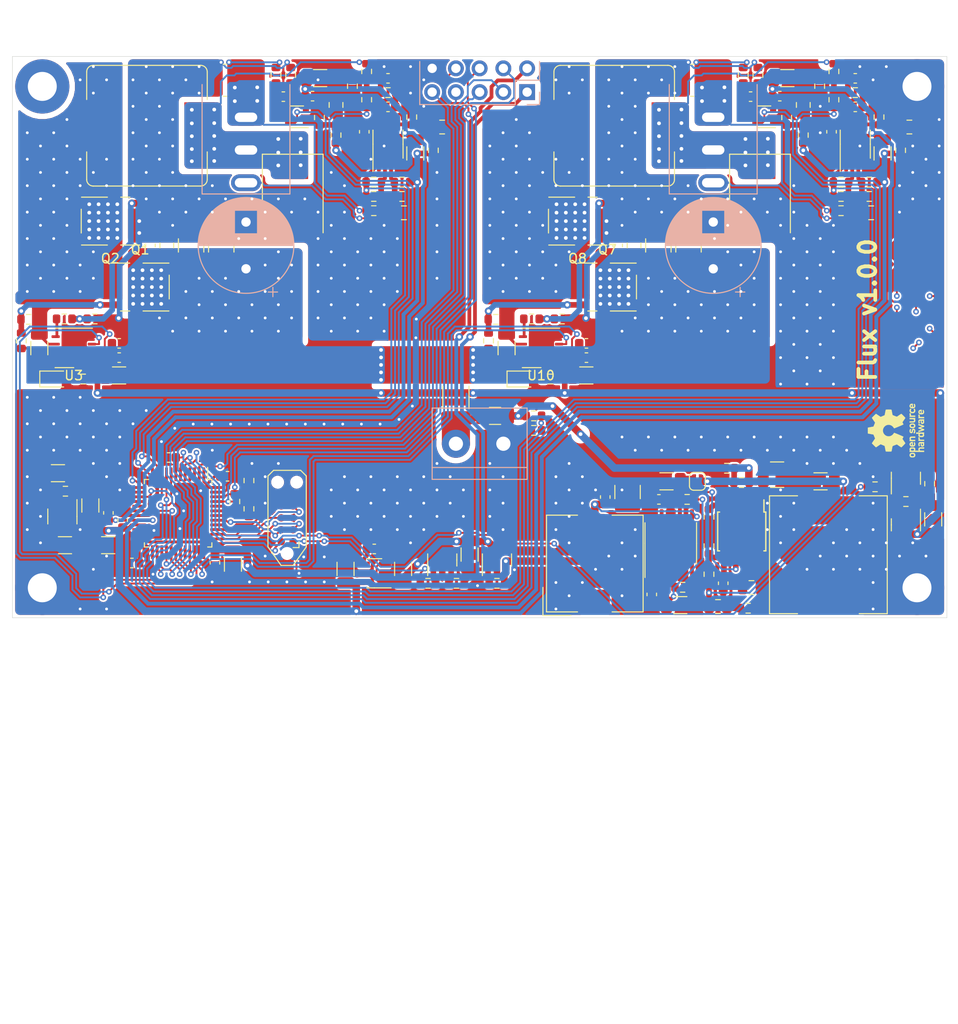
<source format=kicad_pcb>
(kicad_pcb (version 20211014) (generator pcbnew)
  (layers (0 "F.Cu" signal) (31 "B.Cu" signal) (34 "B.Paste" user) (35 "F.Paste" user) (36 "B.SilkS" user "B.Silkscreen") (37 "F.SilkS" user "F.Silkscreen") (38 "B.Mask" user) (39 "F.Mask" user) (44 "Edge.Cuts" user))
  (net 0 "")
  (net 1 "/Channel A/SENSE")
  (net 2 "GND")
  (net 3 "+3V0")
  (net 4 "Net-(C4-Pad2)")
  (net 5 "+12V")
  (net 6 "Net-(C8-Pad2)")
  (net 7 "Net-(C9-Pad2)")
  (net 8 "Net-(C9-Pad1)")
  (net 9 "Net-(C10-Pad1)")
  (net 10 "Net-(C11-Pad1)")
  (net 11 "/Channel A/CUR-")
  (net 12 "/Channel A/CUR+")
  (net 13 "+3V3")
  (net 14 "Net-(C25-Pad1)")
  (net 15 "Net-(C26-Pad1)")
  (net 16 "Net-(C28-Pad1)")
  (net 17 "Net-(C29-Pad2)")
  (net 18 "Net-(C29-Pad1)")
  (net 19 "/Power/12V_STBY")
  (net 20 "Net-(C30-Pad1)")
  (net 21 "Net-(C31-Pad2)")
  (net 22 "Net-(C31-Pad1)")
  (net 23 "Net-(C32-Pad2)")
  (net 24 "Net-(C36-Pad2)")
  (net 25 "Net-(C37-Pad2)")
  (net 26 "/Channel B/SENSE")
  (net 27 "Net-(C41-Pad2)")
  (net 28 "Net-(C45-Pad2)")
  (net 29 "Net-(C46-Pad2)")
  (net 30 "Net-(C46-Pad1)")
  (net 31 "Net-(C47-Pad1)")
  (net 32 "Net-(C48-Pad1)")
  (net 33 "/Channel B/CUR-")
  (net 34 "/Channel B/CUR+")
  (net 35 "Net-(D1-Pad2)")
  (net 36 "/Channel A/HEAT")
  (net 37 "Net-(D3-Pad2)")
  (net 38 "/Channel B/HEAT")
  (net 39 "/Channel A/RET")
  (net 40 "/Channel B/RET")
  (net 41 "+BATT")
  (net 42 "Net-(Q1-Pad4)")
  (net 43 "Net-(Q2-Pad4)")
  (net 44 "Net-(Q3-Pad2)")
  (net 45 "Net-(Q3-Pad1)")
  (net 46 "Net-(Q4-Pad2)")
  (net 47 "Net-(Q4-Pad1)")
  (net 48 "Net-(Q7-Pad4)")
  (net 49 "Net-(Q8-Pad4)")
  (net 50 "VREF")
  (net 51 "Net-(R4-Pad1)")
  (net 52 "Net-(R13-Pad2)")
  (net 53 "Net-(R14-Pad2)")
  (net 54 "Net-(R22-Pad2)")
  (net 55 "Net-(R24-Pad1)")
  (net 56 "/Power/12V_PGD")
  (net 57 "Net-(R26-Pad2)")
  (net 58 "Net-(R40-Pad1)")
  (net 59 "Net-(R49-Pad2)")
  (net 60 "Net-(R50-Pad2)")
  (net 61 "/Channel A/VOL")
  (net 62 "/Channel B/VOL")
  (net 63 "/Channel A/SHUNT+")
  (net 64 "/Channel A/SHUNT-")
  (net 65 "/Channel B/SHUNT+")
  (net 66 "/Channel B/SHUNT-")
  (net 68 "+3V3_STBY")
  (net 70 "/Microcontroller/LCD_BL")
  (net 71 "/Microcontroller/EXP_SCL")
  (net 72 "/Microcontroller/LCD_RS")
  (net 73 "/Microcontroller/EXP_SDA")
  (net 74 "/Microcontroller/LCD_SDA")
  (net 75 "/Microcontroller/EXP_INT")
  (net 76 "/Microcontroller/LCD_SCL")
  (net 85 "Net-(C21-Pad1)")
  (net 86 "/Microcontroller/~{RST}")
  (net 87 "/Microcontroller/TDI")
  (net 89 "/Microcontroller/TDO")
  (net 90 "/Microcontroller/TCK")
  (net 91 "/Microcontroller/TMS")
  (net 92 "/Microcontroller/SCL_PU")
  (net 93 "/Microcontroller/SDA_PU")
  (net 94 "/Microcontroller/BAT_VOL")
  (net 95 "+V_PWR")
  (net 96 "Net-(F1-Pad2)")
  (net 97 "/Microcontroller/~{TRST}")
  (net 98 "/Microcontroller/EN_12V")
  (net 99 "/Microcontroller/EN_3V3")
  (net 100 "/Channel A/TEMP")
  (net 101 "/Channel B/TEMP")
  (net 102 "/Channel A/CUR")
  (net 103 "/Channel A/HI")
  (net 104 "/Channel A/LO")
  (net 107 "/Channel B/CUR")
  (net 108 "/Channel B/HI")
  (net 109 "/Channel B/LO")
  (footprint "Capacitor_SMD:C_1206_3216Metric" (layer "F.Cu") (at 54.875 94.55 180)
    (fp_text reference "C28" hide)
    (fp_text value "1u")
  )
  (footprint "Capacitor_SMD:C_0805_2012Metric" (layer "F.Cu") (at 129.0859 106.7742 180)
    (fp_text reference "C29" hide)
    (fp_text value "2.2n")
  )
  (footprint "Capacitor_SMD:C_0805_2012Metric" (layer "F.Cu") (at 125.5068 108.8062 180)
    (fp_text reference "C30" hide)
    (fp_text value "2.2n")
  )
  (footprint "Capacitor_SMD:C_1206_3216Metric" (layer "F.Cu") (at 55.625 102.25 180)
    (fp_text reference "C23" hide)
    (fp_text value "1u")
  )
  (footprint "Package_TO_SOT_SMD:SOT-23" (layer "F.Cu") (at 145.6152 95.0908 90)
    (fp_text reference "Q3" hide)
    (fp_text value "FDV301N")
  )
  (footprint "Package_SON:WSON-8-1EP_4x4mm_P0.8mm_EP2.6x3mm" (layer "F.Cu") (at 106.566 81.1544 180)
    (fp_text reference "U10")
    (fp_text value "LM5109BSD")
  )
  (footprint "Resistor_SMD:R_0603_1608Metric" (layer "F.Cu") (at 128.7326 108.984)
    (fp_text reference "R28" hide)
    (fp_text value "270k")
  )
  (footprint "Diode_SMD:D_SMC" (layer "F.Cu") (at 80 65.25 -90)
    (fp_text reference "D2" hide)
    (fp_text value "SMCJ43A")
  )
  (footprint "Resistor_SMD:R_0603_1608Metric" (layer "F.Cu") (at 55.55 78.0556 180)
    (fp_text reference "R14" hide)
    (fp_text value "2")
  )
  (footprint "Capacitor_SMD:C_0603_1608Metric" (layer "F.Cu") (at 88.725 102.65)
    (fp_text reference "C26" hide)
    (fp_text value "0.1u")
  )
  (footprint "Resistor_SMD:R_0603_1608Metric" (layer "F.Cu") (at 88.6716 64.9606)
    (fp_text reference "R7" hide)
    (fp_text value "2M")
  )
  (footprint "Capacitor_SMD:C_0603_1608Metric" (layer "F.Cu") (at 140.1956 55.3848 180)
    (fp_text reference "C48" hide)
    (fp_text value "82p")
  )
  (footprint "station:L_Bourns_SRP1265C" (layer "F.Cu") (at 64.4 57.4)
    (fp_text reference "L1" hide)
    (fp_text value "10u")
  )
  (footprint "Resistor_SMD:R_0603_1608Metric" (layer "F.Cu") (at 126.4466 94.0234 180)
    (fp_text reference "R23" hide)
    (fp_text value "205k")
  )
  (footprint "Capacitor_SMD:C_1206_3216Metric" (layer "F.Cu") (at 61.4174 84.1009)
    (fp_text reference "C5" hide)
    (fp_text value "10u")
  )
  (footprint "Resistor_SMD:R_0603_1608Metric" (layer "F.Cu") (at 94.475 106.325)
    (fp_text reference "R32" hide)
    (fp_text value "47")
  )
  (footprint "Resistor_SMD:R_0603_1608Metric" (layer "F.Cu") (at 108.8266 78.0556 180)
    (fp_text reference "R54" hide)
    (fp_text value "47k")
  )
  (footprint "Resistor_SMD:R_0603_1608Metric" (layer "F.Cu") (at 50.9526 80.3924 -90)
    (fp_text reference "R13" hide)
    (fp_text value "2")
  )
  (footprint "Resistor_SMD:R_0603_1608Metric" (layer "F.Cu") (at 136.3856 53.175 90)
    (fp_text reference "R48" hide)
    (fp_text value "10.5k")
  )
  (footprint "Resistor_SMD:R_0603_1608Metric" (layer "F.Cu") (at 55.675 96.475)
    (fp_text reference "R27" hide)
    (fp_text value "47")
  )
  (footprint "Resistor_SMD:R_0603_1608Metric" (layer "F.Cu") (at 105.8 89.975 180)
    (fp_text reference "R62" hide)
    (fp_text value "120k")
  )
  (footprint "Resistor_SMD:R_0603_1608Metric" (layer "F.Cu") (at 75.3148 98.36 90)
    (fp_text reference "R58" hide)
    (fp_text value "2.2k")
  )
  (footprint "Resistor_SMD:R_0603_1608Metric" (layer "F.Cu") (at 107.582 84.4818)
    (fp_text reference "R46" hide)
    (fp_text value "2")
  )
  (footprint "Resistor_SMD:R_0603_1608Metric" (layer "F.Cu") (at 97.525 106.325)
    (fp_text reference "R34" hide)
    (fp_text value "10k")
  )
  (footprint "Resistor_SMD:R_0603_1608Metric" (layer "F.Cu") (at 82.855 56.5279 -90)
    (fp_text reference "R3" hide)
    (fp_text value "10.5k")
  )
  (footprint "Package_TO_SOT_SMD:SOT-23-6" (layer "F.Cu") (at 55.35 99.175 -90)
    (fp_text reference "U5" hide)
    (fp_text value "MCP1501T-25E")
  )
  (footprint "Capacitor_SMD:C_1206_3216Metric" (layer "F.Cu") (at 52.883 81.1798 -90)
    (fp_text reference "C9" hide)
    (fp_text value "1u")
  )
  (footprint "Capacitor_SMD:C_0603_1608Metric" (layer "F.Cu") (at 60.2744 98.7921 90)
    (fp_text reference "C64" hide)
    (fp_text value "0.1u")
  )
  (footprint "Capacitor_SMD:C_0603_1608Metric" (layer "F.Cu") (at 90.1956 52.3368)
    (fp_text reference "C10" hide)
    (fp_text value "360p")
  )
  (footprint "Capacitor_SMD:C_1206_3216Metric" (layer "F.Cu") (at 82.9312 52.3114)
    (fp_text reference "C2" hide)
    (fp_text value "1u")
  )
  (footprint "Resistor_SMD:R_0603_1608Metric" (layer "F.Cu") (at 138.6716 64.9606)
    (fp_text reference "R43" hide)
    (fp_text value "2M")
  )
  (footprint "Capacitor_SMD:C_0603_1608Metric" (layer "F.Cu") (at 66.7128 92.875 180)
    (fp_text reference "C65" hide)
    (fp_text value "0.1u")
  )
  (footprint "Resistor_SMD:R_0603_1608Metric" (layer "F.Cu") (at 91.6942 64.9606)
    (fp_text reference "R2" hide)
    (fp_text value "24.3k")
  )
  (footprint "Capacitor_SMD:C_0805_2012Metric" (layer "F.Cu") (at 84.633 55.1816 -90)
    (fp_text reference "C4" hide)
    (fp_text value "?")
  )
  (footprint "Package_TO_SOT_SMD:SOT-23" (layer "F.Cu") (at 145.6152 100.0692 -90)
    (fp_text reference "Q5" hide)
    (fp_text value "DMP2120U")
  )
  (footprint "Resistor_SMD:R_0603_1608Metric" (layer "F.Cu") (at 51.74 78.1064 180)
    (fp_text reference "R17" hide)
    (fp_text value "47k")
  )
  (footprint "Capacitor_SMD:C_0805_2012Metric" (layer "F.Cu") (at 116.525 70.2 90)
    (fp_text reference "C50" hide)
    (fp_text value "0.1u")
  )
  (footprint "Capacitor_SMD:C_1210_3225Metric" (layer "F.Cu") (at 72.35 70.2 90)
    (fp_text reference "C15" hide)
    (fp_text value "2.2u")
  )
  (footprint "Capacitor_SMD:C_0805_2012Metric" (layer "F.Cu") (at 95.9868 57.5438 180)
    (fp_text reference "C8" hide)
    (fp_text value "?")
  )
  (footprint "Resistor_SMD:R_0603_1608Metric" (layer "F.Cu") (at 78.2068 52.0066 -90)
    (fp_text reference "R19" hide)
    (fp_text value "10")
  )
  (footprint "Capacitor_SMD:C_0603_1608Metric" (layer "F.Cu") (at 114.775 70.2 90)
    (fp_text reference "C49" hide)
    (fp_text value "10n")
  )
  (footprint "Resistor_SMD:R_0603_1608Metric" (layer "F.Cu") (at 141.6942 64.9606)
    (fp_text reference "R38" hide)
    (fp_text value "24.3k")
  )
  (footprint "Resistor_SMD:R_0603_1608Metric" (layer "F.Cu") (at 137.9096 51.6002 90)
    (fp_text reference "R47" hide)
    (fp_text value "205k")
  )
  (footprint "Resistor_SMD:R_0603_1608Metric" (layer "F.Cu") (at 88.6716 66.4846 180)
    (fp_text reference "R4" hide)
    (fp_text value "115")
  )
  (footprint "Diode_SMD:D_SMC" (layer "F.Cu") (at 130 65.25 -90)
    (fp_text reference "D4" hide)
    (fp_text value "SMCJ43A")
  )
  (footprint "Resistor_SMD:R_0603_1608Metric" (layer "F.Cu") (at 141.6942 63.4366)
    (fp_text reference "R37" hide)
    (fp_text value "59k")
  )
  (footprint "Diode_SMD:D_SOD-323F" (layer "F.Cu") (at 104.4324 84.4818)
    (fp_text reference "D3" hide)
    (fp_text value "BAT46WJ")
  )
  (footprint "Resistor_SMD:R_0603_1608Metric" (layer "F.Cu") (at 79.7816 52.0066 -90)
    (fp_text reference "R20" hide)
    (fp_text value "10")
  )
  (footprint "Resistor_SMD:R_0603_1608Metric" (layer "F.Cu") (at 145.047 60.033 -90)
    (fp_text reference "R44" hide)
    (fp_text value "22.1k")
  )
  (footprint "Capacitor_SMD:C_0603_1608Metric" (layer "F.Cu") (at 71.675 104.125 -90)
    (fp_text reference "C61" hide)
    (fp_text value "0.1u")
  )
  (footprint "Capacitor_SMD:C_1206_3216Metric" (layer "F.Cu") (at 58.344 98.0044 90)
    (fp_text reference "C63" hide)
    (fp_text value "1u")
  )
  (footprint "Resistor_SMD:R_0603_1608Metric" (layer "F.Cu") (at 134.633 58.4074 90)
    (fp_text reference "R41" hide)
    (fp_text value "115")
  )
  (footprint "station:ONSemi_SO-8FL_488AA_Fill" (layer "F.Cu") (at 63.675 74.65)
    (fp_text reference "Q1")
    (fp_text value "NTMFS5C682NL")
  )
  (footprint "station:L_Coilcraft_MSS1210" (layer "F.Cu") (at 137.3178 103.269 90)
    (fp_text reference "L2" hide)
    (fp_text value "100u")
  )
  (footprint "Capacitor_SMD:C_1206_3216Metric" (layer "F.Cu") (at 73.6 104.325 -90)
    (fp_text reference "C62" hide)
    (fp_text value "4.7u")
  )
  (footprint "Package_TO_SOT_SMD:SOT-23-5" (layer "F.Cu") (at 88.725 105.25 180)
    (fp_text reference "U4" hide)
    (fp_text value "NCP700BSN30T1G")
  )
  (footprint "Resistor_SMD:R_0603_1608Metric" (layer "F.Cu") (at 95.047 60.033 -90)
    (fp_text reference "R8" hide)
    (fp_text value "22.1k")
  )
  (footprint "station:ONSemi_SO-8FL_488AA_Fill" (layer "F.Cu") (at 113.675 74.65)
    (fp_text reference "Q7")
    (fp_text value "NTMFS5C682NL")
  )
  (footprint "Resistor_SMD:R_0603_1608Metric" (layer "F.Cu") (at 138.6716 66.4846 180)
    (fp_text reference "R40" hide)
    (fp_text value "115")
  )
  (footprint "Package_QFP:LQFP-48_7x7mm_P0.5mm" (layer "F.Cu") (at 67.7378 98.8296 -90)
    (fp_text reference "U11" hide)
    (fp_text value "STM32G431CBT6")
  )
  (footprint "Resistor_SMD:R_0603_1608Metric" (layer "F.Cu") (at 88.6716 63.4366)
    (fp_text reference "R6" hide)
    (fp_text value "17.4k")
  )
  (footprint "Resistor_SMD:R_0603_1608Metric" (layer "F.Cu") (at 121.7222 106.7488 180)
    (fp_text reference "R26" hide)
    (fp_text value "39.2k")
  )
  (footprint "Resistor_SMD:R_0603_1608Metric" (layer "F.Cu") (at 87.9096 51.6002 90)
    (fp_text reference "R11" hide)
    (fp_text value "205k")
  )
  (footprint "Resistor_SMD:R_0603_1608Metric" (layer "F.Cu") (at 105.55 78.0556 180)
    (fp_text reference "R50" hide)
    (fp_text value "2")
  )
  (footprint "Package_TO_SOT_SMD:SOT-363_SC-70-6" (layer "F.Cu") (at 130.4547 56.4516 180)
    (fp_text reference "U8" hide)
    (fp_text value "NCS213")
  )
  (footprint "Resistor_SMD:R_0603_1608Metric" (layer "F.Cu") (at 122.2048 97.3508 180)
    (fp_text reference "R25" hide)
    (fp_text value "150k")
  )
  (footprint "Resistor_SMD:R_0603_1608Metric" (layer "F.Cu") (at 90.1956 53.8608 180)
    (fp_text reference "R15" hide)
    (fp_text value "33k")
  )
  (footprint "Resistor_SMD:R_0603_1608Metric" (layer "F.Cu") (at 128.0214 95.5474 180)
    (fp_text reference "R22" hide)
    (fp_text value "2M")
  )
  (footprint "Capacitor_SMD:C_1206_3216Metric" (layer "F.Cu") (at 93.1166 60.3632 -90)
    (fp_text reference "C16" hide)
    (fp_text value "1u")
  )
  (footprint "Inductor_SMD:L_TDK_SLF10165" (layer "F.Cu") (at 112.3242 104.2088 90)
    (fp_text reference "L3" hide)
    (fp_text value "15u")
  )
  (footprint "Capacitor_SMD:C_1210_3225Metric" (layer "F.Cu") (at 119.125 70.2 90)
    (fp_text reference "C51" hide)
    (fp_text value "2.2u")
  )
  (footprint "Capacitor_SMD:C_1210_3225Metric" (layer "F.Cu") (at 131.8314 94.7092)
    (fp_text reference "C20" hide)
    (fp_text value "2.2u")
  )
  (footprint "Capacitor_SMD:C_1206_3216Metric" (layer "F.Cu") (at 119.995 95.4204 180)
    (fp_text reference "C21" hide)
    (fp_text value "10u")
  )
  (footprint "Capacitor_SMD:C_0805_2012Metric" (layer "F.Cu") (at 91.8974 66.7132 180)
    (fp_text reference "C1" hide)
    (fp_text value "?")
  )
  (footprint "Resistor_SMD:R_0603_1608Metric" (layer "F.Cu") (at 86.3856 53.175 90)
    (fp_text reference "R12" hide)
    (fp_text value "10.5k")
  )
  (footprint "Resistor_SMD:R_0603_1608Metric" (layer "F.Cu") (at 148.1552 95.675 -90)
    (fp_text reference "R33" hide)
    (fp_text value "10k")
  )
  (footprint "Resistor_SMD:R_0603_1608Metric" (layer "F.Cu") (at 105.8 88.425)
    (fp_text reference "R61" hide)
    (fp_text value "2M")
  )
  (footprint "station:SolderJumper-2_3A" (layer "F.Cu") (at 123.3034 95.4204 180)
    (fp_text reference "JP2" hide)
    (fp_text value "SolderJumper_2_Open")
  )
  (footprint "Package_SO:TI_SO-PowerPAD-8" (layer "F.Cu") (at 128.0468 100.7798 -90)
    (fp_text reference "U6" hide)
    (fp_text value "LM5164DDAR")
  )
  (footprint "Resistor_SMD:R_0603_1608Metric" (layer "F.Cu") (at 124.5416 105.3518 -90)
    (fp_text reference "R29" hide)
    (fp_text value "536k")
  )
  (footprint "Resistor_SMD:R_0603_1608Metric" (layer "F.Cu") (at 101.85 106.325)
    (fp_text reference "R36" hide)
    (fp_text value "47k")
  )
  (footprint "Capacitor_SMD:C_0603_1608Metric" (layer "F.Cu") (at 82.1184 54.2418)
    (fp_text reference "C3" hide)
    (fp_text value "0.1u")
  )
  (footprint "Capacitor_SMD:C_1206_3216Metric" (layer "F.Cu") (at 85.65 104.7816 90)
    (fp_text reference "C27" hide)
    (fp_text value "1u")
  )
  (footprint "Capacitor_SMD:C_1206_3216Metric" (layer "F.Cu") (at 60.249 102.2462)
    (fp_text reference "C58" hide)
    (fp_text value "1u")
  )
  (footprint "Resistor_SMD:R_0603_1608Metric" (layer "F.Cu") (at 132.855 56.5279 -90)
    (fp_text reference "R39" hide)
    (fp_text value "10.5k")
  )
  (footprint "Capacitor_SMD:C_1210_3225Metric" (layer "F.Cu") (at 115.8294 96.5634 90)
    (fp_text reference "C33" hide)
    (fp_text value "47u")
  )
  (footprint "Capacitor_SMD:C_1206_3216Metric" (layer "F.Cu") (at 136.4796 95.4204 180)
    (fp_text reference "C34" hide)
    (fp_text value "10u")
  )
  (footprint "Capacitor_SMD:C_0603_1608Metric" (layer "F.Cu") (at 113.4418 97.0968 90)
    (fp_text reference "C35" hide)
    (fp_text value "0.1u")
  )
  (footprint "Capacitor_SMD:C_1206_3216Metric" (layer "F.Cu") (at 148.5362 99.485 90)
    (fp_text reference "C36" hide)
    (fp_text value "1u")
  )
  (footprint "Capacitor_SMD:C_1206_3216Metric" (layer "F.Cu") (at 98.925 103.25 -90)
    (fp_text reference "C37" hide)
    (fp_text value "1u")
  )
  (footprint "Capacitor_SMD:C_0805_2012Metric" (layer "F.Cu") (at 141.8974 66.7132 180)
    (fp_text reference "C38" hide)
    (fp_text value "?")
  )
  (footprint "Resistor_SMD:R_0603_1608Metric" (layer "F.Cu") (at 57.582 84.4818)
    (fp_text reference "R10" hide)
    (fp_text value "2")
  )
  (footprint "Capacitor_SMD:C_0603_1608Metric" (layer "F.Cu") (at 73.0252 94.8802)
    (fp_text reference "C60" hide)
    (fp_text value "0.1u")
  )
  (footprint "Capacitor_SMD:C_0603_1608Metric" (layer "F.Cu") (at 61.4298 80.6704)
    (fp_text reference "C6" hide)
    (fp_text value "0.1u")
  )
  (footprint "Package_TO_SOT_SMD:SOT-363_SC-70-6" (layer "F.Cu") (at 80.4547 56.4516 180)
    (fp_text reference "U1" hide)
    (fp_text value "NCS213")
  )
  (footprint "Resistor_SMD:R_0603_1608Metric" (layer "F.Cu") (at 87.9096 54.6228 90)
    (fp_text reference "R16" hide)
    (fp_text value "10.5k")
  )
  (footprint "Resistor_SMD:R_0603_1608Metric" (layer "F.Cu") (at 138.6716 63.4366)
    (fp_text reference "R42" hide)
    (fp_text value "17.4k")
  )
  (footprint "Package_SO:MSOP-8_3x3mm_P0.65mm" (layer "F.Cu") (at 140.1956 59.3726 90)
    (fp_text reference "U9" hide)
    (fp_text value "MAX44246")
  )
  (footprint "Capacitor_SMD:C_0603_1608Metric" (layer "F.Cu") (at 87.6556 58.0518 -90)
    (fp_text reference "C19" hide)
    (fp_text value "0.1u")
  )
  (footprint "Resistor_SMD:R_0603_1608Metric" (layer "F.Cu") (at 100.9526 80.3924 -90)
    (fp_text reference "R49" hide)
    (fp_text value "2")
  )
  (footprint "Diode_SMD:D_SOD-323F" (layer "F.Cu") (at 54.4324 84.4818)
    (fp_text reference "D1" hide)
    (fp_text value "BAT46WJ")
  )
  (footprint "Package_SO:MSOP-8_3x3mm_P0.65mm" (layer "F.Cu") (at 90.1956 59.3726 90)
    (fp_text reference "U2" hide)
    (fp_text value "MAX44246")
  )
  (footprint "Capacitor_SMD:C_1206_3216Metric" (layer "F.Cu") (at 91.809 104.7816 90)
    (fp_text reference "C22" hide)
    (fp_text value "1u")
  )
  (footprint "Resistor_SMD:R_0603_1608Metric" (layer "F.Cu") (at 92.7356 56.477 90)
    (fp_text reference "R9" hide)
    (fp_text value "18.2k")
  )
  (footprint "Capacitor_SMD:C_1206_3216Metric" (layer "F.Cu") (at 132.9312 52.3114)
    (fp_text reference "C39" hide)
    (fp_text value "1u")
  )
  (footprint "station:ONSemi_SO-8FL_488AA_Fill" (layer "F.Cu") (at 110.475 67.6 180)
    (fp_text reference "Q8")
    (fp_text value "NTMFS5C682NL")
  )
  (footprint "Capacitor_SMD:C_0805_2012Metric" (layer "F.Cu") (at 134.633 55.1816 -90)
    (fp_text reference "C41" hide)
    (fp_text value "?")
  )
  (footprint "Capacitor_SMD:C_1206_3216Metric" (layer "F.Cu") (at 111.4174 84.1009)
    (fp_text reference "C42" hide)
    (fp_text value "10u")
  )
  (footprint "Resistor_SMD:R_0603_1608Metric" (layer "F.Cu") (at 84.633 58.4074 90)
    (fp_text reference "R5" hide)
    (fp_text value "115")
  )
  (footprint "Capacitor_SMD:C_0603_1608Metric" (layer "F.Cu") (at 137.6556 58.0518 -90)
    (fp_text reference "C56" hide)
    (fp_text value "0.1u")
  )
  (footprint "Package_TO_SOT_SMD:SOT-23" (layer "F.Cu") (at 101.85 103.825 90)
    (fp_text reference "Q6" hide)
    (fp_text value "DMP2120U")
  )
  (footprint "Capacitor_SMD:C_0603_1608Metric" (layer "F.Cu") (at 118.4202 107.5108 -90)
    (fp_text reference "C31" hide)
    (fp_text value "220n")
  )
  (footprint "Capacitor_SMD:C_0603_1608Metric" (layer "F.Cu") (at 119.1822 97.3508 180)
    (fp_text reference "C24" hide)
    (fp_text value "220n")
  )
  (footprint "Capacitor_SMD:C_1206_3216Metric" (layer "F.Cu") (at 121.4682 108.6538)
    (fp_text reference "C25" hide)
    (fp_text value "1u")
  )
  (footprint "Capacitor_SMD:C_0603_1608Metric" (layer "F.Cu") (at 78.9942 54.2926)
    (fp_text reference "C17" hide)
    (fp_text value "150n")
  )
  (footprint "Package_TO_SOT_SMD:SOT-23" (layer "F.Cu") (at 96 103.825 90)
    (fp_text reference "Q4" hide)
    (fp_text value "FDV301N")
  )
  (footprint "Capacitor_SMD:C_0603_1608Metric" (layer "F.Cu") (at 128.9942 54.2926)
    (fp_text reference "C54" hide)
    (fp_text value "150n")
  )
  (footprint "Capacitor_SMD:C_0603_1608Metric" (layer "F.Cu") (at 140.1956 52.3368)
    (fp_text reference "C47" hide)
    (fp_text value "360p")
  )
  (footprint "Capacitor_SMD:C_0603_1608Metric" (layer "F.Cu") (at 132.1184 54.2418)
    (fp_text reference "C40" hide)
    (fp_text value "0.1u")
  )
  (footprint "Resistor_SMD:R_0603_1608Metric" (layer "F.Cu") (at 73.8 97.5796 90)
    (fp_text reference "R59" hide)
    (fp_text value "2.2k")
  )
  (footprint "Resistor_SMD:R_0603_1608Metric" (layer "F.Cu") (at 142.3132 96.0052)
    (fp_text reference "R31" hide)
    (fp_text value "47")
  )
  (footprint "Capacitor_SMD:C_0603_1608Metric" (layer "F.Cu") (at 111.4298 80.6704)
    (fp_text reference "C43" hide)
    (fp_text value "0.1u")
  )
  (footprint "Capacitor_SMD:C_0603_1608Metric" (layer "F.Cu") (at 111.4298 82.1944)
    (fp_text reference "C44" hide)
    (fp_text value "10n")
  )
  (footprint "Capacitor_SMD:C_0805_2012Metric" (layer "F.Cu") (at 145.9868 57.5438 180)
    (fp_text reference "C45" hide)
    (fp_text value "?")
  )
  (footprint "Capacitor_SMD:C_1206_3216Metric" (layer "F.Cu") (at 102.883 81.1798 -90)
    (fp_text reference "C46" hide)
    (fp_text value "1u")
  )
  (footprint "Resistor_SMD:R_0603_1608Metric" (layer "F.Cu") (at 91.6942 63.4366)
    (fp_text reference "R1" hide)
    (fp_text value "59k")
  )
  (footprint "Capacitor_SMD:C_1210_3225Metric" (layer "F.Cu") (at 122.35 70.2 90)
    (fp_text reference "C52" hide)
    (fp_text value "2.2u")
  )
  (footprint "Capacitor_SMD:C_1206_3216Metric" (layer "F.Cu") (at 143.1166 60.3632 -90)
    (fp_text reference "C53" hide)
    (fp_text value "1u")
  )
  (footprint "Resistor_SMD:R_0603_1608Metric" (layer "F.Cu") (at 142.7356 56.477 90)
    (fp_text reference "R45" hide)
    (fp_text value "18.2k")
  )
  (footprint "Resistor_SMD:R_0603_1608Metric" (layer "F.Cu") (at 129.7816 52.0066 -90)
    (fp_text reference "R56" hide)
    (fp_text value "10")
  )
  (footprint "Resistor_SMD:R_0603_1608Metric" (layer "F.Cu") (at 137.9096 54.6228 90)
    (fp_text reference "R52" hide)
    (fp_text value "10.5k")
  )
  (footprint "Resistor_SMD:R_0603_1608Metric" (layer "F.Cu") (at 124.5416 99.2304 -90)
    (fp_text reference "R24" hide)
    (fp_text value "150k")
  )
  (footprint "Resistor_SMD:R_0603_1608Metric" (layer "F.Cu") (at 145.6152 97.58 180)
    (fp_text reference "R35" hide)
    (fp_text value "47k")
  )
  (footprint "Capacitor_SMD:C_0603_1608Metric" (layer "F.Cu") (at 126.0656 106.317 90)
    (fp_text reference "C32" hide)
    (fp_text value "47p")
  )
  (footprint "Capacitor_SMD:C_0603_1608Metric" (layer "F.Cu") (at 90.1956 55.3848 180)
    (fp_text reference "C11" hide)
    (fp_text value "82p")
  )
  (footprint "Capacitor_SMD:C_0603_1608Metric" (layer "F.Cu") (at 64.775 70.2 90)
    (fp_text reference "C12" hide)
    (fp_text value "10n")
  )
  (footprint "Capacitor_SMD:C_0805_2012Metric" (layer "F.Cu") (at 66.525 70.2 90)
    (fp_text reference "C13" hide)
    (fp_text value "0.1u")
  )
  (footprint "Capacitor_SMD:C_1210_3225Metric" (layer "F.Cu") (at 69.125 70.2 90)
    (fp_text reference "C14" hide)
    (fp_text value "2.2u")
  )
  (footprint "Capacitor_SMD:C_0603_1608Metric" (layer "F.Cu") (at 61.4298 82.1944)
    (fp_text reference "C7" hide)
    (fp_text value "10n")
  )
  (footprint "station:ONSemi_SO-8FL_488AA_Fill" (layer "F.Cu") (at 60.475 67.6 180)
    (fp_text reference "Q2")
    (fp_text value "NTMFS5C682NL")
  )
  (footprint "Resistor_SMD:R_0603_1608Metric" (layer "F.Cu") (at 58.8266 78.0556 180)
    (fp_text reference "R18" hide)
    (fp_text value "47k")
  )
  (footprint "Resistor_SMD:R_0603_1608Metric" (layer "F.Cu") (at 124.5416 102.3292 -90)
    (fp_text reference "R30" hide)
    (fp_text value "59k")
  )
  (footprint "Resistor_SMD:R_0603_1608Metric" (layer "F.Cu") (at 128.2068 52.0066 -90)
    (fp_text reference "R55" hide)
    (fp_text value "10")
  )
  (footprint "Package_SO:HTSSOP-16-1EP_4.4x5mm_P0.65mm_EP3.4x5mm_Mask2.46x2.31mm" (layer "F.Cu") (at 120.4522 102.0498 90)
    (fp_text reference "U7" hide)
    (fp_text value "LM63615-Q1PWP")
  )
  (footprint "Package_SON:WSON-8-1EP_4x4mm_P0.8mm_EP2.6x3mm" (layer "F.Cu") (at 56.566 81.1544 180)
    (fp_text reference "U3")
    (fp_text value "LM5109BSD")
  )
  (footprint "Capacitor_SMD:C_0603_1608Metric" (layer "F.Cu") (at 62.789 104.1512 180)
    (fp_text reference "C59" hide)
    (fp_text value "0.1u")
  )
  (footprint "Resistor_SMD:R_0603_1608Metric" (layer "F.Cu") (at 140.1956 53.8608 180)
    (fp_text reference "R51" hide)
    (fp_text value "33k")
  )
  (footprint "Resistor_SMD:R_0603_1608Metric" (layer "F.Cu") (at 101.74 78.1064 180)
    (fp_text reference "R53" hide)
    (fp_text value "47k")
  )
  (footprint "Capacitor_SMD:C_0603_1608Metric" (layer "F.Cu") (at 61.7984 99.5796 90)
    (fp_text reference "C57" hide)
    (fp_text value "10n")
  )
  (footprint "Resistor_SMD:R_0603_1608Metric" (layer "F.Cu") (at 75.3148 95.3374 90)
    (fp_text reference "R60" hide)
    (fp_text value "120k")
  )
  (footprint "Resistor_SMD:R_0612_1632Metric" (layer "F.Cu") (at 122.75 52.55)
    (fp_text reference "R57" hide)
    (fp_text value "5m")
  )
  (footprint "station:L_Bourns_SRP1265C" (layer "F.Cu") (at 114.4 57.4)
    (fp_text reference "L4" hide)
    (fp_text value "10u")
  )
  (footprint "Resistor_SMD:R_0612_1632Metric" (layer "F.Cu") (at 72.75 52.55)
    (fp_text reference "R21" hide)
    (fp_text value "5m")
  )
  (footprint "station:Fuse_2410" (layer "F.Cu") (at 97.46 86.45 -90)
    (fp_text reference "F1" hide)
    (fp_text value "Fuse")
  )
  (footprint "Fuse:Fuse_1206_3216Metric" (layer "F.Cu") (at 101.65 88.425 180)
    (fp_text reference "F2" hide)
    (fp_text value "Fuse")
  )
  (footprint "Connector:Tag-Connect_TC2050-IDC-NL_2x05_P1.27mm_Vertical" (layer "F.Cu") (at 79.4 99.325 90)
    (fp_text reference "J4" hide)
    (fp_text value "Conn_02x05_Counter_Clockwise")
  )
  (footprint "station:IocesLogo" (layer "F.Cu") (at 146.495109 76.35 90)
    (fp_text reference "Ref**" hide)
    (fp_text value "Val**" hide)
  )
  (footprint "Symbol:OSHW-Logo_5.7x6mm_SilkScreen" (layer "F.Cu") (at 144.55 90 90)
    (fp_text reference "REF**" hide)
    (fp_text value "OSHW-Logo_5.7x6mm_SilkScreen" hide)
  )
  (footprint "Capacitor_THT:CP_Radial_D10.0mm_P5.00mm" (layer "B.Cu") (at 75 72.7 90)
    (fp_text reference "C18" hide)
    (fp_text value "100u")
  )
  (footprint "Capacitor_THT:CP_Radial_D10.0mm_P5.00mm" (layer "B.Cu") (at 125 72.7 90)
    (fp_text reference "C55" hide)
    (fp_text value "100u")
  )
  (footprint "station:Jack_3.5mm_Adam_Tech_ASJ-125-3" (layer "B.Cu") (at 75 53 180)
    (fp_text reference "J1" hide)
    (fp_text value "AudioJack3")
  )
  (footprint "station:Jack_3.5mm_Adam_Tech_ASJ-125-3" (layer "B.Cu") (at 124.9936 52.9972 180)
    (fp_text reference "J2" hide)
    (fp_text value "AudioJack3")
  )
  (footprint "station:NetTie-2_SMD_Pad0.2mm" (layer "B.Cu") (at 74.125 50.625 180)
    (fp_text reference "NT1" hide)
    (fp_text value "Net-Tie_2" hide)
  )
  (footprint "station:NetTie-2_SMD_Pad0.2mm" (layer "B.Cu") (at 74.125 51.025 180)
    (fp_text reference "NT2" hide)
    (fp_text value "Net-Tie_2" hide)
  )
  (footprint "station:NetTie-2_SMD_Pad0.2mm" (layer "B.Cu") (at 124.125 50.625 180)
    (fp_text reference "NT3" hide)
    (fp_text value "Net-Tie_2" hide)
  )
  (footprint "station:NetTie-2_SMD_Pad0.2mm" (layer "B.Cu") (at 124.125 51.025 180)
    (fp_text reference "NT4" hide)
    (fp_text value "Net-Tie_2" hide)
  )
  (footprint "station:PinHeader_2x05_P2.54mm_BoardEdge" (layer "B.Cu") (at 105.08 53.81 90)
    (fp_text reference "J3" hide)
    (fp_text value "Conn_02x05_Odd_Even")
  )
  (footprint "TerminalBlock:TerminalBlock_bornier-2_P5.08mm" (layer "B.Cu") (at 102.54 91.4 180)
    (fp_text reference "J5" hide)
    (fp_text value "Screw_Terminal_01x02")
  )
  (gr_line (start 150 110) (end 150 50) (layer "Edge.Cuts") (width 0.05))
  (gr_line (start 50 50) (end 150 50) (layer "Edge.Cuts") (width 0.05))
  (gr_line (start 50 110) (end 150 110) (layer "Edge.Cuts") (width 0.05))
  (gr_line (start 50 110) (end 50 50) (layer "Edge.Cuts") (width 0.05))
  (gr_text "Flux v1.0.0" (at 141.525 77.1 90) (layer "F.SilkS") (effects (font (size 1.8 1.8) (thickness 0.4))))
  (via (at 53.2 53.2) (size 5.8) (drill 3.1) (layers "F.Cu" "B.Cu") (net 0))
  (segment (start 90.9599 65.0138) (end 90.9067 64.9606) (width 0.6) (layer "F.Cu") (net 1))
  (segment (start 90.9599 66.7132) (end 90.9599 66.7132) (width 0.6) (layer "F.Cu") (net 1))
  (segment (start 90.9067 63.4366) (end 90.9067 64.9606) (width 0.6) (layer "F.Cu") (net 1))
  (segment (start 90.5206 63.0505) (end 90.9067 63.4366) (width 0.4) (layer "F.Cu") (net 1))
  (segment (start 90.5206 61.4851) (end 90.5206 63.0505) (width 0.4) (layer "F.Cu") (net 1))
  (segment (start 90.9599 66.7132) (end 90.9599 65.0138) (width 0.6) (layer "F.Cu") (net 1))
  (segment (start 90.9599 66.7132) (end 90.3757 67.2974) (width 0.2) (layer "F.Cu") (net 1))
  (segment (start 90.3757 67.2974) (end 87.1476 67.2974) (width 0.2) (layer "F.Cu") (net 1))
  (via (at 87.1476 67.2974) (size 0.6) (drill 0.3) (layers "F.Cu" "B.Cu") (net 1))
  (segment (start 76.6972 63.4972) (end 75.0064 63.4972) (width 0.2) (layer "B.Cu") (net 1))
  (segment (start 77 63.8) (end 76.6972 63.4972) (width 0.2) (layer "B.Cu") (net 1))
  (segment (start 82.05 63.8) (end 77 63.8) (width 0.2) (layer "B.Cu") (net 1))
  (segment (start 83.525 65.275) (end 82.05 63.8) (width 0.2) (layer "B.Cu") (net 1))
  (segment (start 86.525 66.9288) (end 86.525 66.425) (width 0.2) (layer "B.Cu") (net 1))
  (segment (start 87.1476 67.2974) (end 86.8936 67.2974) (width 0.2) (layer "B.Cu") (net 1))
  (segment (start 86.525 66.425) (end 85.375 65.275) (width 0.2) (layer "B.Cu") (net 1))
  (segment (start 86.8936 67.2974) (end 86.525 66.9288) (width 0.2) (layer "B.Cu") (net 1))
  (segment (start 85.375 65.275) (end 83.525 65.275) (width 0.2) (layer "B.Cu") (net 1))
  (segment (start 82.1438 56.4516) (end 82.855 55.7404) (width 0.4) (layer "F.Cu") (net 2))
  (segment (start 81.4047 56.4516) (end 82.1438 56.4516) (width 0.4) (layer "F.Cu") (net 2))
  (segment (start 132.1438 56.4516) (end 132.855 55.7404) (width 0.4) (layer "F.Cu") (net 2))
  (segment (start 131.4047 56.4516) (end 132.1438 56.4516) (width 0.4) (layer "F.Cu") (net 2))
  (via (at 53.2 106.8) (size 5.8) (drill 3.1) (layers "F.Cu" "B.Cu") (net 2))
  (via (at 146.8 106.8) (size 5.8) (drill 3.1) (layers "F.Cu" "B.Cu") (net 2))
  (via (at 72.325 50.625) (size 0.6) (drill 0.3) (layers "F.Cu" "B.Cu") (net 2))
  (via (at 61.375 77.975) (size 0.8) (drill 0.4) (layers "F.Cu" "B.Cu") (net 2))
  (via (at 63.575 67.6) (size 0.8) (drill 0.4) (layers "F.Cu" "B.Cu") (net 2))
  (via (at 63.575 68.87) (size 0.8) (drill 0.4) (layers "F.Cu" "B.Cu") (net 2))
  (via (at 146.8 53.2) (size 5.8) (drill 3.1) (layers "F.Cu" "B.Cu") (net 2))
  (via (at 122.325 50.625) (size 0.6) (drill 0.3) (layers "F.Cu" "B.Cu") (net 2))
  (via (at 111.375 77.975) (size 0.8) (drill 0.4) (layers "F.Cu" "B.Cu") (net 2))
  (via (at 113.575 67.6) (size 0.8) (drill 0.4) (layers "F.Cu" "B.Cu") (net 2))
  (via (at 113.575 68.87) (size 0.8) (drill 0.4) (layers "F.Cu" "B.Cu") (net 2))
  (via (at 71.35 89.3) (size 0.6) (drill 0.3) (layers "F.Cu" "B.Cu") (net 2))
  (via (at 75.35 89.3) (size 0.6) (drill 0.3) (layers "F.Cu" "B.Cu") (net 2))
  (via (at 79.35 89.3) (size 0.6) (drill 0.3) (layers "F.Cu" "B.Cu") (net 2))
  (via (at 77.35 89.3) (size 0.6) (drill 0.3) (layers "F.Cu" "B.Cu") (net 2))
  (via (at 73.35 89.3) (size 0.6) (drill 0.3) (layers "F.Cu" "B.Cu") (net 2))
  (via (at 113.818924 52.4979) (size 0.6) (drill 0.3) (layers "F.Cu" "B.Cu") (net 2))
  (via (at 86.948866 70.882677) (size 0.6) (drill 0.3) (layers "F.Cu" "B.Cu") (net 2))
  (via (at 123.718419 65.225822) (size 0.6) (drill 0.3) (layers "F.Cu" "B.Cu") (net 2))
  (via (at 126.546846 65.225822) (size 0.6) (drill 0.3) (layers "F.Cu" "B.Cu") (net 2))
  (via (at 82.706225 72.29689) (size 0.6) (drill 0.3) (layers "F.Cu" "B.Cu") (net 2))
  (via (at 89.777293 99.166948) (size 0.6) (drill 0.3) (layers "F.Cu" "B.Cu") (net 2))
  (via (at 64.321449 53.912114) (size 0.6) (drill 0.3) (layers "F.Cu" "B.Cu") (net 2))
  (via (at 67.375 89.75) (size 0.6) (drill 0.3) (layers "F.Cu" "B.Cu") (net 2))
  (via (at 61.493022 87.853239) (size 0.6) (drill 0.3) (layers "F.Cu" "B.Cu") (net 2))
  (via (at 71.392517 63.811609) (size 0.6) (drill 0.3) (layers "F.Cu" "B.Cu") (net 2))
  (via (at 140.688982 59.568968) (size 0.6) (drill 0.3) (layers "F.Cu" "B.Cu") (net 2))
  (via (at 89.777293 70.882677) (size 0.6) (drill 0.3) (layers "F.Cu" "B.Cu") (net 2))
  (via (at 84.120439 73.711104) (size 0.6) (drill 0.3) (layers "F.Cu" "B.Cu") (net 2))
  (via (at 88.36308 60.983182) (size 0.6) (drill 0.3) (layers "F.Cu" "B.Cu") (net 2))
  (via (at 95.434148 93.510094) (size 0.6) (drill 0.3) (layers "F.Cu" "B.Cu") (net 2))
  (via (at 67.149876 53.912114) (size 0.6) (drill 0.3) (layers "F.Cu" "B.Cu") (net 2))
  (via (at 132.2037 73.711104) (size 0.6) (drill 0.3) (layers "F.Cu" "B.Cu") (net 2))
  (via (at 109.576283 96.338521) (size 0.6) (drill 0.3) (layers "F.Cu" "B.Cu") (net 2))
  (via (at 132.2037 101.995375) (size 0.6) (drill 0.3) (layers "F.Cu" "B.Cu") (net 2))
  (via (at 101.091002 99.166948) (size 0.6) (drill 0.3) (layers "F.Cu" "B.Cu") (net 2))
  (via (at 119.475778 92.09588) (size 0.6) (drill 0.3) (layers "F.Cu" "B.Cu") (net 2))
  (via (at 135.032127 68.05425) (size 0.6) (drill 0.3) (layers "F.Cu" "B.Cu") (net 2))
  (via (at 92.60572 96.338521) (size 0.6) (drill 0.3) (layers "F.Cu" "B.Cu") (net 2))
  (via (at 95.434148 99.166948) (size 0.6) (drill 0.3) (layers "F.Cu" "B.Cu") (net 2))
  (via (at 133.617914 92.09588) (size 0.6) (drill 0.3) (layers "F.Cu" "B.Cu") (net 2))
  (via (at 88.36308 100.581161) (size 0.6) (drill 0.3) (layers "F.Cu" "B.Cu") (net 2))
  (via (at 65.735663 63.811609) (size 0.6) (drill 0.3) (layers "F.Cu" "B.Cu") (net 2))
  (via (at 115.233137 65.225822) (size 0.6) (drill 0.3) (layers "F.Cu" "B.Cu") (net 2))
  (via (at 88.36308 75.125317) (size 0.6) (drill 0.3) (layers "F.Cu" "B.Cu") (net 2))
  (via (at 146.345836 59.568968) (size 0.6) (drill 0.3) (layers "F.Cu" "B.Cu") (net 2))
  (via (at 84.120439 99.166948) (size 0.6) (drill 0.3) (layers "F.Cu" "B.Cu") (net 2))
  (via (at 91.191507 94.924307) (size 0.6) (drill 0.3) (layers "F.Cu" "B.Cu") (net 2))
  (via (at 53.007741 99.166948) (size 0.6) (drill 0.3) (layers "F.Cu" "B.Cu") (net 2))
  (via (at 77.049371 69.468463) (size 0.6) (drill 0.3) (layers "F.Cu" "B.Cu") (net 2))
  (via (at 92.60572 51.083687) (size 0.6) (drill 0.3) (layers "F.Cu" "B.Cu") (net 2))
  (via (at 65.735663 66.640036) (size 0.6) (drill 0.3) (layers "F.Cu" "B.Cu") (net 2))
  (via (at 54.421954 89.267453) (size 0.6) (drill 0.3) (layers "F.Cu" "B.Cu") (net 2))
  (via (at 84.120439 76.539531) (size 0.6) (drill 0.3) (layers "F.Cu" "B.Cu") (net 2))
  (via (at 147.760049 103.409589) (size 0.6) (drill 0.3) (layers "F.Cu" "B.Cu") (net 2))
  (via (at 53.007741 101.995375) (size 0.6) (drill 0.3) (layers "F.Cu" "B.Cu") (net 2))
  (via (at 71.375 106.175) (size 0.6) (drill 0.3) (layers "F.Cu" "B.Cu") (net 2))
  (via (at 81.375 106.175) (size 0.6) (drill 0.3) (layers "F.Cu" "B.Cu") (net 2))
  (via (at 71.392517 66.640036) (size 0.6) (drill 0.3) (layers "F.Cu" "B.Cu") (net 2))
  (via (at 91.191507 69.468463) (size 0.6) (drill 0.3) (layers "F.Cu" "B.Cu") (net 2))
  (via (at 146.345836 65.225822) (size 0.6) (drill 0.3) (layers "F.Cu" "B.Cu") (net 2))
  (via (at 83.35 89.3) (size 0.6) (drill 0.3) (layers "F.Cu" "B.Cu") (net 2))
  (via (at 132.2037 82.196385) (size 0.6) (drill 0.3) (layers "F.Cu" "B.Cu") (net 2))
  (via (at 122.304205 92.09588) (size 0.6) (drill 0.3) (layers "F.Cu" "B.Cu") (net 2))
  (via (at 132.2037 99.166948) (size 0.6) (drill 0.3) (layers "F.Cu" "B.Cu") (net 2))
  (via (at 130.789487 97.752734) (size 0.6) (drill 0.3) (layers "F.Cu" "B.Cu") (net 2))
  (via (at 86.948866 99.166948) (size 0.6) (drill 0.3) (layers "F.Cu" "B.Cu") (net 2))
  (via (at 116.647351 63.811609) (size 0.6) (drill 0.3) (layers "F.Cu" "B.Cu") (net 2))
  (via (at 79.877798 66.640036) (size 0.6) (drill 0.3) (layers "F.Cu" "B.Cu") (net 2))
  (via (at 60.078808 89.267453) (size 0.6) (drill 0.3) (layers "F.Cu" "B.Cu") (net 2))
  (via (at 126.546846 68.05425) (size 0.6) (drill 0.3) (layers "F.Cu" "B.Cu") (net 2))
  (via (at 65.15 100.675) (size 0.6) (drill 0.3) (layers "F.Cu" "B.Cu") (net 2))
  (via (at 140.688982 104.823802) (size 0.6) (drill 0.3) (layers "F.Cu" "B.Cu") (net 2))
  (via (at 108.16207 109.066443) (size 0.6) (drill 0.3) (layers "F.Cu" "B.Cu") (net 2))
  (via (at 133.617914 63.811609) (size 0.6) (drill 0.3) (layers "F.Cu" "B.Cu") (net 2))
  (via (at 132.2037 76.539531) (size 0.6) (drill 0.3) (layers "F.Cu" "B.Cu") (net 2))
  (via (at 109.576283 99.166948) (size 0.6) (drill 0.3) (layers "F.Cu" "B.Cu") (net 2))
  (via (at 55.836168 87.853239) (size 0.6) (drill 0.3) (layers "F.Cu" "B.Cu") (net 2))
  (via (at 118.061565 53.912114) (size 0.6) (drill 0.3) (layers "F.Cu" "B.Cu") (net 2))
  (via (at 115.233137 59.568968) (size 0.6) (drill 0.3) (layers "F.Cu" "B.Cu") (net 2))
  (via (at 115.233137 96.338521) (size 0.6) (drill 0.3) (layers "F.Cu" "B.Cu") (net 2))
  (via (at 78.463585 65.225822) (size 0.6) (drill 0.3) (layers "F.Cu" "B.Cu") (net 2))
  (via (at 101.091002 93.510094) (size 0.6) (drill 0.3) (layers "F.Cu" "B.Cu") (net 2))
  (via (at 135.032127 85.024812) (size 0.6) (drill 0.3) (layers "F.Cu" "B.Cu") (net 2))
  (via (at 113.818924 103.409589) (size 0.6) (drill 0.3) (layers "F.Cu" "B.Cu") (net 2))
  (via (at 75.375 106.175) (size 0.6) (drill 0.3) (layers "F.Cu" "B.Cu") (net 2))
  (via (at 93.175 80.075) (size 0.6) (drill 0.3) (layers "F.Cu" "B.Cu") (net 2))
  (via (at 109.576283 101.995375) (size 0.6) (drill 0.3) (layers "F.Cu" "B.Cu") (net 2))
  (via (at 120.889992 51.083687) (size 0.6) (drill 0.3) (layers "F.Cu" "B.Cu") (net 2))
  (via (at 122.304205 66.640036) (size 0.6) (drill 0.3) (layers "F.Cu" "B.Cu") (net 2))
  (via (at 70.15 96.425) (size 0.6) (drill 0.3) (layers "F.Cu" "B.Cu") (net 2))
  (via (at 147.760049 60.983182) (size 0.6) (drill 0.3) (layers "F.Cu" "B.Cu") (net 2))
  (via (at 116.647351 66.640036) (size 0.6) (drill 0.3) (layers "F.Cu" "B.Cu") (net 2))
  (via (at 126.546846 90.681667) (size 0.6) (drill 0.3) (layers "F.Cu" "B.Cu") (net 2))
  (via (at 142.103195 103.409589) (size 0.6) (drill 0.3) (layers "F.Cu" "B.Cu") (net 2))
  (via (at 113.818924 63.811609) (size 0.6) (drill 0.3) (layers "F.Cu" "B.Cu") (net 2))
  (via (at 51.593527 94.924307) (size 0.6) (drill 0.3) (layers "F.Cu" "B.Cu") (net 2))
  (via (at 68.325 98.575) (size 0.6) (drill 0.3) (layers "F.Cu" "B.Cu") (net 2))
  (via (at 85.35 89.3) (size 0.6) (drill 0.3) (layers "F.Cu" "B.Cu") (net 2))
  (via (at 118.061565 51.083687) (size 0.6) (drill 0.3) (layers "F.Cu" "B.Cu") (net 2))
  (via (at 51.593527 100.581161) (size 0.6) (drill 0.3) (layers "F.Cu" "B.Cu") (net 2))
  (via (at 137.860554 82.196385) (size 0.6) (drill 0.3) (layers "F.Cu" "B.Cu") (net 2))
  (via (at 92.60572 53.912114) (size 0.6) (drill 0.3) (layers "F.Cu" "B.Cu") (net 2))
  (via (at 140.688982 51.083687) (size 0.6) (drill 0.3) (layers "F.Cu" "B.Cu") (net 2))
  (via (at 92.60572 101.995375) (size 0.6) (drill 0.3) (layers "F.Cu" "B.Cu") (net 2))
  (via (at 149.174263 65.225822) (size 0.6) (drill 0.3) (layers "F.Cu" "B.Cu") (net 2))
  (via (at 132.2037 68.05425) (size 0.6) (drill 0.3) (layers "F.Cu" "B.Cu") (net 2))
  (via (at 139.274768 103.409589) (size 0.6) (drill 0.3) (layers "F.Cu" "B.Cu") (net 2))
  (via (at 123.718419 90.681667) (size 0.6) (drill 0.3) (layers "F.Cu" "B.Cu") (net 2))
  (via (at 136.446341 77.953744) (size 0.6) (drill 0.3) (layers "F.Cu" "B.Cu") (net 2))
  (via (at 58.664595 87.853239) (size 0.6) (drill 0.3) (layers "F.Cu" "B.Cu") (net 2))
  (via (at 57.250381 100.581161) (size 0.6) (drill 0.3) (layers "F.Cu" "B.Cu") (net 2))
  (via (at 64.321449 59.568968) (size 0.6) (drill 0.3) (layers "F.Cu" "B.Cu") (net 2))
  (via (at 133.617914 75.125317) (size 0.6) (drill 0.3) (layers "F.Cu" "B.Cu") (net 2))
  (via (at 62.907236 52.4979) (size 0.6) (drill 0.3) (layers "F.Cu" "B.Cu") (net 2))
  (via (at 86.948866 76.539531) (size 0.6) (drill 0.3) (layers "F.Cu" "B.Cu") (net 2))
  (via (at 65.735663 55.326327) (size 0.6) (drill 0.3) (layers "F.Cu" "B.Cu") (net 2))
  (via (at 60.078808 92.09588) (size 0.6) (drill 0.3) (layers "F.Cu" "B.Cu") (net 2))
  (via (at 133.617914 100.581161) (size 0.6) (drill 0.3) (layers "F.Cu" "B.Cu") (net 2))
  (via (at 69.978303 51.083687) (size 0.6) (drill 0.3) (layers "F.Cu" "B.Cu") (net 2))
  (via (at 54.421954 86.439026) (size 0.6) (drill 0.3) (layers "F.Cu" "B.Cu") (net 2))
  (via (at 82.706225 77.953744) (size 0.6) (drill 0.3) (layers "F.Cu" "B.Cu") (net 2))
  (via (at 102.505215 97.752734) (size 0.6) (drill 0.3) (layers "F.Cu" "B.Cu") (net 2))
  (via (at 132.2037 65.225822) (size 0.6) (drill 0.3) (layers "F.Cu" "B.Cu") (net 2))
  (via (at 89.35 89.3) (size 0.6) (drill 0.3) (layers "F.Cu" "B.Cu") (net 2))
  (via (at 142.103195 52.4979) (size 0.6) (drill 0.3) (layers "F.Cu" "B.Cu") (net 2))
  (via (at 67.925 100.475) (size 0.6) (drill 0.3) (layers "F.Cu" "B.Cu") (net 2))
  (via (at 79.375 106.175) (size 0.6) (drill 0.3) (layers "F.Cu" "B.Cu") (net 2))
  (via (at 84.120439 79.367958) (size 0.6) (drill 0.3) (layers "F.Cu" "B.Cu") (net 2))
  (via (at 68.56409 66.640036) (size 0.6) (drill 0.3) (layers "F.Cu" "B.Cu") (net 2))
  (via (at 116.647351 92.09588) (size 0.6) (drill 0.3) (layers "F.Cu" "B.Cu") (net 2))
  (via (at 88.36308 69.468463) (size 0.6) (drill 0.3) (layers "F.Cu" "B.Cu") (net 2))
  (via (at 129.375273 65.225822) (size 0.6) (drill 0.3) (layers "F.Cu" "B.Cu") (net 2))
  (via (at 67.149876 65.225822) (size 0.6) (drill 0.3) (layers "F.Cu" "B.Cu") (net 2))
  (via (at 142.103195 97.752734) (size 0.6) (drill 0.3) (layers "F.Cu" "B.Cu") (net 2))
  (via (at 82.706225 52.4979) (size 0.6) (drill 0.3) (layers "F.Cu" "B.Cu") (net 2))
  (via (at 84.120439 68.05425) (size 0.6) (drill 0.3) (layers "F.Cu" "B.Cu") (net 2))
  (via (at 110.990497 94.924307) (size 0.6) (drill 0.3) (layers "F.Cu" "B.Cu") (net 2))
  (via (at 54.421954 92.09588) (size 0.6) (drill 0.3) (layers "F.Cu" "B.Cu") (net 2))
  (via (at 136.446341 55.326327) (size 0.6) (drill 0.3) (layers "F.Cu" "B.Cu") (net 2))
  (via (at 108.16207 106.238016) (size 0.6) (drill 0.3) (layers "F.Cu" "B.Cu") (net 2))
  (via (at 144.931622 103.409589) (size 0.6) (drill 0.3) (layers "F.Cu" "B.Cu") (net 2))
  (via (at 137.860554 68.05425) (size 0.6) (drill 0.3) (layers "F.Cu" "B.Cu") (net 2))
  (via (at 75.635158 93.510094) (size 0.6) (drill 0.3) (layers "F.Cu" "B.Cu") (net 2))
  (via (at 92.8 87.375) (size 0.6) (drill 0.3) (layers "F.Cu" "B.Cu") (net 2))
  (via (at 69.35 89.3) (size 0.6) (drill 0.3) (layers "F.Cu" "B.Cu") (net 2))
  (via (at 89.777293 59.568968) (size 0.6) (drill 0.3) (layers "F.Cu" "B.Cu") (net 2))
  (via (at 91.191507 100.581161) (size 0.6) (drill 0.3) (layers "F.Cu" "B.Cu") (net 2))
  (via (at 75.635158 65.225822) (size 0.6) (drill 0.3) (layers "F.Cu" "B.Cu") (net 2))
  (via (at 135.032127 73.711104) (size 0.6) (drill 0.3) (layers "F.Cu" "B.Cu") (net 2))
  (via (at 101.091002 96.338521) (size 0.6) (drill 0.3) (layers "F.Cu" "B.Cu") (net 2))
  (via (at 77.049371 103.409589) (size 0.6) (drill 0.3) (layers "F.Cu" "B.Cu") (net 2))
  (via (at 53.007741 96.338521) (size 0.6) (drill 0.3) (layers "F.Cu" "B.Cu") (net 2))
  (via (at 133.617914 69.468463) (size 0.6) (drill 0.3) (layers "F.Cu" "B.Cu") (net 2))
  (via (at 62.907236 58.154755) (size 0.6) (drill 0.3) (layers "F.Cu" "B.Cu") (net 2))
  (via (at 136.446341 83.610599) (size 0.6) (drill 0.3) (layers "F.Cu" "B.Cu") (net 2))
  (via (at 57.250381 89.267453) (size 0.6) (drill 0.3) (layers "F.Cu" "B.Cu") (net 2))
  (via (at 77.375 106.175) (size 0.6) (drill 0.3) (layers "F.Cu" "B.Cu") (net 2))
  (via (at 110.990497 106.238016) (size 0.6) (drill 0.3) (layers "F.Cu" "B.Cu") (net 2))
  (via (at 68.56409 52.4979) (size 0.6) (drill 0.3) (layers "F.Cu" "B.Cu") (net 2))
  (via (at 81.292012 65.225822) (size 0.6) (drill 0.3) (layers "F.Cu" "B.Cu") (net 2))
  (via (at 57.250381 109.066443) (size 0.6) (drill 0.3) (layers "F.Cu" "B.Cu") (net 2))
  (via (at 137.860554 90.681667) (size 0.6) (drill 0.3) (layers "F.Cu" "B.Cu") (net 2))
  (via (at 143.517409 51.083687) (size 0.6) (drill 0.3) (layers "F.Cu" "B.Cu") (net 2))
  (via (at 135.032127 76.539531) (size 0.6) (drill 0.3) (layers "F.Cu" "B.Cu") (net 2))
  (via (at 108.16207 100.581161) (size 0.6) (drill 0.3) (layers "F.Cu" "B.Cu") (net 2))
  (via (at 65.735663 52.4979) (size 0.6) (drill 0.3) (layers "F.Cu" "B.Cu") (net 2))
  (via (at 135.032127 82.196385) (size 0.6) (drill 0.3) (layers "F.Cu" "B.Cu") (net 2))
  (via (at 67.149876 68.05425) (size 0.6) (drill 0.3) (layers "F.Cu" "B.Cu") (net 2))
  (via (at 55.836168 90.681667) (size 0.6) (drill 0.3) (layers "F.Cu" "B.Cu") (net 2))
  (via (at 149.174263 62.397395) (size 0.6) (drill 0.3) (layers "F.Cu" "B.Cu") (net 2))
  (via (at 125.132632 69.468463) (size 0.6) (drill 0.3) (layers "F.Cu" "B.Cu") (net 2))
  (via (at 144.931622 66.640036) (size 0.6) (drill 0.3) (layers "F.Cu" "B.Cu") (net 2))
  (via (at 142.103195 94.924307) (size 0.6) (drill 0.3) (layers "F.Cu" "B.Cu") (net 2))
  (via (at 94.019934 100.581161) (size 0.6) (drill 0.3) (layers "F.Cu" "B.Cu") (net 2))
  (via (at 98.262575 96.338521) (size 0.6) (drill 0.3) (layers "F.Cu" "B.Cu") (net 2))
  (via (at 146.345836 62.397395) (size 0.6) (drill 0.3) (layers "F.Cu" "B.Cu") (net 2))
  (via (at 67.6 96.75) (size 0.6) (drill 0.3) (layers "F.Cu" "B.Cu") (net 2))
  (via (at 51.593527 92.09588) (size 0.6) (drill 0.3) (layers "F.Cu" "B.Cu") (net 2))
  (via (at 61.493022 93.510094) (size 0.6) (drill 0.3) (layers "F.Cu" "B.Cu") (net 2))
  (via (at 58.664595 90.681667) (size 0.6) (drill 0.3) (layers "F.Cu" "B.Cu") (net 2))
  (via (at 137.860554 76.539531) (size 0.6) (drill 0.3) (layers "F.Cu" "B.Cu") (net 2))
  (via (at 74.220944 69.468463) (size 0.6) (drill 0.3) (layers "F.Cu" "B.Cu") (net 2))
  (via (at 64.321449 51.083687) (size 0.6) (drill 0.3) (layers "F.Cu" "B.Cu") (net 2))
  (via (at 65.95 91.175) (size 0.6) (drill 0.3) (layers "F.Cu" "B.Cu") (net 2))
  (via (at 116.647351 52.4979) (size 0.6) (drill 0.3) (layers "F.Cu" "B.Cu") (net 2))
  (via (at 115.233137 62.397395) (size 0.6) (drill 0.3) (layers "F.Cu" "B.Cu") (net 2))
  (via (at 137.860554 85.024812) (size 0.6) (drill 0.3) (layers "F.Cu" "B.Cu") (net 2))
  (via (at 122.304205 63.811609) (size 0.6) (drill 0.3) (layers "F.Cu" "B.Cu") (net 2))
  (via (at 120.889992 90.681667) (size 0.6) (drill 0.3) (layers "F.Cu" "B.Cu") (net 2))
  (via (at 68.56409 63.811609) (size 0.6) (drill 0.3) (layers "F.Cu" "B.Cu") (net 2))
  (via (at 120.889992 53.912114) (size 0.6) (drill 0.3) (layers "F.Cu" "B.Cu") (net 2))
  (via (at 92.60572 99.166948) (size 0.6) (drill 0.3) (layers "F.Cu" "B.Cu") (net 2))
  (via (at 135.032127 93.510094) (size 0.6) (drill 0.3) (layers "F.Cu" "B.Cu") (net 2))
  (via (at 65.735663 58.154755) (size 0.6) (drill 0.3) (layers "F.Cu" "B.Cu") (net 2))
  (via (at 51.593527 89.267453) (size 0.6) (drill 0.3) (layers "F.Cu" "B.Cu") (net 2))
  (via (at 95.434148 73.711104) (size 0.6) (drill 0.3) (layers "F.Cu" "B.Cu") (net 2))
  (via (at 85.534653 77.953744) (size 0.6) (drill 0.3) (layers "F.Cu" "B.Cu") (net 2))
  (via (at 62.907236 63.811609) (size 0.6) (drill 0.3) (layers "F.Cu" "B.Cu") (net 2))
  (via (at 83.375 106.175) (size 0.6) (drill 0.3) (layers "F.Cu" "B.Cu") (net 2))
  (via (at 149.174263 59.568968) (size 0.6) (drill 0.3) (layers "F.Cu" "B.Cu") (net 2))
  (via (at 142.103195 109.066443) (size 0.6) (drill 0.3) (layers "F.Cu" "B.Cu") (net 2))
  (via (at 85.534653 69.468463) (size 0.6) (drill 0.3) (layers "F.Cu" "B.Cu") (net 2))
  (via (at 110.990497 97.752734) (size 0.6) (drill 0.3) (layers "F.Cu" "B.Cu") (net 2))
  (via (at 94.019934 97.752734) (size 0.6) (drill 0.3) (layers "F.Cu" "B.Cu") (net 2))
  (via (at 60.078808 103.409589) (size 0.6) (drill 0.3) (layers "F.Cu" "B.Cu") (net 2))
  (via (at 89.777293 51.083687) (size 0.6) (drill 0.3) (layers "F.Cu" "B.Cu") (net 2))
  (via (at 146.345836 101.995375) (size 0.6) (drill 0.3) (layers "F.Cu" "B.Cu") (net 2))
  (via (at 84.120439 70.882677) (size 0.6) (drill 0.3) (layers "F.Cu" "B.Cu") (net 2))
  (via (at 113.818924 58.154755) (size 0.6) (drill 0.3) (layers "F.Cu" "B.Cu") (net 2))
  (via (at 133.617914 66.640036) (size 0.6) (drill 0.3) (layers "F.Cu" "B.Cu") (net 2))
  (via (at 135.032127 79.367958) (size 0.6) (drill 0.3) (layers "F.Cu" "B.Cu") (net 2))
  (via (at 91.191507 75.125317) (size 0.6) (drill 0.3) (layers "F.Cu" "B.Cu") (net 2))
  (via (at 64.321449 65.225822) (size 0.6) (drill 0.3) (layers "F.Cu" "B.Cu") (net 2))
  (via (at 57.250381 92.09588) (size 0.6) (drill 0.3) (layers "F.Cu" "B.Cu") (net 2))
  (via (at 115.233137 90.681667) (size 0.6) (drill 0.3) (layers "F.Cu" "B.Cu") (net 2))
  (via (at 91.375 88.8) (size 0.6) (drill 0.3) (layers "F.Cu" "B.Cu") (net 2))
  (via (at 77.049371 66.640036) (size 0.6) (drill 0.3) (layers "F.Cu" "B.Cu") (net 2))
  (via (at 142.103195 106.238016) (size 0.6) (drill 0.3) (layers "F.Cu" "B.Cu") (net 2))
  (via (at 91.191507 72.29689) (size 0.6) (drill 0.3) (layers "F.Cu" "B.Cu") (net 2))
  (via (at 140.688982 93.510094) (size 0.6) (drill 0.3) (layers "F.Cu" "B.Cu") (net 2))
  (via (at 81.175 103.5) (size 0.6) (drill 0.3) (layers "F.Cu" "B.Cu") (net 2))
  (via (at 116.647351 55.326327) (size 0.6) (drill 0.3) (layers "F.Cu" "B.Cu") (net 2))
  (via (at 64.321449 56.740541) (size 0.6) (drill 0.3) (layers "F.Cu" "B.Cu") (net 2))
  (via (at 82.706225 75.125317) (size 0.6) (drill 0.3) (layers "F.Cu" "B.Cu") (net 2))
  (via (at 99.775 106.575) (size 0.6) (drill 0.3) (layers "F.Cu" "B.Cu") (net 2))
  (via (at 78.463585 93.510094) (size 0.6) (drill 0.3) (layers "F.Cu" "B.Cu") (net 2))
  (via (at 84.120439 62.397395) (size 0.6) (drill 0.3) (layers "F.Cu" "B.Cu") (net 2))
  (via (at 130.789487 92.09588) (size 0.6) (drill 0.3) (layers "F.Cu" "B.Cu") (net 2))
  (via (at 51.593527 97.752734) (size 0.6) (drill 0.3) (layers "F.Cu" "B.Cu") (net 2))
  (via (at 143.517409 104.823802) (size 0.6) (drill 0.3) (layers "F.Cu" "B.Cu") (net 2))
  (via (at 144.931622 63.811609) (size 0.6) (drill 0.3) (layers "F.Cu" "B.Cu") (net 2))
  (via (at 133.617914 97.752734) (size 0.6) (drill 0.3) (layers "F.Cu" "B.Cu") (net 2))
  (via (at 125.132632 92.09588) (size 0.6) (drill 0.3) (layers "F.Cu" "B.Cu") (net 2))
  (via (at 137.860554 101.995375) (size 0.6) (drill 0.3) (layers "F.Cu" "B.Cu") (net 2))
  (via (at 58.664595 104.823802) (size 0.6) (drill 0.3) (layers "F.Cu" "B.Cu") (net 2))
  (via (at 119.475778 66.640036) (size 0.6) (drill 0.3) (layers "F.Cu" "B.Cu") (net 2))
  (via (at 113.818924 55.326327) (size 0.6) (drill 0.3) (layers "F.Cu" "B.Cu") (net 2))
  (via (at 135.032127 90.681667) (size 0.6) (drill 0.3) (layers "F.Cu" "B.Cu") (net 2))
  (via (at 135.032127 104.823802) (size 0.6) (drill 0.3) (layers "F.Cu" "B.Cu") (net 2))
  (via (at 69.978303 65.225822) (size 0.6) (drill 0.3) (layers "F.Cu" "B.Cu") (net 2))
  (via (at 89.777293 68.05425) (size 0.6) (drill 0.3) (layers "F.Cu" "B.Cu") (net 2))
  (via (at 115.233137 56.740541) (size 0.6) (drill 0.3) (layers "F.Cu" "B.Cu") (net 2))
  (via (at 62.907236 89.267453) (size 0.6) (drill 0.3) (layers "F.Cu" "B.Cu") (net 2))
  (via (at 137.860554 73.711104) (size 0.6) (drill 0.3) (layers "F.Cu" "B.Cu") (net 2))
  (via (at 113.818924 60.983182) (size 0.6) (drill 0.3) (layers "F.Cu" "B.Cu") (net 2))
  (via (at 77.049371 97.752734) (size 0.6) (drill 0.3) (layers "F.Cu" "B.Cu") (net 2))
  (via (at 85.534653 72.29689) (size 0.6) (drill 0.3) (layers "F.Cu" "B.Cu") (net 2))
  (via (at 95.434148 62.397395) (size 0.6) (drill 0.3) (layers "F.Cu" "B.Cu") (net 2))
  (via (at 133.617914 83.610599) (size 0.6) (drill 0.3) (layers "F.Cu" "B.Cu") (net 2))
  (via (at 127.961059 92.09588) (size 0.6) (drill 0.3) (layers "F.Cu" "B.Cu") (net 2))
  (via (at 67.149876 59.568968) (size 0.6) (drill 0.3) (layers "F.Cu" "B.Cu") (net 2))
  (via (at 95.434148 68.05425) (size 0.6) (drill 0.3) (layers "F.Cu" "B.Cu") (net 2))
  (via (at 67.149876 51.083687) (size 0.6) (drill 0.3) (layers "F.Cu" "B.Cu") (net 2))
  (via (at 137.860554 70.882677) (size 0.6) (drill 0.3) (layers "F.Cu" "B.Cu") (net 2))
  (via (at 132.2037 85.024812) (size 0.6) (drill 0.3) (layers "F.Cu" "B.Cu") (net 2))
  (via (at 136.446341 69.468463) (size 0.6) (drill 0.3) (layers "F.Cu" "B.Cu") (net 2))
  (via (at 120.889992 65.225822) (size 0.6) (drill 0.3) (layers "F.Cu" "B.Cu") (net 2))
  (via (at 83.375 103.5) (size 0.6) (drill 0.3) (layers "F.Cu" "B.Cu") (net 2))
  (via (at 67.149876 56.740541) (size 0.6) (drill 0.3) (layers "F.Cu" "B.Cu") (net 2))
  (via (at 72.806731 65.225822) (size 0.6) (drill 0.3) (layers "F.Cu" "B.Cu") (net 2))
  (via (at 112.40471 96.338521) (size 0.6) (drill 0.3) (layers "F.Cu" "B.Cu") (net 2))
  (via (at 60.078808 94.924307) (size 0.6) (drill 0.3) (layers "F.Cu" "B.Cu") (net 2))
  (via (at 115.233137 107.652229) (size 0.6) (drill 0.3) (layers "F.Cu" "B.Cu") (net 2))
  (via (at 103.725 104.875) (size 0.6) (drill 0.3) (layers "F.Cu" "B.Cu") (net 2))
  (via (at 57.250381 86.439026) (size 0.6) (drill 0.3) (layers "F.Cu" "B.Cu") (net 2))
  (via (at 82.706225 66.640036) (size 0.6) (drill 0.3) (layers "F.Cu" "B.Cu") (net 2))
  (via (at 96.848361 97.752734) (size 0.6) (drill 0.3) (layers "F.Cu" "B.Cu") (net 2))
  (via (at 64.321449 62.397395) (size 0.6) (drill 0.3) (layers "F.Cu" "B.Cu") (net 2))
  (via (at 53.007741 90.681667) (size 0.6) (drill 0.3) (layers "F.Cu" "B.Cu") (net 2))
  (via (at 61.493022 96.338521) (size 0.6) (drill 0.3) (layers "F.Cu" "B.Cu") (net 2))
  (via (at 115.233137 68.05425) (size 0.6) (drill 0.3) (layers "F.Cu" "B.Cu") (net 2))
  (via (at 87.35 89.3) (size 0.6) (drill 0.3) (layers "F.Cu" "B.Cu") (net 2))
  (via (at 89.777293 79.367958) (size 0.6) (drill 0.3) (layers "F.Cu" "B.Cu") (net 2))
  (via (at 95.434148 96.338521) (size 0.6) (drill 0.3) (layers "F.Cu" "B.Cu") (net 2))
  (via (at 130.789487 66.640036) (size 0.6) (drill 0.3) (layers "F.Cu" "B.Cu") (net 2))
  (via (at 116.647351 100.581161) (size 0.6) (drill 0.3) (layers "F.Cu" "B.Cu") (net 2))
  (via (at 137.860554 104.823802) (size 0.6) (drill 0.3) (layers "F.Cu" "B.Cu") (net 2))
  (via (at 108.16207 94.924307) (size 0.6) (drill 0.3) (layers "F.Cu" "B.Cu") (net 2))
  (via (at 51.593527 86.439026) (size 0.6) (drill 0.3) (layers "F.Cu" "B.Cu") (net 2))
  (via (at 133.617914 72.29689) (size 0.6) (drill 0.3) (layers "F.Cu" "B.Cu") (net 2))
  (via (at 137.860554 93.510094) (size 0.6) (drill 0.3) (layers "F.Cu" "B.Cu") (net 2))
  (via (at 116.647351 58.154755) (size 0.6) (drill 0.3) (layers "F.Cu" "B.Cu") (net 2))
  (via (at 89.777293 96.338521) (size 0.6) (drill 0.3) (layers "F.Cu" "B.Cu") (net 2))
  (via (at 69.978303 53.912114) (size 0.6) (drill 0.3) (layers "F.Cu" "B.Cu") (net 2))
  (via (at 149.174263 56.740541) (size 0.6) (drill 0.3) (layers "F.Cu" "B.Cu") (net 2))
  (via (at 95.434148 70.882677) (size 0.6) (drill 0.3) (layers "F.Cu" "B.Cu") (net 2))
  (via (at 127.961059 66.640036) (size 0.6) (drill 0.3) (layers "F.Cu" "B.Cu") (net 2))
  (via (at 88.36308 77.953744) (size 0.6) (drill 0.3) (layers "F.Cu" "B.Cu") (net 2))
  (via (at 53.007741 87.853239) (size 0.6) (drill 0.3) (layers "F.Cu" "B.Cu") (net 2))
  (via (at 71.392517 92.09588) (size 0.6) (drill 0.3) (layers "F.Cu" "B.Cu") (net 2))
  (via (at 108.16207 97.752734) (size 0.6) (drill 0.3) (layers "F.Cu" "B.Cu") (net 2))
  (via (at 118.061565 90.681667) (size 0.6) (drill 0.3) (layers "F.Cu" "B.Cu") (net 2))
  (via (at 96.848361 94.924307) (size 0.6) (drill 0.3) (layers "F.Cu" "B.Cu") (net 2))
  (via (at 89.777293 73.711104) (size 0.6) (drill 0.3) (layers "F.Cu" "B.Cu") (net 2))
  (via (at 139.274768 100.581161) (size 0.6) (drill 0.3) (layers "F.Cu" "B.Cu") (net 2))
  (via (at 85.534653 94.924307) (size 0.6) (drill 0.3) (layers "F.Cu" "B.Cu") (net 2))
  (via (at 88.36308 72.29689) (size 0.6) (drill 0.3) (layers "F.Cu" "B.Cu") (net 2))
  (via (at 143.517409 101.995375) (size 0.6) (drill 0.3) (layers "F.Cu" "B.Cu") (net 2))
  (via (at 139.274768 92.09588) (size 0.6) (drill 0.3) (layers "F.Cu" "B.Cu") (net 2))
  (via (at 65.735663 60.983182) (size 0.6) (drill 0.3) (layers "F.Cu" "B.Cu") (net 2))
  (via (at 119.475778 52.4979) (size 0.6) (drill 0.3) (layers "F.Cu" "B.Cu") (net 2))
  (via (at 93.225 78.075) (size 0.6) (drill 0.3) (layers "F.Cu" "B.Cu") (net 2))
  (via (at 136.446341 92.09588) (size 0.6) (drill 0.3) (layers "F.Cu" "B.Cu") (net 2))
  (via (at 85.534653 75.125317) (size 0.6) (drill 0.3) (layers "F.Cu" "B.Cu") (net 2))
  (via (at 115.233137 101.995375) (size 0.6) (drill 0.3) (layers "F.Cu" "B.Cu") (net 2))
  (via (at 82.706225 69.468463) (size 0.6) (drill 0.3) (layers "F.Cu" "B.Cu") (net 2))
  (via (at 142.103195 100.581161) (size 0.6) (drill 0.3) (layers "F.Cu" "B.Cu") (net 2))
  (via (at 132.2037 70.882677) (size 0.6) (drill 0.3) (layers "F.Cu" "B.Cu") (net 2))
  (via (at 119.475778 63.811609) (size 0.6) (drill 0.3) (layers "F.Cu" "B.Cu") (net 2))
  (via (at 94.019934 55.326327) (size 0.6) (drill 0.3) (layers "F.Cu" "B.Cu") (net 2))
  (via (at 60.078808 109.066443) (size 0.6) (drill 0.3) (layers "F.Cu" "B.Cu") (net 2))
  (via (at 118.061565 65.225822) (size 0.6) (drill 0.3) (layers "F.Cu" "B.Cu") (net 2))
  (via (at 77.049371 94.924307) (size 0.6) (drill 0.3) (layers "F.Cu" "B.Cu") (net 2))
  (via (at 84.120439 96.338521) (size 0.6) (drill 0.3) (layers "F.Cu" "B.Cu") (net 2))
  (via (at 91.191507 97.752734) (size 0.6) (drill 0.3) (layers "F.Cu" "B.Cu") (net 2))
  (via (at 62.907236 55.326327) (size 0.6) (drill 0.3) (layers "F.Cu" "B.Cu") (net 2))
  (via (at 130.789487 100.581161) (size 0.6) (drill 0.3) (layers "F.Cu" "B.Cu") (net 2))
  (via (at 136.446341 75.125317) (size 0.6) (drill 0.3) (layers "F.Cu" "B.Cu") (net 2))
  (via (at 109.576283 93.510094) (size 0.6) (drill 0.3) (layers "F.Cu" "B.Cu") (net 2))
  (via (at 102.505215 100.581161) (size 0.6) (drill 0.3) (layers "F.Cu" "B.Cu") (net 2))
  (via (at 147.760049 63.811609) (size 0.6) (drill 0.3) (layers "F.Cu" "B.Cu") (net 2))
  (via (at 116.647351 103.409589) (size 0.6) (drill 0.3) (layers "F.Cu" "B.Cu") (net 2))
  (via (at 65.05 105.35) (size 0.6) (drill 0.3) (layers "F.Cu" "B.Cu") (net 2))
  (via (at 133.617914 80.782172) (size 0.6) (drill 0.3) (layers "F.Cu" "B.Cu") (net 2))
  (via (at 140.688982 101.995375) (size 0.6) (drill 0.3) (layers "F.Cu" "B.Cu") (net 2))
  (via (at 85.534653 97.752734) (size 0.6) (drill 0.3) (layers "F.Cu" "B.Cu") (net 2))
  (via (at 129.375273 90.681667) (size 0.6) (drill 0.3) (layers "F.Cu" "B.Cu") (net 2))
  (via (at 85.534653 66.640036) (size 0.6) (drill 0.3) (layers "F.Cu" "B.Cu") (net 2))
  (via (at 85.534653 100.581161) (size 0.6) (drill 0.3) (layers "F.Cu" "B.Cu") (net 2))
  (via (at 133.617914 77.953744) (size 0.6) (drill 0.3) (layers "F.Cu" "B.Cu") (net 2))
  (via (at 136.446341 58.154755) (size 0.6) (drill 0.3) (layers "F.Cu" "B.Cu") (net 2))
  (via (at 116.647351 60.983182) (size 0.6) (drill 0.3) (layers "F.Cu" "B.Cu") (net 2))
  (via (at 67.149876 62.397395) (size 0.6) (drill 0.3) (layers "F.Cu" "B.Cu") (net 2))
  (via (at 95.434148 65.225822) (size 0.6) (drill 0.3) (layers "F.Cu" "B.Cu") (net 2))
  (via (at 132.2037 90.681667) (size 0.6) (drill 0.3) (layers "F.Cu" "B.Cu") (net 2))
  (via (at 86.948866 96.338521) (size 0.6) (drill 0.3) (layers "F.Cu" "B.Cu") (net 2))
  (via (at 81.35 89.3) (size 0.6) (drill 0.3) (layers "F.Cu" "B.Cu") (net 2))
  (via (at 61.493022 90.681667) (size 0.6) (drill 0.3) (layers "F.Cu" "B.Cu") (net 2))
  (via (at 115.233137 104.823802) (size 0.6) (drill 0.3) (layers "F.Cu" "B.Cu") (net 2))
  (via (at 86.948866 73.711104) (size 0.6) (drill 0.3) (layers "F.Cu" "B.Cu") (net 2))
  (via (at 86.948866 79.367958) (size 0.6) (drill 0.3) (layers "F.Cu" "B.Cu") (net 2))
  (via (at 132.2037 96.338521) (size 0.6) (drill 0.3) (layers "F.Cu" "B.Cu") (net 2))
  (via (at 94.019934 94.924307) (size 0.6) (drill 0.3) (layers "F.Cu" "B.Cu") (net 2))
  (via (at 135.032127 70.882677) (size 0.6) (drill 0.3) (layers "F.Cu" "B.Cu") (net 2))
  (via (at 64.321449 87.853239) (size 0.6) (drill 0.3) (layers "F.Cu" "B.Cu") (net 2))
  (via (at 136.446341 103.409589) (size 0.6) (drill 0.3) (layers "F.Cu" "B.Cu") (net 2))
  (via (at 132.2037 79.367958) (size 0.6) (drill 0.3) (layers "F.Cu" "B.Cu") (net 2))
  (via (at 94.019934 52.4979) (size 0.6) (drill 0.3) (layers "F.Cu" "B.Cu") (net 2))
  (via (at 136.446341 80.782172) (size 0.6) (drill 0.3) (layers "F.Cu" "B.Cu") (net 2))
  (via (at 115.233137 51.083687) (size 0.6) (drill 0.3) (layers "F.Cu" "B.Cu") (net 2))
  (via (at 115.233137 53.912114) (size 0.6) (drill 0.3) (layers "F.Cu" "B.Cu") (net 2))
  (via (at 88.36308 97.752734) (size 0.6) (drill 0.3) (layers "F.Cu" "B.Cu") (net 2))
  (via (at 85.534653 63.811609) (size 0.6) (drill 0.3) (layers "F.Cu" "B.Cu") (net 2))
  (via (at 136.446341 72.29689) (size 0.6) (drill 0.3) (layers "F.Cu" "B.Cu") (net 2))
  (via (at 98.262575 99.166948) (size 0.6) (drill 0.3) (layers "F.Cu" "B.Cu") (net 2))
  (via (at 89.777293 76.539531) (size 0.6) (drill 0.3) (layers "F.Cu" "B.Cu") (net 2))
  (via (at 102.505215 94.924307) (size 0.6) (drill 0.3) (layers "F.Cu" "B.Cu") (net 2))
  (via (at 109.576283 107.652229) (size 0.6) (drill 0.3) (layers "F.Cu" "B.Cu") (net 2))
  (via (at 88.36308 94.924307) (size 0.6) (drill 0.3) (layers "F.Cu" "B.Cu") (net 2))
  (via (at 58.664595 93.510094) (size 0.6) (drill 0.3) (layers "F.Cu" "B.Cu") (net 2))
  (via (at 62.907236 60.983182) (size 0.6) (drill 0.3) (layers "F.Cu" "B.Cu") (net 2))
  (via (at 112.40471 104.823802) (size 0.6) (drill 0.3) (layers "F.Cu" "B.Cu") (net 2))
  (via (at 137.860554 79.367958) (size 0.6) (drill 0.3) (layers "F.Cu" "B.Cu") (net 2))
  (segment (start 72.325 50.625) (end 72.925 51.225) (width 0.2) (layer "B.Cu") (net 2))
  (segment (start 73.425 51.225) (end 73.625 51.025) (width 0.2) (layer "B.Cu") (net 2))
  (segment (start 72.925 51.225) (end 73.425 51.225) (width 0.2) (layer "B.Cu") (net 2))
  (segment (start 61.475 77.875) (end 61.375 77.975) (width 0.6) (layer "B.Cu") (net 2))
  (segment (start 61.475 72.3) (end 61.475 77.875) (width 0.6) (layer "B.Cu") (net 2))
  (segment (start 63.575 70.2) (end 61.475 72.3) (width 0.6) (layer "B.Cu") (net 2))
  (segment (start 63.575 67.6) (end 63.575 70.2) (width 0.6) (layer "B.Cu") (net 2))
  (segment (start 111.475 77.875) (end 111.375 77.975) (width 0.6) (layer "B.Cu") (net 2))
  (segment (start 111.475 72.3) (end 111.475 77.875) (width 0.6) (layer "B.Cu") (net 2))
  (segment (start 113.575 70.2) (end 111.475 72.3) (width 0.6) (layer "B.Cu") (net 2))
  (segment (start 113.575 67.6) (end 113.575 70.2) (width 0.6) (layer "B.Cu") (net 2))
  (segment (start 122.925 51.225) (end 123.425 51.225) (width 0.2) (layer "B.Cu") (net 2))
  (segment (start 122.325 50.625) (end 122.925 51.225) (width 0.2) (layer "B.Cu") (net 2))
  (segment (start 123.425 51.225) (end 123.625 51.025) (width 0.2) (layer "B.Cu") (net 2))
  (segment (start 81.4047 54.3156) (end 81.3309 54.2418) (width 0.4) (layer "F.Cu") (net 3))
  (segment (start 81.4047 55.8016) (end 81.4047 54.3156) (width 0.4) (layer "F.Cu") (net 3))
  (segment (start 89.2164 57.2643) (end 89.2206 57.2601) (width 0.4) (layer "F.Cu") (net 3))
  (segment (start 87.6556 57.2643) (end 89.2164 57.2643) (width 0.4) (layer "F.Cu") (net 3))
  (segment (start 81.3309 52.5117) (end 81.5312 52.3114) (width 0.6) (layer "F.Cu") (net 3))
  (segment (start 81.3309 54.2418) (end 81.3309 52.5117) (width 0.6) (layer "F.Cu") (net 3))
  (segment (start 91.70519 58.47261) (end 91.999 58.1788) (width 0.4) (layer "F.Cu") (net 3))
  (segment (start 89.563486 58.47261) (end 91.70519 58.47261) (width 0.4) (layer "F.Cu") (net 3))
  (segment (start 89.2206 58.129724) (end 89.563486 58.47261) (width 0.4) (layer "F.Cu") (net 3))
  (segment (start 89.2206 57.2601) (end 89.2206 58.129724) (width 0.4) (layer "F.Cu") (net 3))
  (segment (start 92.7834 58.9632) (end 91.999 58.1788) (width 0.4) (layer "F.Cu") (net 3))
  (segment (start 93.1166 58.9632) (end 92.7834 58.9632) (width 0.4) (layer "F.Cu") (net 3))
  (segment (start 131.4047 54.3156) (end 131.3309 54.2418) (width 0.4) (layer "F.Cu") (net 3))
  (segment (start 131.4047 55.8016) (end 131.4047 54.3156) (width 0.4) (layer "F.Cu") (net 3))
  (segment (start 139.2164 57.2643) (end 139.2206 57.2601) (width 0.4) (layer "F.Cu") (net 3))
  (segment (start 137.6556 57.2643) (end 139.2164 57.2643) (width 0.4) (layer "F.Cu") (net 3))
  (segment (start 131.3309 52.5117) (end 131.5312 52.3114) (width 0.6) (layer "F.Cu") (net 3))
  (segment (start 131.3309 54.2418) (end 131.3309 52.5117) (width 0.6) (layer "F.Cu") (net 3))
  (segment (start 141.70519 58.47261) (end 141.999 58.1788) (width 0.4) (layer "F.Cu") (net 3))
  (segment (start 139.563486 58.47261) (end 141.70519 58.47261) (width 0.4) (layer "F.Cu") (net 3))
  (segment (start 139.2206 58.129724) (end 139.563486 58.47261) (width 0.4) (layer "F.Cu") (net 3))
  (segment (start 139.2206 57.2601) (end 139.2206 58.129724) (width 0.4) (layer "F.Cu") (net 3))
  (segment (start 142.7834 58.9632) (end 141.999 58.1788) (width 0.4) (layer "F.Cu") (net 3))
  (segment (start 143.1166 58.9632) (end 142.7834 58.9632) (width 0.4) (layer "F.Cu") (net 3))
  (segment (start 86.8 106.2) (end 85.6684 106.2) (width 0.6) (layer "F.Cu") (net 3))
  (segment (start 60.3 100.7) (end 59.25 100.7) (width 0.8) (layer "F.Cu") (net 3))
  (segment (start 54.4 99.649998) (end 54.4 100.275) (width 0.2) (layer "F.Cu") (net 3))
  (segment (start 54.624998 99.425) (end 54.4 99.649998) (width 0.2) (layer "F.Cu") (net 3))
  (segment (start 56.075002 99.425) (end 54.624998 99.425) (width 0.2) (layer "F.Cu") (net 3))
  (segment (start 56.3 99.649998) (end 56.075002 99.425) (width 0.2) (layer "F.Cu") (net 3))
  (segment (start 56.3 100.275) (end 56.3 99.649998) (width 0.2) (layer "F.Cu") (net 3))
  (segment (start 85.6684 106.2) (end 85.65 106.1816) (width 0.6) (layer "F.Cu") (net 3))
  (segment (start 61.7984 100.3671) (end 61.7829 100.3671) (width 0.8) (layer "F.Cu") (net 3))
  (segment (start 62.7206 100.0796) (end 63.5753 100.0796) (width 0.3) (layer "F.Cu") (net 3))
  (segment (start 61.45 100.7) (end 60.3 100.7) (width 0.8) (layer "F.Cu") (net 3))
  (segment (start 58.8452 102.25) (end 58.849 102.2462) (width 0.8) (layer "F.Cu") (net 3))
  (segment (start 62.4335 100.3667) (end 61.7988 100.3667) (width 0.3) (layer "F.Cu") (net 3))
  (segment (start 59.25 100.7) (end 58.849 101.101) (width 0.8) (layer "F.Cu") (net 3))
  (segment (start 58.849 102.2462) (end 59.3288 102.2462) (width 0.3) (layer "F.Cu") (net 3))
  (segment (start 57.025 102.25) (end 58.8452 102.25) (width 0.8) (layer "F.Cu") (net 3))
  (segment (start 61.7988 100.3667) (end 61.7984 100.3671) (width 0.3) (layer "F.Cu") (net 3))
  (segment (start 87.625 106.2) (end 86.8 106.2) (width 0.6) (layer "F.Cu") (net 3))
  (segment (start 56.3 100.275) (end 56.3 101.525) (width 0.6) (layer "F.Cu") (net 3))
  (segment (start 86.799992 109.299992) (end 86.8 109.3) (width 0.8) (layer "F.Cu") (net 3))
  (segment (start 86.799992 106.500008) (end 86.799992 109.299992) (width 0.8) (layer "F.Cu") (net 3))
  (segment (start 58.849 101.101) (end 58.849 102.2462) (width 0.8) (layer "F.Cu") (net 3))
  (segment (start 62.4335 100.3667) (end 62.7206 100.0796) (width 0.3) (layer "F.Cu") (net 3))
  (segment (start 61.7829 100.3671) (end 61.45 100.7) (width 0.8) (layer "F.Cu") (net 3))
  (segment (start 56.3 101.525) (end 57.025 102.25) (width 0.6) (layer "F.Cu") (net 3))
  (via (at 91.999 58.1788) (size 0.8) (drill 0.4) (layers "F.Cu" "B.Cu") (net 3))
  (via (at 81.3309 53.475) (size 0.8) (drill 0.4) (layers "F.Cu" "B.Cu") (net 3))
  (via (at 141.999 58.1788) (size 0.8) (drill 0.4) (layers "F.Cu" "B.Cu") (net 3))
  (via (at 131.3309 53.475) (size 0.8) (drill 0.4) (layers "F.Cu" "B.Cu") (net 3))
  (via (at 86.8 109.3) (size 0.8) (drill 0.4) (layers "F.Cu" "B.Cu") (net 3))
  (via (at 60.3 100.7) (size 0.8) (drill 0.4) (layers "F.Cu" "B.Cu") (net 3))
  (segment (start 139.3 53.475) (end 131.3309 53.475) (width 0.6) (layer "B.Cu") (net 3))
  (segment (start 141.999 56.174) (end 139.3 53.475) (width 0.6) (layer "B.Cu") (net 3))
  (segment (start 141.999 58.1788) (end 141.999 56.174) (width 0.6) (layer "B.Cu") (net 3))
  (segment (start 86.999992 109.5) (end 86.799992 109.3) (width 0.4) (layer "B.Cu") (net 3))
  (segment (start 142.45 77.825) (end 142.45 87.1) (width 0.4) (layer "B.Cu") (net 3))
  (segment (start 67.449989 88.575011) (end 65.15 90.875) (width 0.4) (layer "B.Cu") (net 3))
  (segment (start 110.9 88.575) (end 106.65 92.825) (width 0.4) (layer "B.Cu") (net 3))
  (segment (start 63.825 98.325) (end 61.45 100.7) (width 0.4) (layer "B.Cu") (net 3))
  (segment (start 93.925 63.975) (end 93.925 76.35) (width 0.4) (layer "B.Cu") (net 3))
  (segment (start 91.999 58.1788) (end 92.8788 58.1788) (width 0.4) (layer "B.Cu") (net 3))
  (segment (start 143.925 63.975) (end 143.925 76.35) (width 0.4) (layer "B.Cu") (net 3))
  (segment (start 65.15 93.6) (end 64.15 94.6) (width 0.4) (layer "B.Cu") (net 3))
  (segment (start 60.3 100.7) (end 61.45 100.7) (width 0.8) (layer "B.Cu") (net 3))
  (segment (start 106.65 92.825) (end 106.65 107.25) (width 0.4) (layer "B.Cu") (net 3))
  (segment (start 64.15 97.998542) (end 63.825 98.323542) (width 0.4) (layer "B.Cu") (net 3))
  (segment (start 63.825 98.323542) (end 63.825 98.325) (width 0.4) (layer "B.Cu") (net 3))
  (segment (start 143.925 76.35) (end 142.45 77.825) (width 0.4) (layer "B.Cu") (net 3))
  (segment (start 142.8788 58.1788) (end 144.125 59.425) (width 0.4) (layer "B.Cu") (net 3))
  (segment (start 89.3 53.475) (end 81.3309 53.475) (width 0.6) (layer "B.Cu") (net 3))
  (segment (start 61.45 106.575) (end 61.45 106) (width 0.8) (layer "B.Cu") (net 3))
  (segment (start 94.125 59.425) (end 94.125 63.775) (width 0.4) (layer "B.Cu") (net 3))
  (segment (start 92.8788 58.1788) (end 94.125 59.425) (width 0.4) (layer "B.Cu") (net 3))
  (segment (start 106.65 107.25) (end 104.4 109.5) (width 0.4) (layer "B.Cu") (net 3))
  (segment (start 91.999 56.174) (end 89.3 53.475) (width 0.6) (layer "B.Cu") (net 3))
  (segment (start 104.4 109.5) (end 87 109.5) (width 0.4) (layer "B.Cu") (net 3))
  (segment (start 94.125 63.775) (end 93.925 63.975) (width 0.4) (layer "B.Cu") (net 3))
  (segment (start 90.573532 88.575011) (end 67.449989 88.575011) (width 0.4) (layer "B.Cu") (net 3))
  (segment (start 141.999 58.1788) (end 142.8788 58.1788) (width 0.4) (layer "B.Cu") (net 3))
  (segment (start 140.975 88.575) (end 110.9 88.575) (width 0.4) (layer "B.Cu") (net 3))
  (segment (start 64.175 109.3) (end 61.45 106.575) (width 0.8) (layer "B.Cu") (net 3))
  (segment (start 92.450011 86.698532) (end 90.573532 88.575011) (width 0.4) (layer "B.Cu") (net 3))
  (segment (start 86.8 109.3) (end 64.175 109.3) (width 0.8) (layer "B.Cu") (net 3))
  (segment (start 92.450011 77.824989) (end 92.450011 86.698532) (width 0.4) (layer "B.Cu") (net 3))
  (segment (start 142.45 87.1) (end 140.975 88.575) (width 0.4) (layer "B.Cu") (net 3))
  (segment (start 61.45 106) (end 61.45 100.7) (width 0.8) (layer "B.Cu") (net 3))
  (segment (start 144.125 63.775) (end 143.925 63.975) (width 0.4) (layer "B.Cu") (net 3))
  (segment (start 64.15 94.6) (end 64.15 97.998542) (width 0.4) (layer "B.Cu") (net 3))
  (segment (start 93.925 76.35) (end 92.45 77.825) (width 0.4) (layer "B.Cu") (net 3))
  (segment (start 65.15 90.875) (end 65.15 93.6) (width 0.4) (layer "B.Cu") (net 3))
  (segment (start 144.125 59.425) (end 144.125 63.775) (width 0.4) (layer "B.Cu") (net 3))
  (segment (start 91.999 58.1788) (end 91.999 56.174) (width 0.6) (layer "B.Cu") (net 3))
  (segment (start 82.6412 57.1016) (end 82.855 57.3154) (width 0.4) (layer "F.Cu") (net 4))
  (segment (start 81.4047 57.1016) (end 82.6412 57.1016) (width 0.4) (layer "F.Cu") (net 4))
  (segment (start 84.6328 57.3154) (end 84.633 57.3152) (width 0.6) (layer "F.Cu") (net 4))
  (segment (start 82.855 57.3154) (end 84.6328 57.3154) (width 0.6) (layer "F.Cu") (net 4))
  (segment (start 84.633 57.3152) (end 84.633 57.6199) (width 0.6) (layer "F.Cu") (net 4))
  (segment (start 84.633 56.1191) (end 84.633 57.3152) (width 0.6) (layer "F.Cu") (net 4))
  (segment (start 58.7504 84.1009) (end 58.3695 84.4818) (width 0.6) (layer "F.Cu") (net 5))
  (segment (start 60.0174 84.1009) (end 59.103 84.1009) (width 0.6) (layer "F.Cu") (net 5))
  (segment (start 60.0174 82.8193) (end 60.6423 82.1944) (width 0.6) (layer "F.Cu") (net 5))
  (segment (start 60.0174 84.1009) (end 60.0174 82.8193) (width 0.6) (layer "F.Cu") (net 5))
  (segment (start 60.6423 80.6704) (end 60.6423 82.1944) (width 0.6) (layer "F.Cu") (net 5))
  (segment (start 59.5525 82.3544) (end 60.0174 82.8193) (width 0.3) (layer "F.Cu") (net 5))
  (segment (start 58.466 82.3544) (end 59.5525 82.3544) (width 0.3) (layer "F.Cu") (net 5))
  (segment (start 108.7504 84.1009) (end 108.3695 84.4818) (width 0.6) (layer "F.Cu") (net 5))
  (segment (start 110.0174 84.1009) (end 109.103 84.1009) (width 0.6) (layer "F.Cu") (net 5))
  (segment (start 110.0174 82.8193) (end 110.6423 82.1944) (width 0.6) (layer "F.Cu") (net 5))
  (segment (start 110.0174 84.1009) (end 110.0174 82.8193) (width 0.6) (layer "F.Cu") (net 5))
  (segment (start 110.6423 80.6704) (end 110.6423 82.1944) (width 0.6) (layer "F.Cu") (net 5))
  (segment (start 109.5525 82.3544) (end 110.0174 82.8193) (width 0.3) (layer "F.Cu") (net 5))
  (segment (start 108.466 82.3544) (end 109.5525 82.3544) (width 0.3) (layer "F.Cu") (net 5))
  (segment (start 146.8326 101.0692) (end 148.352 101.0692) (width 0.8) (layer "F.Cu") (net 5))
  (segment (start 109.103 84.1009) (end 108.7504 84.1009) (width 0.6) (layer "F.Cu") (net 5))
  (segment (start 59.103 84.1009) (end 58.7504 84.1009) (width 0.6) (layer "F.Cu") (net 5))
  (segment (start 89.45 85.975) (end 99.3 85.975) (width 0.8) (layer "F.Cu") (net 5))
  (segment (start 148.352 101.0692) (end 148.5362 100.885) (width 0.8) (layer "F.Cu") (net 5))
  (segment (start 109.103 85.975) (end 109.103 84.1009) (width 0.6) (layer "F.Cu") (net 5))
  (segment (start 149.3 85.975) (end 139.84997 85.975) (width 0.8) (layer "F.Cu") (net 5))
  (segment (start 59.103 85.975) (end 59.103 84.1009) (width 0.6) (layer "F.Cu") (net 5))
  (segment (start 145.6152 101.0692) (end 146.8326 101.0692) (width 0.8) (layer "F.Cu") (net 5))
  (via (at 139.84997 85.975) (size 0.8) (drill 0.4) (layers "F.Cu" "B.Cu") (net 5))
  (via (at 149.3 85.975) (size 0.8) (drill 0.4) (layers "F.Cu" "B.Cu") (net 5))
  (via (at 89.45 85.975) (size 0.8) (drill 0.4) (layers "F.Cu" "B.Cu") (net 5))
  (via (at 59.103 85.975) (size 0.8) (drill 0.4) (layers "F.Cu" "B.Cu") (net 5))
  (via (at 99.3 85.975) (size 0.8) (drill 0.4) (layers "F.Cu" "B.Cu") (net 5))
  (via (at 109.103 85.975) (size 0.8) (drill 0.4) (layers "F.Cu" "B.Cu") (net 5))
  (via (at 146.8326 101.0692) (size 0.8) (drill 0.4) (layers "F.Cu" "B.Cu") (net 5))
  (segment (start 89.45 85.975) (end 89.45 85.975) (width 0.8) (layer "B.Cu") (net 5))
  (segment (start 99.3 85.975) (end 99.3 85.975) (width 0.8) (layer "B.Cu") (net 5))
  (segment (start 139.85 85.975) (end 139.85 85.975) (width 0.8) (layer "B.Cu") (net 5))
  (segment (start 109.103 85.975) (end 139.84997 85.975) (width 0.8) (layer "B.Cu") (net 5))
  (segment (start 59.103 85.975) (end 89.45 85.975) (width 0.8) (layer "B.Cu") (net 5))
  (segment (start 149.3 98.6018) (end 149.3 85.975) (width 0.8) (layer "B.Cu") (net 5))
  (segment (start 146.8326 101.0692) (end 149.3 98.6018) (width 0.8) (layer "B.Cu") (net 5))
  (segment locked (start 109.103 85.975) (end 99.3 85.975) (width 0.8) (layer "B.Cu") (net 5))
  (segment (start 91.1706 57.2601) (end 92.6152 57.2601) (width 0.4) (layer "F.Cu") (net 6))
  (segment (start 93.7516 57.2645) (end 94.0309 57.5438) (width 0.4) (layer "F.Cu") (net 6))
  (segment (start 92.7356 57.2645) (end 93.7516 57.2645) (width 0.4) (layer "F.Cu") (net 6))
  (segment (start 94.0309 57.5438) (end 95.0493 57.5438) (width 0.4) (layer "F.Cu") (net 6))
  (segment (start 95.0493 59.2432) (end 95.047 59.2455) (width 0.4) (layer "F.Cu") (net 6))
  (segment (start 95.0493 57.5438) (end 95.0493 59.2432) (width 0.4) (layer "F.Cu") (net 6))
  (segment (start 53.1084 82.3544) (end 52.883 82.5798) (width 0.3) (layer "F.Cu") (net 7))
  (segment (start 54.666 82.3544) (end 53.1084 82.3544) (width 0.3) (layer "F.Cu") (net 7))
  (segment (start 53.3324 83.0292) (end 52.883 82.5798) (width 0.4) (layer "F.Cu") (net 7))
  (segment (start 53.3324 84.4818) (end 53.3324 83.0292) (width 0.4) (layer "F.Cu") (net 7))
  (segment (start 53.8576 80.7544) (end 52.883 79.7798) (width 0.3) (layer "F.Cu") (net 8))
  (segment (start 54.666 80.7544) (end 53.8576 80.7544) (width 0.3) (layer "F.Cu") (net 8))
  (via (at 58.225 66.7) (size 0.8) (drill 0.4) (layers "F.Cu" "B.Cu") (net 8))
  (via (at 58.225 67.6) (size 0.8) (drill 0.4) (layers "F.Cu" "B.Cu") (net 8))
  (via (at 58.225 68.5) (size 0.8) (drill 0.4) (layers "F.Cu" "B.Cu") (net 8))
  (via (at 58.225 65.8) (size 0.8) (drill 0.4) (layers "F.Cu" "B.Cu") (net 8))
  (via (at 58.225 69.4) (size 0.8) (drill 0.4) (layers "F.Cu" "B.Cu") (net 8))
  (via (at 59.225 66.7) (size 0.8) (drill 0.4) (layers "F.Cu" "B.Cu") (net 8))
  (via (at 59.225 67.6) (size 0.8) (drill 0.4) (layers "F.Cu" "B.Cu") (net 8))
  (via (at 59.225 68.5) (size 0.8) (drill 0.4) (layers "F.Cu" "B.Cu") (net 8))
  (via (at 59.225 65.8) (size 0.8) (drill 0.4) (layers "F.Cu" "B.Cu") (net 8))
  (via (at 59.225 69.4) (size 0.8) (drill 0.4) (layers "F.Cu" "B.Cu") (net 8))
  (via (at 60.225 66.7) (size 0.8) (drill 0.4) (layers "F.Cu" "B.Cu") (net 8))
  (via (at 60.225 67.6) (size 0.8) (drill 0.4) (layers "F.Cu" "B.Cu") (net 8))
  (via (at 60.225 68.5) (size 0.8) (drill 0.4) (layers "F.Cu" "B.Cu") (net 8))
  (via (at 60.225 65.8) (size 0.8) (drill 0.4) (layers "F.Cu" "B.Cu") (net 8))
  (via (at 60.225 69.4) (size 0.8) (drill 0.4) (layers "F.Cu" "B.Cu") (net 8))
  (via (at 61.225 67.6) (size 0.8) (drill 0.4) (layers "F.Cu" "B.Cu") (net 8))
  (via (at 61.225 66.7) (size 0.8) (drill 0.4) (layers "F.Cu" "B.Cu") (net 8))
  (via (at 61.225 65.8) (size 0.8) (drill 0.4) (layers "F.Cu" "B.Cu") (net 8))
  (via (at 61.225 68.5) (size 0.8) (drill 0.4) (layers "F.Cu" "B.Cu") (net 8))
  (via (at 61.225 69.4) (size 0.8) (drill 0.4) (layers "F.Cu" "B.Cu") (net 8))
  (via (at 54.421954 69.468463) (size 0.6) (drill 0.3) (layers "F.Cu" "B.Cu") (net 8))
  (via (at 55.836168 56.740541) (size 0.6) (drill 0.3) (layers "F.Cu" "B.Cu") (net 8))
  (via (at 54.421954 75.125317) (size 0.6) (drill 0.3) (layers "F.Cu" "B.Cu") (net 8))
  (via (at 57.250381 72.29689) (size 0.6) (drill 0.3) (layers "F.Cu" "B.Cu") (net 8))
  (via (at 51.593527 72.29689) (size 0.6) (drill 0.3) (layers "F.Cu" "B.Cu") (net 8))
  (via (at 51.593527 58.154755) (size 0.6) (drill 0.3) (layers "F.Cu" "B.Cu") (net 8))
  (via (at 55.836168 59.568968) (size 0.6) (drill 0.3) (layers "F.Cu" "B.Cu") (net 8))
  (via (at 60.078808 63.811609) (size 0.6) (drill 0.3) (layers "F.Cu" "B.Cu") (net 8))
  (via (at 55.836168 68.05425) (size 0.6) (drill 0.3) (layers "F.Cu" "B.Cu") (net 8))
  (via (at 54.421954 72.29689) (size 0.6) (drill 0.3) (layers "F.Cu" "B.Cu") (net 8))
  (via (at 51.593527 63.811609) (size 0.6) (drill 0.3) (layers "F.Cu" "B.Cu") (net 8))
  (via (at 57.250381 60.983182) (size 0.6) (drill 0.3) (layers "F.Cu" "B.Cu") (net 8))
  (via (at 54.421954 60.983182) (size 0.6) (drill 0.3) (layers "F.Cu" "B.Cu") (net 8))
  (via (at 60.078808 52.4979) (size 0.6) (drill 0.3) (layers "F.Cu" "B.Cu") (net 8))
  (via (at 51.593527 69.468463) (size 0.6) (drill 0.3) (layers "F.Cu" "B.Cu") (net 8))
  (via (at 54.421954 58.154755) (size 0.6) (drill 0.3) (layers "F.Cu" "B.Cu") (net 8))
  (via (at 53.007741 62.397395) (size 0.6) (drill 0.3) (layers "F.Cu" "B.Cu") (net 8))
  (via (at 51.593527 75.125317) (size 0.6) (drill 0.3) (layers "F.Cu" "B.Cu") (net 8))
  (via (at 54.421954 63.811609) (size 0.6) (drill 0.3) (layers "F.Cu" "B.Cu") (net 8))
  (via (at 58.664595 53.912114) (size 0.6) (drill 0.3) (layers "F.Cu" "B.Cu") (net 8))
  (via (at 57.250381 52.4979) (size 0.6) (drill 0.3) (layers "F.Cu" "B.Cu") (net 8))
  (via (at 51.593527 60.983182) (size 0.6) (drill 0.3) (layers "F.Cu" "B.Cu") (net 8))
  (via (at 54.421954 66.640036) (size 0.6) (drill 0.3) (layers "F.Cu" "B.Cu") (net 8))
  (via (at 55.836168 73.711104) (size 0.6) (drill 0.3) (layers "F.Cu" "B.Cu") (net 8))
  (via (at 55.836168 62.397395) (size 0.6) (drill 0.3) (layers "F.Cu" "B.Cu") (net 8))
  (via (at 53.007741 59.568968) (size 0.6) (drill 0.3) (layers "F.Cu" "B.Cu") (net 8))
  (via (at 57.250381 63.811609) (size 0.6) (drill 0.3) (layers "F.Cu" "B.Cu") (net 8))
  (via (at 60.078808 60.983182) (size 0.6) (drill 0.3) (layers "F.Cu" "B.Cu") (net 8))
  (via (at 57.250381 75.125317) (size 0.6) (drill 0.3) (layers "F.Cu" "B.Cu") (net 8))
  (via (at 53.007741 70.882677) (size 0.6) (drill 0.3) (layers "F.Cu" "B.Cu") (net 8))
  (via (at 58.664595 70.882677) (size 0.6) (drill 0.3) (layers "F.Cu" "B.Cu") (net 8))
  (via (at 55.836168 65.225822) (size 0.6) (drill 0.3) (layers "F.Cu" "B.Cu") (net 8))
  (via (at 55.836168 70.882677) (size 0.6) (drill 0.3) (layers "F.Cu" "B.Cu") (net 8))
  (via (at 58.664595 73.711104) (size 0.6) (drill 0.3) (layers "F.Cu" "B.Cu") (net 8))
  (via (at 51.593527 66.640036) (size 0.6) (drill 0.3) (layers "F.Cu" "B.Cu") (net 8))
  (via (at 58.664595 62.397395) (size 0.6) (drill 0.3) (layers "F.Cu" "B.Cu") (net 8))
  (via (at 53.007741 68.05425) (size 0.6) (drill 0.3) (layers "F.Cu" "B.Cu") (net 8))
  (via (at 53.007741 73.711104) (size 0.6) (drill 0.3) (layers "F.Cu" "B.Cu") (net 8))
  (via (at 53.007741 65.225822) (size 0.6) (drill 0.3) (layers "F.Cu" "B.Cu") (net 8))
  (via (at 58.664595 51.083687) (size 0.6) (drill 0.3) (layers "F.Cu" "B.Cu") (net 8))
  (segment (start 87.9096 52.3877) (end 87.9096 53.8353) (width 0.6) (layer "F.Cu") (net 9))
  (segment (start 89.4081 52.3368) (end 89.4081 53.8608) (width 0.6) (layer "F.Cu") (net 9))
  (segment (start 89.3826 53.8353) (end 89.4081 53.8608) (width 0.6) (layer "F.Cu") (net 9))
  (segment (start 87.9096 53.8353) (end 89.3826 53.8353) (width 0.6) (layer "F.Cu") (net 9))
  (segment (start 86.3858 52.3877) (end 86.3856 52.3875) (width 0.8) (layer "F.Cu") (net 9))
  (segment (start 87.9096 52.3877) (end 86.3858 52.3877) (width 0.6) (layer "F.Cu") (net 9))
  (segment (start 90.5206 55.8473) (end 90.9831 55.3848) (width 0.4) (layer "F.Cu") (net 10))
  (segment (start 90.5206 57.2601) (end 90.5206 55.8473) (width 0.4) (layer "F.Cu") (net 10))
  (segment (start 90.9831 53.8608) (end 90.9831 55.3848) (width 0.6) (layer "F.Cu") (net 10))
  (segment (start 79.7816 54.2925) (end 79.7817 54.2926) (width 0.6) (layer "F.Cu") (net 11))
  (segment (start 79.7816 52.7941) (end 79.7816 54.2925) (width 0.6) (layer "F.Cu") (net 11))
  (segment (start 79.7817 55.5246) (end 79.5047 55.8016) (width 0.4) (layer "F.Cu") (net 11))
  (segment (start 79.7817 54.2926) (end 79.7817 55.5246) (width 0.4) (layer "F.Cu") (net 11))
  (segment (start 78.2068 54.2925) (end 78.2067 54.2926) (width 0.6) (layer "F.Cu") (net 12))
  (segment (start 78.2068 52.7941) (end 78.2068 54.2925) (width 0.6) (layer "F.Cu") (net 12))
  (segment (start 78.2067 55.8786) (end 78.2067 54.2926) (width 0.4) (layer "F.Cu") (net 12))
  (segment (start 78.7797 56.4516) (end 78.2067 55.8786) (width 0.4) (layer "F.Cu") (net 12))
  (segment (start 79.5047 56.4516) (end 78.7797 56.4516) (width 0.4) (layer "F.Cu") (net 12))
  (segment (start 91.809 105.815978) (end 93.375 104.249978) (width 0.8) (layer "F.Cu") (net 13))
  (segment (start 101.388541 55.060001) (end 100.700009 55.748532) (width 0.4) (layer "F.Cu") (net 13))
  (segment (start 89.825 106.2) (end 91.7906 106.2) (width 0.6) (layer "F.Cu") (net 13))
  (segment (start 68.675 93.5) (end 69.25 93.5) (width 0.2) (layer "F.Cu") (net 13))
  (segment (start 89.199998 104.3) (end 88.975 104.524998) (width 0.2) (layer "F.Cu") (net 13))
  (segment (start 98.925 101.85) (end 100.875 101.85) (width 0.8) (layer "F.Cu") (net 13))
  (segment (start 82.825 101.225) (end 80.675 101.225) (width 0.2) (layer "F.Cu") (net 13))
  (segment (start 107.975 102.075) (end 102.1 102.075) (width 0.2) (layer "F.Cu") (net 13))
  (segment (start 101.175 101.15) (end 100.002834 101.15) (width 0.2) (layer "F.Cu") (net 13))
  (segment (start 68.4878 93.6872) (end 68.675 93.5) (width 0.2) (layer "F.Cu") (net 13))
  (segment (start 88.975 104.524998) (end 88.975 105.975002) (width 0.2) (layer "F.Cu") (net 13))
  (segment (start 88.975 105.975002) (end 89.199998 106.2) (width 0.2) (layer "F.Cu") (net 13))
  (segment (start 100.700009 55.748532) (end 100.70001 56.159534) (width 0.4) (layer "F.Cu") (net 13))
  (segment (start 100.875 101.85) (end 101.85 102.825) (width 0.8) (layer "F.Cu") (net 13))
  (segment (start 69.7 93.05) (end 69.7 92.35) (width 0.2) (layer "F.Cu") (net 13))
  (segment (start 99.5 78.651458) (end 99.500009 78.651467) (width 0.4) (layer "F.Cu") (net 13))
  (segment (start 91.7906 106.2) (end 91.809 106.1816) (width 0.6) (layer "F.Cu") (net 13))
  (segment (start 103.839999 55.060001) (end 101.388541 55.060001) (width 0.4) (layer "F.Cu") (net 13))
  (segment (start 99.500009 79.449991) (end 98.975 79.975) (width 0.4) (layer "F.Cu") (net 13))
  (segment (start 100.002834 101.15) (end 99.777824 100.92499) (width 0.2) (layer "F.Cu") (net 13))
  (segment (start 100.70001 56.159534) (end 99.5 57.359544) (width 0.4) (layer "F.Cu") (net 13))
  (segment (start 99.5 57.359544) (end 99.5 78.651458) (width 0.4) (layer "F.Cu") (net 13))
  (segment (start 89.825 104.3) (end 89.199998 104.3) (width 0.2) (layer "F.Cu") (net 13))
  (segment (start 91.809 106.1816) (end 92.043402 106.1816) (width 0.8) (layer "F.Cu") (net 13))
  (segment (start 99.500009 78.651467) (end 99.500009 79.449991) (width 0.4) (layer "F.Cu") (net 13))
  (segment (start 68.4878 94.6671) (end 68.4878 93.6872) (width 0.2) (layer "F.Cu") (net 13))
  (segment (start 91.809 106.1816) (end 91.809 105.815978) (width 0.8) (layer "F.Cu") (net 13))
  (segment (start 105.08 53.82) (end 103.839999 55.060001) (width 0.4) (layer "F.Cu") (net 13))
  (segment (start 99.777824 100.92499) (end 97.774976 100.92499) (width 0.2) (layer "F.Cu") (net 13))
  (segment (start 105.08 53.81) (end 105.08 53.82) (width 0.4) (layer "F.Cu") (net 13))
  (segment (start 98.925 101.85) (end 97.525 101.85) (width 0.8) (layer "F.Cu") (net 13))
  (segment (start 102.1 102.075) (end 101.175 101.15) (width 0.2) (layer "F.Cu") (net 13))
  (segment (start 69.25 93.5) (end 69.7 93.05) (width 0.2) (layer "F.Cu") (net 13))
  (segment (start 140.775 96.0052) (end 141.5257 96.0052) (width 0.2) (layer "F.Cu") (net 13))
  (segment (start 89.199998 106.2) (end 89.825 106.2) (width 0.2) (layer "F.Cu") (net 13))
  (via (at 82.825 101.225) (size 0.6) (drill 0.3) (layers "F.Cu" "B.Cu") (net 13))
  (via (at 107.975 102.07501) (size 0.6) (drill 0.3) (layers "F.Cu" "B.Cu") (net 13))
  (via (at 140.775 96.0052) (size 0.6) (drill 0.3) (layers "F.Cu" "B.Cu") (net 13))
  (via (at 98.975 79.975) (size 0.8) (drill 0.4) (layers "F.Cu" "B.Cu") (net 13))
  (via (at 93.375 104.249978) (size 0.8) (drill 0.4) (layers "F.Cu" "B.Cu") (net 13))
  (via (at 80.675 101.225) (size 0.6) (drill 0.3) (layers "F.Cu" "B.Cu") (net 13))
  (via (at 100.874992 101.85) (size 0.8) (drill 0.4) (layers "F.Cu" "B.Cu") (net 13))
  (via (at 97.525 101.85) (size 0.8) (drill 0.4) (layers "F.Cu" "B.Cu") (net 13))
  (via (at 69.7 92.35) (size 0.6) (drill 0.3) (layers "F.Cu" "B.Cu") (net 13))
  (via (at 97.774976 100.92499) (size 0.6) (drill 0.3) (layers "F.Cu" "B.Cu") (net 13))
  (segment (start 100.375 101.350008) (end 100.375 90.1875) (width 0.4) (layer "B.Cu") (net 13))
  (segment (start 95.475 101.15) (end 92.075021 104.549979) (width 0.2) (layer "B.Cu") (net 13))
  (segment (start 82.824999 101.224999) (end 82.825 101.225) (width 0.2) (layer "B.Cu") (net 13))
  (segment (start 97.525 101.85) (end 95.775 101.85) (width 0.8) (layer "B.Cu") (net 13))
  (segment (start 83.85 101.425) (end 83.649999 101.224999) (width 0.2) (layer "B.Cu") (net 13))
  (segment (start 127.1802 109.6) (end 115.49999 109.6) (width 0.2) (layer "B.Cu") (net 13))
  (segment (start 97.774976 100.92499) (end 97.549966 101.15) (width 0.2) (layer "B.Cu") (net 13))
  (segment (start 140.775 96.0052) (end 127.1802 109.6) (width 0.2) (layer "B.Cu") (net 13))
  (segment (start 77.875 101.825) (end 78.375 101.825) (width 0.2) (layer "B.Cu") (net 13))
  (segment (start 98.1 87.9125) (end 98.1 80.85) (width 0.4) (layer "B.Cu") (net 13))
  (segment (start 100.375 90.1875) (end 98.1 87.9125) (width 0.4) (layer "B.Cu") (net 13))
  (segment (start 69.7 93.35) (end 72.125 95.775) (width 0.2) (layer "B.Cu") (net 13))
  (segment (start 72.125 95.775) (end 72.125 100.425) (width 0.2) (layer "B.Cu") (net 13))
  (segment (start 69.7 92.35) (end 69.7 93.35) (width 0.2) (layer "B.Cu") (net 13))
  (segment (start 86.3 101.425) (end 83.85 101.425) (width 0.2) (layer "B.Cu") (net 13))
  (segment (start 78.375 101.825) (end 78.975 101.225) (width 0.2) (layer "B.Cu") (net 13))
  (segment (start 83.649999 101.224999) (end 82.824999 101.224999) (width 0.2) (layer "B.Cu") (net 13))
  (segment (start 98.10001 80.84999) (end 98.975 79.975) (width 0.4) (layer "B.Cu") (net 13))
  (segment (start 72.125 100.425) (end 72.925 101.225) (width 0.2) (layer "B.Cu") (net 13))
  (segment (start 77.275 101.225) (end 77.875 101.825) (width 0.2) (layer "B.Cu") (net 13))
  (segment (start 89.424979 104.549979) (end 86.3 101.425) (width 0.2) (layer "B.Cu") (net 13))
  (segment (start 72.925 101.225) (end 77.275 101.225) (width 0.2) (layer "B.Cu") (net 13))
  (segment (start 97.549966 101.15) (end 95.475 101.15) (width 0.2) (layer "B.Cu") (net 13))
  (segment (start 95.775 101.85) (end 93.37502 104.24998) (width 0.8) (layer "B.Cu") (net 13))
  (segment (start 92.075021 104.549979) (end 89.424979 104.549979) (width 0.2) (layer "B.Cu") (net 13))
  (segment (start 93.37502 104.24998) (end 93.375 104.24998) (width 0.8) (layer "B.Cu") (net 13))
  (segment (start 115.49999 109.6) (end 107.975 102.07501) (width 0.2) (layer "B.Cu") (net 13))
  (segment (start 78.975 101.225) (end 80.675 101.225) (width 0.2) (layer "B.Cu") (net 13))
  (segment (start 100.874992 101.85) (end 100.375 101.350008) (width 0.4) (layer "B.Cu") (net 13))
  (segment (start 120.1272 104.9123) (end 120.1272 106.2102) (width 0.4) (layer "F.Cu") (net 14))
  (segment (start 120.07721 106.26019) (end 120.07721 108.64479) (width 0.4) (layer "F.Cu") (net 14))
  (segment (start 120.1272 106.2102) (end 120.07721 106.26019) (width 0.4) (layer "F.Cu") (net 14))
  (segment (start 120.07721 108.64479) (end 120.0682 108.6538) (width 0.4) (layer "F.Cu") (net 14))
  (segment (start 120.1272 105.4078) (end 120.122 105.413) (width 0.4) (layer "F.Cu") (net 14))
  (segment (start 123.8492 97.3508) (end 123.85 97.35) (width 0.2) (layer "F.Cu") (net 14))
  (segment (start 120.0682 108.6538) (end 120.0682 108.4068) (width 0.4) (layer "F.Cu") (net 14))
  (segment (start 122.9923 97.3508) (end 123.8492 97.3508) (width 0.2) (layer "F.Cu") (net 14))
  (segment (start 120.0682 108.4068) (end 120.75 107.725) (width 0.4) (layer "F.Cu") (net 14))
  (via (at 123.85 97.35) (size 0.6) (drill 0.3) (layers "F.Cu" "B.Cu") (net 14))
  (via (at 120.75 107.725) (size 0.6) (drill 0.3) (layers "F.Cu" "B.Cu") (net 14))
  (segment (start 123.85 103.75) (end 120.75 106.85) (width 0.2) (layer "B.Cu") (net 14))
  (segment (start 123.85 97.35) (end 123.85 103.75) (width 0.2) (layer "B.Cu") (net 14))
  (segment (start 120.75 106.85) (end 120.75 107.725) (width 0.2) (layer "B.Cu") (net 14))
  (segment (start 87.625 103.7) (end 87.925 103.4) (width 0.4) (layer "F.Cu") (net 15))
  (segment (start 87.625 104.3) (end 87.625 103.7) (width 0.4) (layer "F.Cu") (net 15))
  (segment (start 87.925 102.6625) (end 87.9375 102.65) (width 0.4) (layer "F.Cu") (net 15))
  (segment (start 87.925 103.4) (end 87.925 102.6625) (width 0.4) (layer "F.Cu") (net 15))
  (segment (start 54.8875 94.9125) (end 55.25 94.55) (width 0.6) (layer "F.Cu") (net 16))
  (segment (start 55.25 94.55) (end 56.275 94.55) (width 0.6) (layer "F.Cu") (net 16))
  (segment (start 54.8875 96.475) (end 54.8875 94.9125) (width 0.6) (layer "F.Cu") (net 16))
  (segment (start 128.6818 106.2408) (end 128.1484 106.7742) (width 0.6) (layer "F.Cu") (net 17))
  (segment (start 128.6818 103.5598) (end 128.6818 106.2408) (width 0.6) (layer "F.Cu") (net 17))
  (segment (start 130.0234 108.4807) (end 129.5201 108.984) (width 0.6) (layer "F.Cu") (net 18))
  (segment (start 129.9518 106.7026) (end 130.0234 106.7742) (width 0.6) (layer "F.Cu") (net 18))
  (segment (start 130.0234 106.7742) (end 130.0234 108.4807) (width 0.6) (layer "F.Cu") (net 18))
  (segment (start 124.5416 107.333) (end 124.5416 108.7785) (width 0.6) (layer "F.Cu") (net 19))
  (segment (start 124.5416 108.7785) (end 124.5693 108.8062) (width 0.6) (layer "F.Cu") (net 19))
  (segment (start 124.5416 106.1393) (end 124.5416 107.333) (width 0.6) (layer "F.Cu") (net 19))
  (segment (start 137.3178 95.9822) (end 137.8796 95.4204) (width 1.2) (layer "F.Cu") (net 19))
  (segment (start 137.3178 98.519) (end 137.3178 95.9822) (width 1.2) (layer "F.Cu") (net 19))
  (segment (start 144.6652 97.7425) (end 144.8277 97.58) (width 0.4) (layer "F.Cu") (net 19))
  (segment (start 144.6652 99.0692) (end 137.868 99.0692) (width 0.8) (layer "F.Cu") (net 19))
  (segment (start 137.868 99.0692) (end 137.3178 98.519) (width 0.6) (layer "F.Cu") (net 19))
  (segment (start 124.3638 95.4204) (end 123.85341 95.4204) (width 0.8) (layer "F.Cu") (net 19))
  (segment (start 137.8796 95.4204) (end 138.918 95.4204) (width 0.8) (layer "F.Cu") (net 19))
  (segment (start 144.6652 99.0692) (end 144.6652 97.7425) (width 0.4) (layer "F.Cu") (net 19))
  (via (at 138.918 95.4204) (size 0.8) (drill 0.4) (layers "F.Cu" "B.Cu") (net 19))
  (via (at 124.5416 107.333) (size 0.6) (drill 0.3) (layers "F.Cu" "B.Cu") (net 19))
  (via (at 124.3638 95.4204) (size 0.8) (drill 0.4) (layers "F.Cu" "B.Cu") (net 19))
  (segment (start 138.918 95.4204) (end 124.3638 95.4204) (width 0.8) (layer "B.Cu") (net 19))
  (segment (start 138.918 97.282) (end 128.867 107.333) (width 0.2) (layer "B.Cu") (net 19))
  (segment (start 138.918 95.4204) (end 138.918 97.282) (width 0.2) (layer "B.Cu") (net 19))
  (segment (start 128.867 107.333) (end 124.5416 107.333) (width 0.2) (layer "B.Cu") (net 19))
  (segment (start 126.0656 108.4275) (end 126.4443 108.8062) (width 0.6) (layer "F.Cu") (net 20))
  (segment (start 126.0656 107.1045) (end 126.0656 108.4275) (width 0.6) (layer "F.Cu") (net 20))
  (segment (start 126.6221 108.984) (end 126.4443 108.8062) (width 0.6) (layer "F.Cu") (net 20))
  (segment (start 127.9451 108.984) (end 126.6221 108.984) (width 0.6) (layer "F.Cu") (net 20))
  (segment (start 119.4772 104.9123) (end 119.4772 107.2413) (width 0.4) (layer "F.Cu") (net 21))
  (segment (start 119.4772 107.2413) (end 118.4202 108.2983) (width 0.4) (layer "F.Cu") (net 21))
  (segment (start 118.4202 106.7233) (end 118.4964 106.6471) (width 0.8) (layer "F.Cu") (net 22))
  (segment (start 118.4964 106.6471) (end 118.4964 104.539) (width 0.8) (layer "F.Cu") (net 22))
  (segment (start 112.6412 108.2588) (end 112.3242 108.2588) (width 0.8) (layer "F.Cu") (net 22))
  (segment (start 118.4202 106.7233) (end 114.1767 106.7233) (width 0.8) (layer "F.Cu") (net 22))
  (segment (start 114.1767 106.7233) (end 112.6412 108.2588) (width 0.8) (layer "F.Cu") (net 22))
  (segment (start 124.5416 103.5484) (end 124.5416 103.1167) (width 0.6) (layer "F.Cu") (net 23))
  (segment (start 126.1418 103.5598) (end 124.553 103.5598) (width 0.6) (layer "F.Cu") (net 23))
  (segment (start 124.553 103.5598) (end 124.5416 103.5484) (width 0.6) (layer "F.Cu") (net 23))
  (segment (start 126.1418 103.5598) (end 126.1418 105.4533) (width 0.6) (layer "F.Cu") (net 23))
  (segment (start 126.1418 105.4533) (end 126.0656 105.5295) (width 0.6) (layer "F.Cu") (net 23))
  (segment (start 124.5416 104.5643) (end 124.5416 103.5484) (width 0.6) (layer "F.Cu") (net 23))
  (segment (start 146.5652 99.0692) (end 147.552 99.0692) (width 0.4) (layer "F.Cu") (net 24))
  (segment (start 148.5362 98.085) (end 148.5362 96.8435) (width 0.4) (layer "F.Cu") (net 24))
  (segment (start 148.5362 96.8435) (end 148.1552 96.4625) (width 0.4) (layer "F.Cu") (net 24))
  (segment (start 146.5652 97.7425) (end 146.4027 97.58) (width 0.4) (layer "F.Cu") (net 24))
  (segment (start 146.5652 99.0692) (end 146.5652 97.7425) (width 0.4) (layer "F.Cu") (net 24))
  (segment (start 147.552 99.0692) (end 148.5362 98.085) (width 0.4) (layer "F.Cu") (net 24))
  (segment (start 100.9 104.825) (end 100.9 106.1625) (width 0.4) (layer "F.Cu") (net 25))
  (segment (start 100.9 104.825) (end 99.1 104.825) (width 0.4) (layer "F.Cu") (net 25))
  (segment (start 98.925 104.65) (end 98.925 105.7125) (width 0.4) (layer "F.Cu") (net 25))
  (segment (start 99.1 104.825) (end 98.925 104.65) (width 0.4) (layer "F.Cu") (net 25))
  (segment (start 100.9 106.1625) (end 101.0625 106.325) (width 0.4) (layer "F.Cu") (net 25))
  (segment (start 98.925 105.7125) (end 98.3125 106.325) (width 0.4) (layer "F.Cu") (net 25))
  (segment (start 140.9599 65.0138) (end 140.9067 64.9606) (width 0.6) (layer "F.Cu") (net 26))
  (segment (start 140.9599 66.7132) (end 140.9599 66.7132) (width 0.6) (layer "F.Cu") (net 26))
  (segment (start 140.9067 63.4366) (end 140.9067 64.9606) (width 0.6) (layer "F.Cu") (net 26))
  (segment (start 140.5206 63.0505) (end 140.9067 63.4366) (width 0.4) (layer "F.Cu") (net 26))
  (segment (start 140.5206 61.4851) (end 140.5206 63.0505) (width 0.4) (layer "F.Cu") (net 26))
  (segment (start 140.9599 66.7132) (end 140.9599 65.0138) (width 0.6) (layer "F.Cu") (net 26))
  (segment (start 140.9599 66.7132) (end 140.3757 67.2974) (width 0.2) (layer "F.Cu") (net 26))
  (segment (start 140.3757 67.2974) (end 137.1476 67.2974) (width 0.2) (layer "F.Cu") (net 26))
  (via (at 137.1476 67.2974) (size 0.6) (drill 0.3) (layers "F.Cu" "B.Cu") (net 26))
  (segment (start 126.6972 63.4972) (end 125.0064 63.4972) (width 0.2) (layer "B.Cu") (net 26))
  (segment (start 127 63.8) (end 126.6972 63.4972) (width 0.2) (layer "B.Cu") (net 26))
  (segment (start 132.05 63.8) (end 127 63.8) (width 0.2) (layer "B.Cu") (net 26))
  (segment (start 133.525 65.275) (end 132.05 63.8) (width 0.2) (layer "B.Cu") (net 26))
  (segment (start 136.525 66.9288) (end 136.525 66.425) (width 0.2) (layer "B.Cu") (net 26))
  (segment (start 137.1476 67.2974) (end 136.8936 67.2974) (width 0.2) (layer "B.Cu") (net 26))
  (segment (start 136.525 66.425) (end 135.375 65.275) (width 0.2) (layer "B.Cu") (net 26))
  (segment (start 136.8936 67.2974) (end 136.525 66.9288) (width 0.2) (layer "B.Cu") (net 26))
  (segment (start 135.375 65.275) (end 133.525 65.275) (width 0.2) (layer "B.Cu") (net 26))
  (segment (start 132.6412 57.1016) (end 132.855 57.3154) (width 0.4) (layer "F.Cu") (net 27))
  (segment (start 131.4047 57.1016) (end 132.6412 57.1016) (width 0.4) (layer "F.Cu") (net 27))
  (segment (start 134.6328 57.3154) (end 134.633 57.3152) (width 0.6) (layer "F.Cu") (net 27))
  (segment (start 132.855 57.3154) (end 134.6328 57.3154) (width 0.6) (layer "F.Cu") (net 27))
  (segment (start 134.633 57.3152) (end 134.633 57.6199) (width 0.6) (layer "F.Cu") (net 27))
  (segment (start 134.633 56.1191) (end 134.633 57.3152) (width 0.6) (layer "F.Cu") (net 27))
  (segment (start 141.1706 57.2601) (end 142.6152 57.2601) (width 0.4) (layer "F.Cu") (net 28))
  (segment (start 143.7516 57.2645) (end 144.0309 57.5438) (width 0.4) (layer "F.Cu") (net 28))
  (segment (start 142.7356 57.2645) (end 143.7516 57.2645) (width 0.4) (layer "F.Cu") (net 28))
  (segment (start 144.0309 57.5438) (end 145.0493 57.5438) (width 0.4) (layer "F.Cu") (net 28))
  (segment (start 145.0493 59.2432) (end 145.047 59.2455) (width 0.4) (layer "F.Cu") (net 28))
  (segment (start 145.0493 57.5438) (end 145.0493 59.2432) (width 0.4) (layer "F.Cu") (net 28))
  (segment (start 103.1084 82.3544) (end 102.883 82.5798) (width 0.3) (layer "F.Cu") (net 29))
  (segment (start 104.666 82.3544) (end 103.1084 82.3544) (width 0.3) (layer "F.Cu") (net 29))
  (segment (start 103.3324 83.0292) (end 102.883 82.5798) (width 0.4) (layer "F.Cu") (net 29))
  (segment (start 103.3324 84.4818) (end 103.3324 83.0292) (width 0.4) (layer "F.Cu") (net 29))
  (segment (start 103.8576 80.7544) (end 102.883 79.7798) (width 0.3) (layer "F.Cu") (net 30))
  (segment (start 104.666 80.7544) (end 103.8576 80.7544) (width 0.3) (layer "F.Cu") (net 30))
  (via (at 108.225 66.7) (size 0.8) (drill 0.4) (layers "F.Cu" "B.Cu") (net 30))
  (via (at 108.225 67.6) (size 0.8) (drill 0.4) (layers "F.Cu" "B.Cu") (net 30))
  (via (at 108.225 68.5) (size 0.8) (drill 0.4) (layers "F.Cu" "B.Cu") (net 30))
  (via (at 108.225 65.8) (size 0.8) (drill 0.4) (layers "F.Cu" "B.Cu") (net 30))
  (via (at 108.225 69.4) (size 0.8) (drill 0.4) (layers "F.Cu" "B.Cu") (net 30))
  (via (at 109.225 66.7) (size 0.8) (drill 0.4) (layers "F.Cu" "B.Cu") (net 30))
  (via (at 109.225 67.6) (size 0.8) (drill 0.4) (layers "F.Cu" "B.Cu") (net 30))
  (via (at 109.225 68.5) (size 0.8) (drill 0.4) (layers "F.Cu" "B.Cu") (net 30))
  (via (at 109.225 65.8) (size 0.8) (drill 0.4) (layers "F.Cu" "B.Cu") (net 30))
  (via (at 109.225 69.4) (size 0.8) (drill 0.4) (layers "F.Cu" "B.Cu") (net 30))
  (via (at 110.225 66.7) (size 0.8) (drill 0.4) (layers "F.Cu" "B.Cu") (net 30))
  (via (at 110.225 67.6) (size 0.8) (drill 0.4) (layers "F.Cu" "B.Cu") (net 30))
  (via (at 110.225 68.5) (size 0.8) (drill 0.4) (layers "F.Cu" "B.Cu") (net 30))
  (via (at 110.225 65.8) (size 0.8) (drill 0.4) (layers "F.Cu" "B.Cu") (net 30))
  (via (at 110.225 69.4) (size 0.8) (drill 0.4) (layers "F.Cu" "B.Cu") (net 30))
  (via (at 111.225 67.6) (size 0.8) (drill 0.4) (layers "F.Cu" "B.Cu") (net 30))
  (via (at 111.225 66.7) (size 0.8) (drill 0.4) (layers "F.Cu" "B.Cu") (net 30))
  (via (at 111.225 65.8) (size 0.8) (drill 0.4) (layers "F.Cu" "B.Cu") (net 30))
  (via (at 111.225 68.5) (size 0.8) (drill 0.4) (layers "F.Cu" "B.Cu") (net 30))
  (via (at 111.225 69.4) (size 0.8) (drill 0.4) (layers "F.Cu" "B.Cu") (net 30))
  (via (at 108.16207 75.125317) (size 0.6) (drill 0.3) (layers "F.Cu" "B.Cu") (net 30))
  (via (at 109.576283 62.397395) (size 0.6) (drill 0.3) (layers "F.Cu" "B.Cu") (net 30))
  (via (at 105.333642 58.154755) (size 0.6) (drill 0.3) (layers "F.Cu" "B.Cu") (net 30))
  (via (at 109.576283 70.882677) (size 0.6) (drill 0.3) (layers "F.Cu" "B.Cu") (net 30))
  (via (at 103.919429 59.568968) (size 0.6) (drill 0.3) (layers "F.Cu" "B.Cu") (net 30))
  (via (at 106.747856 62.397395) (size 0.6) (drill 0.3) (layers "F.Cu" "B.Cu") (net 30))
  (via (at 101.091002 70.882677) (size 0.6) (drill 0.3) (layers "F.Cu" "B.Cu") (net 30))
  (via (at 108.16207 60.983182) (size 0.6) (drill 0.3) (layers "F.Cu" "B.Cu") (net 30))
  (via (at 102.505215 75.125317) (size 0.6) (drill 0.3) (layers "F.Cu" "B.Cu") (net 30))
  (via (at 110.990497 60.983182) (size 0.6) (drill 0.3) (layers "F.Cu" "B.Cu") (net 30))
  (via (at 105.333642 75.125317) (size 0.6) (drill 0.3) (layers "F.Cu" "B.Cu") (net 30))
  (via (at 110.990497 52.4979) (size 0.6) (drill 0.3) (layers "F.Cu" "B.Cu") (net 30))
  (via (at 109.576283 53.912114) (size 0.6) (drill 0.3) (layers "F.Cu" "B.Cu") (net 30))
  (via (at 103.919429 56.740541) (size 0.6) (drill 0.3) (layers "F.Cu" "B.Cu") (net 30))
  (via (at 101.091002 59.568968) (size 0.6) (drill 0.3) (layers "F.Cu" "B.Cu") (net 30))
  (via (at 106.747856 68.05425) (size 0.6) (drill 0.3) (layers "F.Cu" "B.Cu") (net 30))
  (via (at 105.333642 72.29689) (size 0.6) (drill 0.3) (layers "F.Cu" "B.Cu") (net 30))
  (via (at 103.919429 65.225822) (size 0.6) (drill 0.3) (layers "F.Cu" "B.Cu") (net 30))
  (via (at 102.505215 72.29689) (size 0.6) (drill 0.3) (layers "F.Cu" "B.Cu") (net 30))
  (via (at 103.919429 70.882677) (size 0.6) (drill 0.3) (layers "F.Cu" "B.Cu") (net 30))
  (via (at 103.919429 62.397395) (size 0.6) (drill 0.3) (layers "F.Cu" "B.Cu") (net 30))
  (via (at 101.091002 68.05425) (size 0.6) (drill 0.3) (layers "F.Cu" "B.Cu") (net 30))
  (via (at 105.333642 63.811609) (size 0.6) (drill 0.3) (layers "F.Cu" "B.Cu") (net 30))
  (via (at 102.505215 63.811609) (size 0.6) (drill 0.3) (layers "F.Cu" "B.Cu") (net 30))
  (via (at 101.091002 62.397395) (size 0.6) (drill 0.3) (layers "F.Cu" "B.Cu") (net 30))
  (via (at 101.091002 73.711104) (size 0.6) (drill 0.3) (layers "F.Cu" "B.Cu") (net 30))
  (via (at 102.505215 58.154755) (size 0.6) (drill 0.3) (layers "F.Cu" "B.Cu") (net 30))
  (via (at 105.333642 69.468463) (size 0.6) (drill 0.3) (layers "F.Cu" "B.Cu") (net 30))
  (via (at 105.333642 60.983182) (size 0.6) (drill 0.3) (layers "F.Cu" "B.Cu") (net 30))
  (via (at 103.919429 73.711104) (size 0.6) (drill 0.3) (layers "F.Cu" "B.Cu") (net 30))
  (via (at 109.576283 51.083687) (size 0.6) (drill 0.3) (layers "F.Cu" "B.Cu") (net 30))
  (via (at 101.091002 65.225822) (size 0.6) (drill 0.3) (layers "F.Cu" "B.Cu") (net 30))
  (via (at 102.505215 60.983182) (size 0.6) (drill 0.3) (layers "F.Cu" "B.Cu") (net 30))
  (via (at 108.16207 52.4979) (size 0.6) (drill 0.3) (layers "F.Cu" "B.Cu") (net 30))
  (via (at 108.16207 63.811609) (size 0.6) (drill 0.3) (layers "F.Cu" "B.Cu") (net 30))
  (via (at 106.747856 73.711104) (size 0.6) (drill 0.3) (layers "F.Cu" "B.Cu") (net 30))
  (via (at 102.505215 66.640036) (size 0.6) (drill 0.3) (layers "F.Cu" "B.Cu") (net 30))
  (via (at 108.16207 72.29689) (size 0.6) (drill 0.3) (layers "F.Cu" "B.Cu") (net 30))
  (via (at 102.505215 69.468463) (size 0.6) (drill 0.3) (layers "F.Cu" "B.Cu") (net 30))
  (via (at 110.990497 63.811609) (size 0.6) (drill 0.3) (layers "F.Cu" "B.Cu") (net 30))
  (via (at 105.333642 66.640036) (size 0.6) (drill 0.3) (layers "F.Cu" "B.Cu") (net 30))
  (via (at 103.919429 68.05425) (size 0.6) (drill 0.3) (layers "F.Cu" "B.Cu") (net 30))
  (via (at 106.747856 70.882677) (size 0.6) (drill 0.3) (layers "F.Cu" "B.Cu") (net 30))
  (segment (start 137.9096 52.3877) (end 137.9096 53.8353) (width 0.6) (layer "F.Cu") (net 31))
  (segment (start 139.4081 52.3368) (end 139.4081 53.8608) (width 0.6) (layer "F.Cu") (net 31))
  (segment (start 139.3826 53.8353) (end 139.4081 53.8608) (width 0.6) (layer "F.Cu") (net 31))
  (segment (start 137.9096 53.8353) (end 139.3826 53.8353) (width 0.6) (layer "F.Cu") (net 31))
  (segment (start 136.3858 52.3877) (end 136.3856 52.3875) (width 0.8) (layer "F.Cu") (net 31))
  (segment (start 137.9096 52.3877) (end 136.3858 52.3877) (width 0.6) (layer "F.Cu") (net 31))
  (segment (start 140.5206 55.8473) (end 140.9831 55.3848) (width 0.4) (layer "F.Cu") (net 32))
  (segment (start 140.5206 57.2601) (end 140.5206 55.8473) (width 0.4) (layer "F.Cu") (net 32))
  (segment (start 140.9831 53.8608) (end 140.9831 55.3848) (width 0.6) (layer "F.Cu") (net 32))
  (segment (start 129.7816 54.2925) (end 129.7817 54.2926) (width 0.6) (layer "F.Cu") (net 33))
  (segment (start 129.7816 52.7941) (end 129.7816 54.2925) (width 0.6) (layer "F.Cu") (net 33))
  (segment (start 129.7817 55.5246) (end 129.5047 55.8016) (width 0.4) (layer "F.Cu") (net 33))
  (segment (start 129.7817 54.2926) (end 129.7817 55.5246) (width 0.4) (layer "F.Cu") (net 33))
  (segment (start 128.2068 54.2925) (end 128.2067 54.2926) (width 0.6) (layer "F.Cu") (net 34))
  (segment (start 128.2068 52.7941) (end 128.2068 54.2925) (width 0.6) (layer "F.Cu") (net 34))
  (segment (start 128.2067 55.8786) (end 128.2067 54.2926) (width 0.4) (layer "F.Cu") (net 34))
  (segment (start 128.7797 56.4516) (end 128.2067 55.8786) (width 0.4) (layer "F.Cu") (net 34))
  (segment (start 129.5047 56.4516) (end 128.7797 56.4516) (width 0.4) (layer "F.Cu") (net 34))
  (segment (start 55.5324 84.4818) (end 56.7945 84.4818) (width 0.4) (layer "F.Cu") (net 35))
  (segment (start 87.8081 50.7112) (end 87.9096 50.8127) (width 0.2) (layer "F.Cu") (net 36))
  (segment (start 87.7065 50.6096) (end 87.9096 50.8127) (width 0.2) (layer "F.Cu") (net 36))
  (segment (start 87.125 50.6096) (end 87.7065 50.6096) (width 0.2) (layer "F.Cu") (net 36))
  (via (at 87.125 50.6096) (size 0.6) (drill 0.3) (layers "F.Cu" "B.Cu") (net 36))
  (via (at 71.6 58.5) (size 0.8) (drill 0.4) (layers "F.Cu" "B.Cu") (net 36))
  (via (at 71.6 55.675) (size 0.8) (drill 0.4) (layers "F.Cu" "B.Cu") (net 36))
  (via (at 71.6 59.875) (size 0.8) (drill 0.4) (layers "F.Cu" "B.Cu") (net 36))
  (via (at 71.6 57.125) (size 0.8) (drill 0.4) (layers "F.Cu" "B.Cu") (net 36))
  (via (at 71.6 61.175) (size 0.8) (drill 0.4) (layers "F.Cu" "B.Cu") (net 36))
  (via (at 78.45 61.65) (size 0.8) (drill 0.4) (layers "F.Cu" "B.Cu") (net 36))
  (via (at 80.85 61.625) (size 0.8) (drill 0.4) (layers "F.Cu" "B.Cu") (net 36))
  (via (at 78.45 58.825) (size 0.8) (drill 0.4) (layers "F.Cu" "B.Cu") (net 36))
  (via (at 78.45 60.275) (size 0.8) (drill 0.4) (layers "F.Cu" "B.Cu") (net 36))
  (via (at 80.85 58.8) (size 0.8) (drill 0.4) (layers "F.Cu" "B.Cu") (net 36))
  (via (at 80.85 60.25) (size 0.8) (drill 0.4) (layers "F.Cu" "B.Cu") (net 36))
  (via (at 69.2 59.9) (size 0.8) (drill 0.4) (layers "F.Cu" "B.Cu") (net 36))
  (via (at 69.2 58.525) (size 0.8) (drill 0.4) (layers "F.Cu" "B.Cu") (net 36))
  (via (at 69.2 61.2) (size 0.8) (drill 0.4) (layers "F.Cu" "B.Cu") (net 36))
  (via (at 69.2 55.7) (size 0.8) (drill 0.4) (layers "F.Cu" "B.Cu") (net 36))
  (via (at 69.2 57.15) (size 0.8) (drill 0.4) (layers "F.Cu" "B.Cu") (net 36))
  (segment (start 80.8404 50.6096) (end 79.425 52.025) (width 0.2) (layer "B.Cu") (net 36))
  (segment (start 77.778192 51.828192) (end 73.953192 51.828192) (width 0.2) (layer "B.Cu") (net 36))
  (segment (start 77.975 52.025) (end 77.778192 51.828192) (width 0.2) (layer "B.Cu") (net 36))
  (segment (start 72.3 52.675) (end 72.3 55) (width 0.2) (layer "B.Cu") (net 36))
  (segment (start 72.3 55) (end 71.9 55.4) (width 0.2) (layer "B.Cu") (net 36))
  (segment (start 87.125 50.6096) (end 80.8404 50.6096) (width 0.2) (layer "B.Cu") (net 36))
  (segment (start 79.425 52.025) (end 77.975 52.025) (width 0.2) (layer "B.Cu") (net 36))
  (segment (start 73.953192 51.828192) (end 73.756376 52.025) (width 0.2) (layer "B.Cu") (net 36))
  (segment (start 73.756376 52.025) (end 72.95 52.025) (width 0.2) (layer "B.Cu") (net 36))
  (segment (start 72.95 52.025) (end 72.3 52.675) (width 0.2) (layer "B.Cu") (net 36))
  (segment (start 105.5324 84.4818) (end 106.7945 84.4818) (width 0.4) (layer "F.Cu") (net 37))
  (segment (start 137.8081 50.7112) (end 137.9096 50.8127) (width 0.2) (layer "F.Cu") (net 38))
  (segment (start 137.7065 50.6096) (end 137.9096 50.8127) (width 0.2) (layer "F.Cu") (net 38))
  (segment (start 137.125 50.6096) (end 137.7065 50.6096) (width 0.2) (layer "F.Cu") (net 38))
  (via (at 137.125 50.6096) (size 0.6) (drill 0.3) (layers "F.Cu" "B.Cu") (net 38))
  (via (at 119.1936 58.5222) (size 0.8) (drill 0.4) (layers "F.Cu" "B.Cu") (net 38))
  (via (at 128.4436 61.6472) (size 0.8) (drill 0.4) (layers "F.Cu" "B.Cu") (net 38))
  (via (at 130.8436 60.2472) (size 0.8) (drill 0.4) (layers "F.Cu" "B.Cu") (net 38))
  (via (at 130.8436 58.7972) (size 0.8) (drill 0.4) (layers "F.Cu" "B.Cu") (net 38))
  (via (at 128.4436 60.2722) (size 0.8) (drill 0.4) (layers "F.Cu" "B.Cu") (net 38))
  (via (at 128.4436 58.8222) (size 0.8) (drill 0.4) (layers "F.Cu" "B.Cu") (net 38))
  (via (at 121.5936 58.4972) (size 0.8) (drill 0.4) (layers "F.Cu" "B.Cu") (net 38))
  (via (at 119.1936 55.6972) (size 0.8) (drill 0.4) (layers "F.Cu" "B.Cu") (net 38))
  (via (at 121.5936 61.1722) (size 0.8) (drill 0.4) (layers "F.Cu" "B.Cu") (net 38))
  (via (at 119.1936 59.8972) (size 0.8) (drill 0.4) (layers "F.Cu" "B.Cu") (net 38))
  (via (at 119.1936 57.1472) (size 0.8) (drill 0.4) (layers "F.Cu" "B.Cu") (net 38))
  (via (at 121.5936 55.6722) (size 0.8) (drill 0.4) (layers "F.Cu" "B.Cu") (net 38))
  (via (at 130.8436 61.6222) (size 0.8) (drill 0.4) (layers "F.Cu" "B.Cu") (net 38))
  (via (at 121.5936 59.8722) (size 0.8) (drill 0.4) (layers "F.Cu" "B.Cu") (net 38))
  (via (at 119.1936 61.1972) (size 0.8) (drill 0.4) (layers "F.Cu" "B.Cu") (net 38))
  (via (at 121.5936 57.1222) (size 0.8) (drill 0.4) (layers "F.Cu" "B.Cu") (net 38))
  (segment (start 130.8404 50.6096) (end 137.125 50.6096) (width 0.2) (layer "B.Cu") (net 38))
  (segment (start 122.3 52.675) (end 122.95 52.025) (width 0.2) (layer "B.Cu") (net 38))
  (segment (start 122.3 55) (end 122.3 52.675) (width 0.2) (layer "B.Cu") (net 38))
  (segment (start 121.9 55.4) (end 122.3 55) (width 0.2) (layer "B.Cu") (net 38))
  (segment (start 123.756376 52.025) (end 122.95 52.025) (width 0.2) (layer "B.Cu") (net 38))
  (segment (start 127.975 52.025) (end 127.778192 51.828192) (width 0.2) (layer "B.Cu") (net 38))
  (segment (start 123.953192 51.828192) (end 123.756376 52.025) (width 0.2) (layer "B.Cu") (net 38))
  (segment (start 127.778192 51.828192) (end 123.953192 51.828192) (width 0.2) (layer "B.Cu") (net 38))
  (segment (start 129.425 52.025) (end 127.975 52.025) (width 0.2) (layer "B.Cu") (net 38))
  (segment (start 130.8404 50.6096) (end 129.425 52.025) (width 0.2) (layer "B.Cu") (net 38))
  (segment (start 87.8841 66.4846) (end 87.218698 66.4846) (width 0.2) (layer "F.Cu") (net 39))
  (via (at 73.175 50.625) (size 0.6) (drill 0.3) (layers "F.Cu" "B.Cu") (net 39))
  (via (at 87.1476 66.4846) (size 0.6) (drill 0.3) (layers "F.Cu" "B.Cu") (net 39))
  (via (at 73.8 53.325) (size 0.8) (drill 0.4) (layers "F.Cu" "B.Cu") (net 39))
  (via (at 73.8 54.775) (size 0.8) (drill 0.4) (layers "F.Cu" "B.Cu") (net 39))
  (via (at 76.2 53.3) (size 0.8) (drill 0.4) (layers "F.Cu" "B.Cu") (net 39))
  (via (at 76.2 54.75) (size 0.8) (drill 0.4) (layers "F.Cu" "B.Cu") (net 39))
  (segment (start 73.625 50.625) (end 73.175 50.625) (width 0.2) (layer "B.Cu") (net 39))
  (segment (start 82.35 63.525) (end 82.35 57.3) (width 0.2) (layer "B.Cu") (net 39))
  (segment (start 87.1476 66.4819) (end 85.540689 64.874989) (width 0.2) (layer "B.Cu") (net 39))
  (segment (start 83.699989 64.874989) (end 82.35 63.525) (width 0.2) (layer "B.Cu") (net 39))
  (segment (start 85.540689 64.874989) (end 83.699989 64.874989) (width 0.2) (layer "B.Cu") (net 39))
  (segment (start 87.1476 66.4846) (end 87.1476 66.4819) (width 0.2) (layer "B.Cu") (net 39))
  (segment (start 82.35 57.3) (end 76.9 57.3) (width 0.2) (layer "B.Cu") (net 39))
  (segment (start 76.9 57.3) (end 76.65 57.05) (width 0.2) (layer "B.Cu") (net 39))
  (segment (start 137.8841 66.4846) (end 137.218698 66.4846) (width 0.2) (layer "F.Cu") (net 40))
  (via (at 123.175 50.625) (size 0.6) (drill 0.3) (layers "F.Cu" "B.Cu") (net 40))
  (via (at 137.1476 66.4846) (size 0.6) (drill 0.3) (layers "F.Cu" "B.Cu") (net 40))
  (via (at 123.7936 53.3222) (size 0.8) (drill 0.4) (layers "F.Cu" "B.Cu") (net 40))
  (via (at 126.1936 54.7472) (size 0.8) (drill 0.4) (layers "F.Cu" "B.Cu") (net 40))
  (via (at 123.7936 54.7722) (size 0.8) (drill 0.4) (layers "F.Cu" "B.Cu") (net 40))
  (via (at 126.1936 53.2972) (size 0.8) (drill 0.4) (layers "F.Cu" "B.Cu") (net 40))
  (segment (start 123.625 50.625) (end 123.175 50.625) (width 0.2) (layer "B.Cu") (net 40))
  (segment (start 132.35 63.525) (end 132.35 57.3) (width 0.2) (layer "B.Cu") (net 40))
  (segment (start 137.1476 66.4819) (end 135.540689 64.874989) (width 0.2) (layer "B.Cu") (net 40))
  (segment (start 133.699989 64.874989) (end 132.35 63.525) (width 0.2) (layer "B.Cu") (net 40))
  (segment (start 135.540689 64.874989) (end 133.699989 64.874989) (width 0.2) (layer "B.Cu") (net 40))
  (segment (start 137.1476 66.4846) (end 137.1476 66.4819) (width 0.2) (layer "B.Cu") (net 40))
  (segment (start 132.35 57.3) (end 126.9 57.3) (width 0.2) (layer "B.Cu") (net 40))
  (segment (start 126.9 57.3) (end 126.65 57.05) (width 0.2) (layer "B.Cu") (net 40))
  (segment (start 128.8089 96.4617) (end 128.6818 96.5888) (width 0.6) (layer "F.Cu") (net 41))
  (segment (start 128.8089 95.5474) (end 128.8089 96.4617) (width 0.6) (layer "F.Cu") (net 41))
  (segment (start 128.8089 95.5474) (end 129.5932 95.5474) (width 0.6) (layer "F.Cu") (net 41))
  (segment (start 129.5932 95.5474) (end 130.4314 94.7092) (width 0.6) (layer "F.Cu") (net 41))
  (segment (start 128.6818 97.9998) (end 128.6818 96.5888) (width 0.6) (layer "F.Cu") (net 41))
  (segment (start 104.125 88.425) (end 105.0125 88.425) (width 0.8) (layer "F.Cu") (net 41))
  (segment (start 103.05 88.425) (end 104.125 88.425) (width 0.8) (layer "F.Cu") (net 41))
  (segment (start 128.8089 95.5474) (end 128.8089 94) (width 0.8) (layer "F.Cu") (net 41))
  (segment (start 107.8 87.375) (end 110.8 90.375) (width 0.8) (layer "F.Cu") (net 41))
  (via (at 128.8089 94) (size 0.8) (drill 0.4) (layers "F.Cu" "B.Cu") (net 41))
  (via (at 110.8 90.375) (size 0.8) (drill 0.4) (layers "F.Cu" "B.Cu") (net 41))
  (via (at 104.125 88.425) (size 0.8) (drill 0.4) (layers "F.Cu" "B.Cu") (net 41))
  (via (at 107.8 87.375) (size 0.8) (drill 0.4) (layers "F.Cu" "B.Cu") (net 41))
  (segment (start 114.425 94) (end 110.8 90.375) (width 0.8) (layer "B.Cu") (net 41))
  (segment (start 105.175 87.375) (end 107.8 87.375) (width 0.8) (layer "B.Cu") (net 41))
  (segment (start 128.8089 94) (end 114.425 94) (width 0.8) (layer "B.Cu") (net 41))
  (segment (start 104.125 88.425) (end 105.175 87.375) (width 0.8) (layer "B.Cu") (net 41))
  (segment (start 60.92775 76.555) (end 59.375 76.555) (width 0.6) (layer "F.Cu") (net 42))
  (segment (start 50.9525 79.6048) (end 50.9526 79.6049) (width 0.6) (layer "F.Cu") (net 42))
  (segment (start 50.9526 77.2174) (end 50.9526 79.6049) (width 0.6) (layer "F.Cu") (net 42))
  (via (at 59.375 76.555) (size 0.8) (drill 0.4) (layers "F.Cu" "B.Cu") (net 42))
  (via (at 50.9526 77.2174) (size 0.8) (drill 0.4) (layers "F.Cu" "B.Cu") (net 42))
  (segment (start 51.615 76.555) (end 59.375 76.555) (width 0.6) (layer "B.Cu") (net 42))
  (segment (start 50.9526 77.2174) (end 51.615 76.555) (width 0.6) (layer "B.Cu") (net 42))
  (segment (start 56.3375 78.0556) (end 57.201 78.0556) (width 0.6) (layer "F.Cu") (net 43))
  (segment (start 58.0391 78.0556) (end 57.201 78.0556) (width 0.6) (layer "F.Cu") (net 43))
  (via (at 62.775 65.695) (size 0.8) (drill 0.4) (layers "F.Cu" "B.Cu") (net 43))
  (via (at 57.201 78.0556) (size 0.8) (drill 0.4) (layers "F.Cu" "B.Cu") (net 43))
  (segment (start 62.675 69.95) (end 62.675 65.795) (width 0.6) (layer "B.Cu") (net 43))
  (segment (start 62.675 65.795) (end 62.775 65.695) (width 0.6) (layer "B.Cu") (net 43))
  (segment (start 60.675 71.95) (end 62.675 69.95) (width 0.6) (layer "B.Cu") (net 43))
  (segment (start 60.675 77.1) (end 60.675 71.95) (width 0.6) (layer "B.Cu") (net 43))
  (segment (start 59.7194 78.0556) (end 60.675 77.1) (width 0.6) (layer "B.Cu") (net 43))
  (segment (start 57.201 78.0556) (end 59.7194 78.0556) (width 0.6) (layer "B.Cu") (net 43))
  (segment (start 147.0961 94.8875) (end 148.1552 94.8875) (width 0.4) (layer "F.Cu") (net 44))
  (segment (start 146.5652 96.0908) (end 146.5652 95.4184) (width 0.4) (layer "F.Cu") (net 44))
  (segment (start 146.5652 95.4184) (end 147.0961 94.8875) (width 0.4) (layer "F.Cu") (net 44))
  (segment (start 144.6652 96.0908) (end 143.1863 96.0908) (width 0.4) (layer "F.Cu") (net 45))
  (segment (start 143.1863 96.0908) (end 143.1007 96.0052) (width 0.4) (layer "F.Cu") (net 45))
  (segment (start 96.95 106.1125) (end 96.7375 106.325) (width 0.4) (layer "F.Cu") (net 46))
  (segment (start 96.95 104.825) (end 96.95 106.1125) (width 0.4) (layer "F.Cu") (net 46))
  (segment (start 95.05 106.1125) (end 95.2625 106.325) (width 0.4) (layer "F.Cu") (net 47))
  (segment (start 95.05 104.825) (end 95.05 106.1125) (width 0.4) (layer "F.Cu") (net 47))
  (segment (start 110.92775 76.555) (end 109.375 76.555) (width 0.6) (layer "F.Cu") (net 48))
  (segment (start 100.9525 79.6048) (end 100.9526 79.6049) (width 0.6) (layer "F.Cu") (net 48))
  (segment (start 100.9526 77.2174) (end 100.9526 79.6049) (width 0.6) (layer "F.Cu") (net 48))
  (via (at 109.375 76.555) (size 0.8) (drill 0.4) (layers "F.Cu" "B.Cu") (net 48))
  (via (at 100.9526 77.2174) (size 0.8) (drill 0.4) (layers "F.Cu" "B.Cu") (net 48))
  (segment (start 101.615 76.555) (end 109.375 76.555) (width 0.6) (layer "B.Cu") (net 48))
  (segment (start 100.9526 77.2174) (end 101.615 76.555) (width 0.6) (layer "B.Cu") (net 48))
  (segment (start 106.3375 78.0556) (end 107.201 78.0556) (width 0.6) (layer "F.Cu") (net 49))
  (segment (start 108.0391 78.0556) (end 107.201 78.0556) (width 0.6) (layer "F.Cu") (net 49))
  (via (at 112.775 65.695) (size 0.8) (drill 0.4) (layers "F.Cu" "B.Cu") (net 49))
  (via (at 107.201 78.0556) (size 0.8) (drill 0.4) (layers "F.Cu" "B.Cu") (net 49))
  (segment (start 112.675 69.95) (end 112.675 65.795) (width 0.6) (layer "B.Cu") (net 49))
  (segment (start 112.675 65.795) (end 112.775 65.695) (width 0.6) (layer "B.Cu") (net 49))
  (segment (start 110.675 71.95) (end 112.675 69.95) (width 0.6) (layer "B.Cu") (net 49))
  (segment (start 110.675 77.1) (end 110.675 71.95) (width 0.6) (layer "B.Cu") (net 49))
  (segment (start 109.7194 78.0556) (end 110.675 77.1) (width 0.6) (layer "B.Cu") (net 49))
  (segment (start 107.201 78.0556) (end 109.7194 78.0556) (width 0.6) (layer "B.Cu") (net 49))
  (segment (start 60.2747 99.5796) (end 60.2744 99.5793) (width 0.2) (layer "F.Cu") (net 50))
  (segment (start 63.5753 99.5796) (end 60.2747 99.5796) (width 0.3) (layer "F.Cu") (net 50))
  (segment (start 95.0471 60.8204) (end 95.047 60.8205) (width 0.6) (layer "F.Cu") (net 50))
  (segment (start 84.633 59.1949) (end 84.633 60.033) (width 0.6) (layer "F.Cu") (net 50))
  (segment (start 94.5897 60.3632) (end 95.047 60.8205) (width 0.6) (layer "F.Cu") (net 50))
  (segment (start 94.5897 60.3632) (end 93.3198 60.3632) (width 0.6) (layer "F.Cu") (net 50))
  (segment (start 145.0471 60.8204) (end 145.047 60.8205) (width 0.6) (layer "F.Cu") (net 50))
  (segment (start 134.633 59.1949) (end 134.633 60.033) (width 0.6) (layer "F.Cu") (net 50))
  (segment (start 144.5897 60.3632) (end 145.047 60.8205) (width 0.6) (layer "F.Cu") (net 50))
  (segment (start 144.5897 60.3632) (end 143.3198 60.3632) (width 0.6) (layer "F.Cu") (net 50))
  (segment (start 142.4817 63.4366) (end 143.325 63.4366) (width 0.6) (layer "F.Cu") (net 50))
  (segment (start 60.2744 99.5793) (end 58.5189 99.5793) (width 0.6) (layer "F.Cu") (net 50))
  (segment (start 58.344 98.444) (end 58.344 99.4044) (width 0.6) (layer "F.Cu") (net 50))
  (segment (start 56.3 97.4) (end 56.4625 97.2375) (width 0.6) (layer "F.Cu") (net 50))
  (segment (start 56.3 98.075) (end 57.975 98.075) (width 0.6) (layer "F.Cu") (net 50))
  (segment (start 63.5753 99.5796) (end 65.025 99.5796) (width 0.3) (layer "F.Cu") (net 50))
  (segment (start 92.4817 63.4366) (end 93.325 63.4366) (width 0.6) (layer "F.Cu") (net 50))
  (segment (start 56.3 98.075) (end 56.3 97.4) (width 0.6) (layer "F.Cu") (net 50))
  (segment (start 57.975 98.075) (end 58.344 98.444) (width 0.6) (layer "F.Cu") (net 50))
  (segment (start 58.5189 99.5793) (end 58.344 99.4044) (width 0.6) (layer "F.Cu") (net 50))
  (segment (start 56.4625 97.2375) (end 56.4625 96.475) (width 0.6) (layer "F.Cu") (net 50))
  (via (at 93.3198 60.3632) (size 0.8) (drill 0.4) (layers "F.Cu" "B.Cu") (net 50))
  (via (at 93.325 63.4366) (size 0.8) (drill 0.4) (layers "F.Cu" "B.Cu") (net 50))
  (via (at 84.633 60.033) (size 0.8) (drill 0.4) (layers "F.Cu" "B.Cu") (net 50))
  (via (at 143.3198 60.3632) (size 0.8) (drill 0.4) (layers "F.Cu" "B.Cu") (net 50))
  (via (at 134.633 60.033) (size 0.8) (drill 0.4) (layers "F.Cu" "B.Cu") (net 50))
  (via (at 143.325 63.4366) (size 0.8) (drill 0.4) (layers "F.Cu" "B.Cu") (net 50))
  (via (at 61.05 99.5796) (size 0.6) (drill 0.3) (layers "F.Cu" "B.Cu") (net 50))
  (via (at 65.025 99.5796) (size 0.6) (drill 0.3) (layers "F.Cu" "B.Cu") (net 50))
  (segment (start 93.3198 61.2522) (end 93.3198 60.3632) (width 0.6) (layer "B.Cu") (net 50))
  (segment (start 143.3198 63.4366) (end 143.4116 63.4366) (width 0.4) (layer "B.Cu") (net 50))
  (segment (start 143.3198 61.2522) (end 143.3198 60.3632) (width 0.6) (layer "B.Cu") (net 50))
  (segment (start 143.3198 63.4366) (end 142.4832 62.6) (width 0.6) (layer "B.Cu") (net 50))
  (segment (start 142.4832 62.5918) (end 143.3198 61.7552) (width 0.6) (layer "B.Cu") (net 50))
  (segment (start 142.4832 62.6) (end 142.4832 62.5918) (width 0.6) (layer "B.Cu") (net 50))
  (segment (start 143.3198 61.7552) (end 143.3198 61.2522) (width 0.6) (layer "B.Cu") (net 50))
  (segment (start 143.3198 63.4366) (end 143.3198 61.7552) (width 0.6) (layer "B.Cu") (net 50))
  (segment (start 137.2 62.6) (end 134.633 60.033) (width 0.6) (layer "B.Cu") (net 50))
  (segment (start 143.325 62.6) (end 137.2 62.6) (width 0.6) (layer "B.Cu") (net 50))
  (segment (start 143.325 76.1) (end 143.325 63.4418) (width 0.4) (layer "B.Cu") (net 50))
  (segment (start 141.85 77.575) (end 143.325 76.1) (width 0.4) (layer "B.Cu") (net 50))
  (segment (start 63.55 94.35) (end 64.55 93.35) (width 0.4) (layer "B.Cu") (net 50))
  (segment (start 62.25001 100.74999) (end 63.4204 99.5796) (width 0.4) (layer "B.Cu") (net 50))
  (segment (start 64.525 108.5) (end 62.25001 106.22501) (width 0.4) (layer "B.Cu") (net 50))
  (segment (start 93.325 62.6) (end 87.2 62.6) (width 0.6) (layer "B.Cu") (net 50))
  (segment (start 91.85 77.575) (end 93.325 76.1) (width 0.4) (layer "B.Cu") (net 50))
  (segment (start 87.55 108.9) (end 87.15 108.5) (width 0.4) (layer "B.Cu") (net 50))
  (segment (start 93.3198 63.4366) (end 93.3198 61.7552) (width 0.6) (layer "B.Cu") (net 50))
  (segment (start 93.325 76.1) (end 93.325 63.4418) (width 0.4) (layer "B.Cu") (net 50))
  (segment (start 67.2 87.975) (end 90.325 87.975) (width 0.4) (layer "B.Cu") (net 50))
  (segment (start 63.4204 99.5796) (end 65.025 99.5796) (width 0.4) (layer "B.Cu") (net 50))
  (segment (start 87.2 62.6) (end 84.633 60.033) (width 0.6) (layer "B.Cu") (net 50))
  (segment (start 141.85 86.85) (end 140.725 87.975) (width 0.4) (layer "B.Cu") (net 50))
  (segment (start 91.85 86.45) (end 91.85 77.575) (width 0.4) (layer "B.Cu") (net 50))
  (segment (start 110.65 87.975) (end 106.05 92.575) (width 0.4) (layer "B.Cu") (net 50))
  (segment (start 106.05 107) (end 104.15 108.9) (width 0.4) (layer "B.Cu") (net 50))
  (segment (start 143.3198 63.4366) (end 143.325 63.4418) (width 0.4) (layer "B.Cu") (net 50))
  (segment (start 106.05 92.575) (end 106.05 107) (width 0.4) (layer "B.Cu") (net 50))
  (segment (start 92.4832 62.6) (end 92.4832 62.5918) (width 0.6) (layer "B.Cu") (net 50))
  (segment (start 63.55 97.75) (end 63.55 94.35) (width 0.4) (layer "B.Cu") (net 50))
  (segment (start 104.15 108.9) (end 87.55 108.9) (width 0.4) (layer "B.Cu") (net 50))
  (segment (start 90.325 87.975) (end 91.85 86.45) (width 0.4) (layer "B.Cu") (net 50))
  (segment (start 64.55 90.625) (end 67.2 87.975) (width 0.4) (layer "B.Cu") (net 50))
  (segment (start 87.15 108.5) (end 64.525 108.5) (width 0.4) (layer "B.Cu") (net 50))
  (segment (start 140.725 87.975) (end 110.65 87.975) (width 0.4) (layer "B.Cu") (net 50))
  (segment (start 61.7204 99.5796) (end 63.55 97.75) (width 0.4) (layer "B.Cu") (net 50))
  (segment (start 92.4832 62.5918) (end 93.3198 61.7552) (width 0.6) (layer "B.Cu") (net 50))
  (segment (start 93.3198 63.4366) (end 93.4116 63.4366) (width 0.4) (layer "B.Cu") (net 50))
  (segment (start 93.3198 63.4366) (end 92.4832 62.6) (width 0.6) (layer "B.Cu") (net 50))
  (segment (start 141.85 77.575) (end 141.85 86.85) (width 0.4) (layer "B.Cu") (net 50))
  (segment (start 64.55 93.35) (end 64.55 90.625) (width 0.4) (layer "B.Cu") (net 50))
  (segment (start 62.25001 106.22501) (end 62.25001 100.74999) (width 0.4) (layer "B.Cu") (net 50))
  (segment (start 61.05 99.5796) (end 61.7204 99.5796) (width 0.4) (layer "B.Cu") (net 50))
  (segment (start 93.3198 61.7552) (end 93.3198 61.2522) (width 0.6) (layer "B.Cu") (net 50))
  (segment (start 89.4591 66.4846) (end 89.4591 64.9606) (width 0.6) (layer "F.Cu") (net 51))
  (segment (start 89.4591 64.9606) (end 89.4591 63.4366) (width 0.6) (layer "F.Cu") (net 51))
  (segment (start 89.8706 63.0251) (end 89.4591 63.4366) (width 0.4) (layer "F.Cu") (net 51))
  (segment (start 89.8706 61.4851) (end 89.8706 63.0251) (width 0.4) (layer "F.Cu") (net 51))
  (segment (start 54.666 81.5544) (end 53.8418 81.5544) (width 0.3) (layer "F.Cu") (net 52))
  (segment (start 53.4673 81.1799) (end 50.9526 81.1799) (width 0.3) (layer "F.Cu") (net 52))
  (segment (start 53.8418 81.5544) (end 53.4673 81.1799) (width 0.3) (layer "F.Cu") (net 52))
  (segment (start 54.7625 79.8579) (end 54.666 79.9544) (width 0.3) (layer "F.Cu") (net 53))
  (segment (start 54.7625 78.0556) (end 54.7625 79.8579) (width 0.3) (layer "F.Cu") (net 53))
  (segment (start 127.2339 95.5474) (end 127.2339 96.3855) (width 0.6) (layer "F.Cu") (net 54))
  (segment (start 127.2341 95.5472) (end 127.2339 95.5474) (width 0.6) (layer "F.Cu") (net 54))
  (segment (start 127.2339 96.3855) (end 127.4118 96.5634) (width 0.6) (layer "F.Cu") (net 54))
  (segment (start 127.2341 94.0234) (end 127.2341 95.5472) (width 0.6) (layer "F.Cu") (net 54))
  (segment (start 127.4118 96.5634) (end 127.4118 97.9998) (width 0.6) (layer "F.Cu") (net 54))
  (segment (start 126.1418 97.9998) (end 124.9847 97.9998) (width 0.6) (layer "F.Cu") (net 55))
  (segment (start 124.9847 97.9998) (end 124.5416 98.4429) (width 0.6) (layer "F.Cu") (net 55))
  (segment (start 121.4272 97.3607) (end 121.4173 97.3508) (width 0.4) (layer "F.Cu") (net 56))
  (segment (start 127.4118 103.5598) (end 127.4118 104.8184) (width 0.6) (layer "F.Cu") (net 56))
  (segment (start 121.4272 99.1873) (end 121.4272 97.3607) (width 0.4) (layer "F.Cu") (net 56))
  (segment (start 121.4174 97.3508) (end 122.1932 96.575) (width 0.2) (layer "F.Cu") (net 56))
  (segment (start 122.1932 96.575) (end 124.8464 96.575) (width 0.2) (layer "F.Cu") (net 56))
  (via (at 127.4118 104.8184) (size 0.6) (drill 0.3) (layers "F.Cu" "B.Cu") (net 56))
  (via (at 124.875 96.575) (size 0.6) (drill 0.3) (layers "F.Cu" "B.Cu") (net 56))
  (segment (start 125.9434 104.8184) (end 127.4118 104.8184) (width 0.2) (layer "B.Cu") (net 56))
  (segment (start 124.875 103.75) (end 124.875 96.575) (width 0.2) (layer "B.Cu") (net 56))
  (segment (start 124.875 103.75) (end 125.9434 104.8184) (width 0.2) (layer "B.Cu") (net 56))
  (segment (start 120.7772 106.5913) (end 120.9347 106.7488) (width 0.4) (layer "F.Cu") (net 57))
  (segment (start 120.7772 104.9123) (end 120.7772 106.5913) (width 0.4) (layer "F.Cu") (net 57))
  (segment (start 139.4591 66.4846) (end 139.4591 64.9606) (width 0.6) (layer "F.Cu") (net 58))
  (segment (start 139.4591 64.9606) (end 139.4591 63.4366) (width 0.6) (layer "F.Cu") (net 58))
  (segment (start 139.8706 63.0251) (end 139.4591 63.4366) (width 0.4) (layer "F.Cu") (net 58))
  (segment (start 139.8706 61.4851) (end 139.8706 63.0251) (width 0.4) (layer "F.Cu") (net 58))
  (segment (start 104.666 81.5544) (end 103.8418 81.5544) (width 0.3) (layer "F.Cu") (net 59))
  (segment (start 103.4673 81.1799) (end 100.9526 81.1799) (width 0.3) (layer "F.Cu") (net 59))
  (segment (start 103.8418 81.5544) (end 103.4673 81.1799) (width 0.3) (layer "F.Cu") (net 59))
  (segment (start 104.7625 79.8579) (end 104.666 79.9544) (width 0.3) (layer "F.Cu") (net 60))
  (segment (start 104.7625 78.0556) (end 104.7625 79.8579) (width 0.3) (layer "F.Cu") (net 60))
  (segment (start 87.9351 55.3848) (end 87.9096 55.4103) (width 0.6) (layer "F.Cu") (net 61))
  (segment (start 89.4081 55.3848) (end 87.9351 55.3848) (width 0.6) (layer "F.Cu") (net 61))
  (segment (start 89.8706 55.8473) (end 89.4081 55.3848) (width 0.4) (layer "F.Cu") (net 61))
  (segment (start 89.8706 57.2601) (end 89.8706 55.8473) (width 0.4) (layer "F.Cu") (net 61))
  (segment (start 89.8654 57.2653) (end 89.8706 57.2601) (width 0.2) (layer "F.Cu") (net 61))
  (segment (start 87.9096 55.4103) (end 87.9096 56.15) (width 0.2) (layer "F.Cu") (net 61))
  (segment (start 64.475008 92.750008) (end 63.85 92.750008) (width 0.2) (layer "F.Cu") (net 61))
  (segment (start 65.4878 93.7628) (end 64.475008 92.750008) (width 0.2) (layer "F.Cu") (net 61))
  (segment (start 65.4878 94.6671) (end 65.4878 93.7628) (width 0.2) (layer "F.Cu") (net 61))
  (via (at 87.9096 56.15) (size 0.6) (drill 0.3) (layers "F.Cu" "B.Cu") (net 61))
  (via (at 63.85 92.750008) (size 0.6) (drill 0.3) (layers "F.Cu" "B.Cu") (net 61))
  (segment (start 86.9 63.3) (end 92.175 63.3) (width 0.2) (layer "B.Cu") (net 61))
  (segment (start 92.825 75.875) (end 91.35 77.35) (width 0.2) (layer "B.Cu") (net 61))
  (segment (start 83.925 56.8) (end 83.925 60.325) (width 0.2) (layer "B.Cu") (net 61))
  (segment (start 64.05 92.550008) (end 63.85 92.750008) (width 0.2) (layer "B.Cu") (net 61))
  (segment (start 64.05 90.4) (end 64.05 92.550008) (width 0.2) (layer "B.Cu") (net 61))
  (segment (start 66.975 87.475) (end 64.05 90.4) (width 0.2) (layer "B.Cu") (net 61))
  (segment (start 92.175 63.3) (end 92.825 63.95) (width 0.2) (layer "B.Cu") (net 61))
  (segment (start 83.925 60.325) (end 86.9 63.3) (width 0.2) (layer "B.Cu") (net 61))
  (segment (start 87.9096 56.15) (end 84.575 56.15) (width 0.2) (layer "B.Cu") (net 61))
  (segment (start 92.825 63.95) (end 92.825 75.875) (width 0.2) (layer "B.Cu") (net 61))
  (segment (start 91.35 86.225) (end 90.1 87.475) (width 0.2) (layer "B.Cu") (net 61))
  (segment (start 84.575 56.15) (end 83.925 56.8) (width 0.2) (layer "B.Cu") (net 61))
  (segment (start 90.1 87.475) (end 66.975 87.475) (width 0.2) (layer "B.Cu") (net 61))
  (segment (start 91.35 77.35) (end 91.35 86.225) (width 0.2) (layer "B.Cu") (net 61))
  (segment (start 137.9351 55.3848) (end 137.9096 55.4103) (width 0.6) (layer "F.Cu") (net 62))
  (segment (start 139.4081 55.3848) (end 137.9351 55.3848) (width 0.6) (layer "F.Cu") (net 62))
  (segment (start 139.8706 55.8473) (end 139.4081 55.3848) (width 0.4) (layer "F.Cu") (net 62))
  (segment (start 139.8706 57.2601) (end 139.8706 55.8473) (width 0.4) (layer "F.Cu") (net 62))
  (segment (start 139.8654 57.2653) (end 139.8706 57.2601) (width 0.2) (layer "F.Cu") (net 62))
  (segment (start 137.9096 55.4103) (end 137.9096 56.15) (width 0.2) (layer "F.Cu") (net 62))
  (segment (start 66.9878 94.6671) (end 66.9878 97.0378) (width 0.2) (layer "F.Cu") (net 62))
  (segment (start 67.1 97.625) (end 66.75 97.975) (width 0.2) (layer "F.Cu") (net 62))
  (segment (start 67.1 97.15) (end 67.1 97.625) (width 0.2) (layer "F.Cu") (net 62))
  (segment (start 65.875 97.975) (end 66.75 97.975) (width 0.2) (layer "F.Cu") (net 62))
  (segment (start 66.9878 97.0378) (end 67.1 97.15) (width 0.2) (layer "F.Cu") (net 62))
  (via (at 137.9096 56.15) (size 0.6) (drill 0.3) (layers "F.Cu" "B.Cu") (net 62))
  (via (at 65.875 97.975) (size 0.6) (drill 0.3) (layers "F.Cu" "B.Cu") (net 62))
  (segment (start 142.825 63.95) (end 142.825 75.875) (width 0.2) (layer "B.Cu") (net 62))
  (segment (start 87.775 108.4) (end 87.375 108) (width 0.2) (layer "B.Cu") (net 62))
  (segment (start 142.175 63.3) (end 142.825 63.95) (width 0.2) (layer "B.Cu") (net 62))
  (segment (start 136.9 63.3) (end 142.175 63.3) (width 0.2) (layer "B.Cu") (net 62))
  (segment (start 64.75 108) (end 63.225 106.475) (width 0.2) (layer "B.Cu") (net 62))
  (segment (start 133.925 60.325) (end 136.9 63.3) (width 0.2) (layer "B.Cu") (net 62))
  (segment (start 105.55 106.775) (end 103.925 108.4) (width 0.2) (layer "B.Cu") (net 62))
  (segment (start 141.35 86.625) (end 140.5 87.475) (width 0.2) (layer "B.Cu") (net 62))
  (segment (start 87.375 108) (end 64.75 108) (width 0.2) (layer "B.Cu") (net 62))
  (segment (start 103.925 108.4) (end 87.775 108.4) (width 0.2) (layer "B.Cu") (net 62))
  (segment (start 63.825 103.625) (end 63.825 103.125) (width 0.2) (layer "B.Cu") (net 62))
  (segment (start 63.225 106.475) (end 63.225 104.225) (width 0.2) (layer "B.Cu") (net 62))
  (segment (start 137.9096 56.15) (end 134.575 56.15) (width 0.2) (layer "B.Cu") (net 62))
  (segment (start 105.55 92.35) (end 105.55 106.775) (width 0.2) (layer "B.Cu") (net 62))
  (segment (start 110.425 87.475) (end 105.55 92.35) (width 0.2) (layer "B.Cu") (net 62))
  (segment (start 65.35 101.6) (end 65.925 101.6) (width 0.2) (layer "B.Cu") (net 62))
  (segment (start 65.925 101.6) (end 66.075 101.45) (width 0.2) (layer "B.Cu") (net 62))
  (segment (start 140.5 87.475) (end 110.425 87.475) (width 0.2) (layer "B.Cu") (net 62))
  (segment (start 63.825 103.125) (end 65.35 101.6) (width 0.2) (layer "B.Cu") (net 62))
  (segment (start 63.225 104.225) (end 63.825 103.625) (width 0.2) (layer "B.Cu") (net 62))
  (segment (start 134.575 56.15) (end 133.925 56.8) (width 0.2) (layer "B.Cu") (net 62))
  (segment (start 66.075 98.175) (end 65.875 97.975) (width 0.2) (layer "B.Cu") (net 62))
  (segment (start 133.925 56.8) (end 133.925 60.325) (width 0.2) (layer "B.Cu") (net 62))
  (segment (start 66.075 101.45) (end 66.075 98.175) (width 0.2) (layer "B.Cu") (net 62))
  (segment (start 142.825 75.875) (end 141.35 77.35) (width 0.2) (layer "B.Cu") (net 62))
  (segment (start 141.35 77.35) (end 141.35 86.625) (width 0.2) (layer "B.Cu") (net 62))
  (segment (start 78.2068 51.2191) (end 78.5878 50.8381) (width 0.2) (layer "F.Cu") (net 63))
  (segment (start 78.5878 50.8381) (end 78.5878 50.624979) (width 0.2) (layer "F.Cu") (net 63))
  (via (at 78.5878 50.624979) (size 0.6) (drill 0.3) (layers "F.Cu" "B.Cu") (net 63))
  (segment (start 78.587779 50.625) (end 78.5878 50.624979) (width 0.2) (layer "B.Cu") (net 63))
  (segment (start 74.625 50.625) (end 78.587779 50.625) (width 0.2) (layer "B.Cu") (net 63))
  (segment (start 79.4006 50.8381) (end 79.7816 51.2191) (width 0.2) (layer "F.Cu") (net 64))
  (segment (start 79.4006 50.625) (end 79.4006 50.8381) (width 0.2) (layer "F.Cu") (net 64))
  (via (at 79.4006 50.625) (size 0.6) (drill 0.3) (layers "F.Cu" "B.Cu") (net 64))
  (segment (start 74.625 51.025) (end 78.125 51.025) (width 0.2) (layer "B.Cu") (net 64))
  (segment (start 78.125 51.025) (end 78.324989 51.224989) (width 0.2) (layer "B.Cu") (net 64))
  (segment (start 79.4006 50.700202) (end 79.4006 50.625) (width 0.2) (layer "B.Cu") (net 64))
  (segment (start 78.324989 51.224989) (end 78.875813 51.224989) (width 0.2) (layer "B.Cu") (net 64))
  (segment (start 78.875813 51.224989) (end 79.4006 50.700202) (width 0.2) (layer "B.Cu") (net 64))
  (segment (start 128.5878 50.8381) (end 128.2068 51.2191) (width 0.2) (layer "F.Cu") (net 65))
  (segment (start 128.5878 50.625) (end 128.5878 50.8381) (width 0.2) (layer "F.Cu") (net 65))
  (via (at 128.5878 50.625) (size 0.6) (drill 0.3) (layers "F.Cu" "B.Cu") (net 65))
  (segment (start 124.625 50.625) (end 128.5878 50.625) (width 0.2) (layer "B.Cu") (net 65))
  (segment (start 129.4006 50.8381) (end 129.7816 51.2191) (width 0.2) (layer "F.Cu") (net 66))
  (segment (start 129.4006 50.625) (end 129.4006 50.8381) (width 0.2) (layer "F.Cu") (net 66))
  (via (at 129.4006 50.625) (size 0.6) (drill 0.3) (layers "F.Cu" "B.Cu") (net 66))
  (segment (start 128.875801 51.225001) (end 129.4006 50.700202) (width 0.2) (layer "B.Cu") (net 66))
  (segment (start 129.4006 50.700202) (end 129.4006 50.625) (width 0.2) (layer "B.Cu") (net 66))
  (segment (start 128.325001 51.225001) (end 128.875801 51.225001) (width 0.2) (layer "B.Cu") (net 66))
  (segment (start 128.125 51.025) (end 128.325001 51.225001) (width 0.2) (layer "B.Cu") (net 66))
  (segment (start 124.625 51.025) (end 128.125 51.025) (width 0.2) (layer "B.Cu") (net 66))
  (segment (start 123.2462 99.1873) (end 122.7272 99.1873) (width 0.4) (layer "F.Cu") (net 68))
  (segment (start 63.5753 101.5796) (end 63.5753 104.15) (width 0.3) (layer "F.Cu") (net 68))
  (segment (start 63.5753 104.15) (end 63.5765 104.1512) (width 0.2) (layer "F.Cu") (net 68))
  (segment (start 110.875 103.95) (end 112.3242 102.5008) (width 0.8) (layer "F.Cu") (net 68))
  (segment (start 101.939999 52.559999) (end 101.27 53.229998) (width 0.4) (layer "F.Cu") (net 68))
  (segment (start 64.3296 101.5796) (end 63.5753 101.5796) (width 0.3) (layer "F.Cu") (net 68))
  (segment (start 103.790001 52.559999) (end 101.939999 52.559999) (width 0.4) (layer "F.Cu") (net 68))
  (segment (start 80.4 102.23) (end 80.4 104.975) (width 0.2) (layer "F.Cu") (net 68))
  (segment (start 75.15 103.275) (end 75.15 104.425) (width 0.8) (layer "F.Cu") (net 68))
  (segment (start 101.27 54.33) (end 100.1 55.5) (width 0.4) (layer "F.Cu") (net 68))
  (segment (start 98.9 57.075) (end 98.9 78.9) (width 0.4) (layer "F.Cu") (net 68))
  (segment (start 70.4878 94.6671) (end 70.4878 95.4378) (width 0.3) (layer "F.Cu") (net 68))
  (segment (start 74.8 102.925) (end 75.15 103.275) (width 0.8) (layer "F.Cu") (net 68))
  (segment (start 112.0654 99.9) (end 112.3242 100.1588) (width 0.8) (layer "F.Cu") (net 68))
  (segment (start 105.08 51.27) (end 103.790001 52.559999) (width 0.4) (layer "F.Cu") (net 68))
  (segment (start 64.65 101.9) (end 64.3296 101.5796) (width 0.3) (layer "F.Cu") (net 68))
  (segment (start 115.7503 97.8843) (end 115.8294 97.9634) (width 0.8) (layer "F.Cu") (net 68))
  (segment (start 70.8 95.75) (end 71.6698 94.8802) (width 0.3) (layer "F.Cu") (net 68))
  (segment (start 112.2279 100.0625) (end 112.3242 100.1588) (width 0.8) (layer "F.Cu") (net 68))
  (segment (start 70.8 96.325) (end 70.8 95.95) (width 0.3) (layer "F.Cu") (net 68))
  (segment (start 112.3242 100.1588) (end 112.3242 97.8851) (width 0.8) (layer "F.Cu") (net 68))
  (segment (start 102.8 104.825) (end 102.8 106.1625) (width 0.4) (layer "F.Cu") (net 68))
  (segment (start 80.035 101.865) (end 80.4 102.23) (width 0.2) (layer "F.Cu") (net 68))
  (segment (start 70.8 96.325) (end 70.8 101.9) (width 0.3) (layer "F.Cu") (net 68))
  (segment (start 102.8 106.1625) (end 102.6375 106.325) (width 0.4) (layer "F.Cu") (net 68))
  (segment (start 97.825 79.975) (end 98.9 78.9) (width 0.4) (layer "F.Cu") (net 68))
  (segment (start 71.9003 96.0796) (end 70.8046 96.0796) (width 0.3) (layer "F.Cu") (net 68))
  (segment (start 101.27 53.229998) (end 101.27 54.33) (width 0.4) (layer "F.Cu") (net 68))
  (segment (start 70.8 95.95) (end 70.8 95.75) (width 0.3) (layer "F.Cu") (net 68))
  (segment (start 70.8046 96.0796) (end 70.8 96.075) (width 0.3) (layer "F.Cu") (net 68))
  (segment (start 112.3242 100.1588) (end 112.3242 102.5008) (width 0.8) (layer "F.Cu") (net 68))
  (segment (start 71.825 102.925) (end 71.675 102.775) (width 0.4) (layer "F.Cu") (net 68))
  (segment (start 73.6 102.925) (end 74.8 102.925) (width 0.8) (layer "F.Cu") (net 68))
  (segment (start 70.4878 95.4378) (end 70.8 95.75) (width 0.3) (layer "F.Cu") (net 68))
  (segment (start 100.1 55.5) (end 100.1 55.875) (width 0.4) (layer "F.Cu") (net 68))
  (segment (start 73.6 102.925) (end 71.825 102.925) (width 0.4) (layer "F.Cu") (net 68))
  (segment (start 80.4 104.975) (end 80.675 105.25) (width 0.2) (layer "F.Cu") (net 68))
  (segment (start 112.3242 97.8843) (end 113.4418 97.8843) (width 0.8) (layer "F.Cu") (net 68))
  (segment (start 70.8 101.9) (end 64.65 101.9) (width 0.3) (layer "F.Cu") (net 68))
  (segment (start 71.675 103.3375) (end 71.675 102.775) (width 0.4) (layer "F.Cu") (net 68))
  (segment (start 102.8 103.95) (end 102.8 104.825) (width 0.8) (layer "F.Cu") (net 68))
  (segment (start 102.8 103.95) (end 110.875 103.95) (width 0.8) (layer "F.Cu") (net 68))
  (segment (start 100.1 55.875) (end 98.9 57.075) (width 0.4) (layer "F.Cu") (net 68))
  (segment (start 113.4418 97.8843) (end 115.7503 97.8843) (width 0.8) (layer "F.Cu") (net 68))
  (segment (start 71.6698 94.8802) (end 72.2377 94.8802) (width 0.3) (layer "F.Cu") (net 68))
  (segment (start 70.8 101.9) (end 71.675 102.775) (width 0.4) (layer "F.Cu") (net 68))
  (segment (start 70.4878 102.9921) (end 70.4878 101.9122) (width 0.3) (layer "F.Cu") (net 68))
  (segment (start 112.3242 97.8851) (end 112.325 97.8843) (width 0.8) (layer "F.Cu") (net 68))
  (via (at 123.2462 99.1873) (size 0.6) (drill 0.3) (layers "F.Cu" "B.Cu") (net 68))
  (via (at 75.15 104.425) (size 0.8) (drill 0.4) (layers "F.Cu" "B.Cu") (net 68))
  (via (at 80.675 105.25) (size 0.6) (drill 0.3) (layers "F.Cu" "B.Cu") (net 68))
  (via (at 97.825 79.975) (size 0.8) (drill 0.4) (layers "F.Cu" "B.Cu") (net 68))
  (via (at 102.8 103.95) (size 0.8) (drill 0.4) (layers "F.Cu" "B.Cu") (net 68))
  (via (at 112.325 97.8843) (size 0.8) (drill 0.4) (layers "F.Cu" "B.Cu") (net 68))
  (segment (start 113.0615 98.6208) (end 122.6797 98.6208) (width 0.2) (layer "B.Cu") (net 68))
  (segment (start 97.5 80.3) (end 97.825 79.975) (width 0.4) (layer "B.Cu") (net 68))
  (segment (start 102.8 105.2) (end 102.35 105.65) (width 0.8) (layer "B.Cu") (net 68))
  (segment (start 102.8 103.95) (end 102.8 105.2) (width 0.8) (layer "B.Cu") (net 68))
  (segment (start 122.6797 98.6208) (end 123.2462 99.1873) (width 0.2) (layer "B.Cu") (net 68))
  (segment (start 112.325 97.8843) (end 113.0615 98.6208) (width 0.2) (layer "B.Cu") (net 68))
  (segment (start 97.5 88.175) (end 97.5 80.3) (width 0.4) (layer "B.Cu") (net 68))
  (segment (start 102.35 105.65) (end 99.775 105.65) (width 0.8) (layer "B.Cu") (net 68))
  (segment locked (start 80.225 105.25) (end 88.55 105.25) (width 0.8) (layer "B.Cu") (net 68))
  (segment (start 99.775 105.65) (end 99.775 90.45) (width 0.4) (layer "B.Cu") (net 68))
  (segment (start 88.55 105.25) (end 88.95 105.65) (width 0.8) (layer "B.Cu") (net 68))
  (segment (start 75.15 104.425) (end 75.975 105.25) (width 0.8) (layer "B.Cu") (net 68))
  (segment (start 88.95 105.65) (end 99.775 105.65) (width 0.8) (layer "B.Cu") (net 68))
  (segment (start 99.775 90.45) (end 97.5 88.175) (width 0.4) (layer "B.Cu") (net 68))
  (segment (start 75.975 105.25) (end 80.225 105.25) (width 0.8) (layer "B.Cu") (net 68))
  (segment (start 66.4878 104.246813) (end 66.484623 104.24999) (width 0.2) (layer "F.Cu") (net 70))
  (segment (start 66.4878 102.9921) (end 66.4878 104.246813) (width 0.2) (layer "F.Cu") (net 70))
  (via (at 66.484623 104.24999) (size 0.6) (drill 0.3) (layers "F.Cu" "B.Cu") (net 70))
  (segment (start 66.9 95.15) (end 66.5 94.75) (width 0.2) (layer "B.Cu") (net 70))
  (segment (start 66.5 91.575) (end 68.15 89.925) (width 0.2) (layer "B.Cu") (net 70))
  (segment (start 66.484623 104.24999) (end 66.77501 104.24999) (width 0.2) (layer "B.Cu") (net 70))
  (segment (start 97.2 57.725) (end 96.6 57.125) (width 0.2) (layer "B.Cu") (net 70))
  (segment (start 96.6 57.125) (end 96.6 55.49) (width 0.2) (layer "B.Cu") (net 70))
  (segment (start 66.9 95.15) (end 68.35 96.6) (width 0.2) (layer "B.Cu") (net 70))
  (segment (start 68.95 99.35) (end 68.55 99.75) (width 0.2) (layer "B.Cu") (net 70))
  (segment (start 68.35 96.6) (end 68.35 97.2) (width 0.2) (layer "B.Cu") (net 70))
  (segment (start 66.5 91.575) (end 66.5 94.75) (width 0.2) (layer "B.Cu") (net 70))
  (segment (start 96.6 55.49) (end 94.92 53.81) (width 0.2) (layer "B.Cu") (net 70))
  (segment (start 68.95 97.8) (end 68.95 99.35) (width 0.2) (layer "B.Cu") (net 70))
  (segment (start 93.8 78.4) (end 97.2 75) (width 0.2) (layer "B.Cu") (net 70))
  (segment (start 68.55 102.475) (end 68.15 102.875) (width 0.2) (layer "B.Cu") (net 70))
  (segment (start 97.2 75) (end 97.2 57.725) (width 0.2) (layer "B.Cu") (net 70))
  (segment (start 66.90001 95.14999) (end 66.9 95.15) (width 0.2) (layer "B.Cu") (net 70))
  (segment (start 68.15 89.925) (end 91.15 89.925) (width 0.2) (layer "B.Cu") (net 70))
  (segment (start 93.8 87.275) (end 93.8 78.4) (width 0.2) (layer "B.Cu") (net 70))
  (segment (start 66.77501 104.24999) (end 68.15 102.875) (width 0.2) (layer "B.Cu") (net 70))
  (segment (start 91.15 89.925) (end 93.8 87.275) (width 0.2) (layer "B.Cu") (net 70))
  (segment (start 68.55 99.75) (end 68.55 102.475) (width 0.2) (layer "B.Cu") (net 70))
  (segment (start 68.35 97.2) (end 68.95 97.8) (width 0.2) (layer "B.Cu") (net 70))
  (segment (start 75.377428 97.734872) (end 75.5398 97.5725) (width 0.2) (layer "F.Cu") (net 71))
  (segment (start 75.3148 96.8487) (end 75.3148 97.5725) (width 0.2) (layer "F.Cu") (net 71))
  (segment (start 75.3148 96.1249) (end 75.3148 96.8487) (width 0.2) (layer "F.Cu") (net 71))
  (segment (start 97.46 51.27) (end 96.3 52.43) (width 0.2) (layer "F.Cu") (net 71))
  (segment (start 96.3 52.43) (end 96.3 54.352002) (width 0.2) (layer "F.Cu") (net 71))
  (segment (start 75.3077 97.5796) (end 75.3148 97.5725) (width 0.2) (layer "F.Cu") (net 71))
  (segment (start 96.922998 54.975) (end 98.234302 54.975) (width 0.2) (layer "F.Cu") (net 71))
  (segment (start 73.0954 97.5796) (end 75.3077 97.5796) (width 0.2) (layer "F.Cu") (net 71))
  (segment (start 96.3 54.352002) (end 96.922998 54.975) (width 0.2) (layer "F.Cu") (net 71))
  (segment (start 71.9003 97.5796) (end 73.0954 97.5796) (width 0.2) (layer "F.Cu") (net 71))
  (segment (start 98.8 55.540698) (end 98.8 56.175) (width 0.2) (layer "F.Cu") (net 71))
  (segment (start 75.5327 97.5796) (end 75.5398 97.5725) (width 0.2) (layer "F.Cu") (net 71))
  (segment (start 98.234302 54.975) (end 98.8 55.540698) (width 0.2) (layer "F.Cu") (net 71))
  (via (at 73.0954 97.5796) (size 0.6) (drill 0.3) (layers "F.Cu" "B.Cu") (net 71))
  (via (at 98.8 56.175) (size 0.6) (drill 0.3) (layers "F.Cu" "B.Cu") (net 71))
  (segment (start 99.2 56.575) (end 99.2 75.875) (width 0.2) (layer "B.Cu") (net 71))
  (segment (start 73.4 95.575) (end 73.0954 95.8796) (width 0.2) (layer "B.Cu") (net 71))
  (segment (start 73.4 92.725) (end 73.4 95.575) (width 0.2) (layer "B.Cu") (net 71))
  (segment (start 92.025 91.925) (end 74.2 91.925) (width 0.2) (layer "B.Cu") (net 71))
  (segment (start 99.2 75.875) (end 95.8 79.275) (width 0.2) (layer "B.Cu") (net 71))
  (segment (start 95.8 79.275) (end 95.8 88.15) (width 0.2) (layer "B.Cu") (net 71))
  (segment (start 74.2 91.925) (end 73.4 92.725) (width 0.2) (layer "B.Cu") (net 71))
  (segment (start 73.0954 95.8796) (end 73.0954 97.5796) (width 0.2) (layer "B.Cu") (net 71))
  (segment (start 98.8 56.175) (end 99.2 56.575) (width 0.2) (layer "B.Cu") (net 71))
  (segment (start 95.8 88.15) (end 92.025 91.925) (width 0.2) (layer "B.Cu") (net 71))
  (segment (start 65.487788 102.992112) (end 65.487788 103.912212) (width 0.2) (layer "F.Cu") (net 72))
  (segment (start 65.45 104.65) (end 65.45 103.95) (width 0.2) (layer "F.Cu") (net 72))
  (segment (start 65.875 105.35) (end 65.875 105.075) (width 0.2) (layer "F.Cu") (net 72))
  (segment (start 65.875 105.075) (end 65.45 104.65) (width 0.2) (layer "F.Cu") (net 72))
  (segment (start 65.4878 102.9921) (end 65.487788 102.992112) (width 0.2) (layer "F.Cu") (net 72))
  (segment (start 65.487788 103.912212) (end 65.45 103.95) (width 0.2) (layer "F.Cu") (net 72))
  (via (at 65.875 105.35) (size 0.6) (drill 0.3) (layers "F.Cu" "B.Cu") (net 72))
  (segment (start 66.75 104.85) (end 66.1 104.85) (width 0.2) (layer "B.Cu") (net 72))
  (segment (start 94.2 87.45) (end 91.325 90.325) (width 0.2) (layer "B.Cu") (net 72))
  (segment (start 69.35 99.525) (end 68.95 99.925) (width 0.2) (layer "B.Cu") (net 72))
  (segment (start 65.875 105.075) (end 65.875 105.35) (width 0.2) (layer "B.Cu") (net 72))
  (segment (start 68.75 97.025) (end 69.35 97.625) (width 0.2) (layer "B.Cu") (net 72))
  (segment (start 68.95 99.925) (end 68.95 102.65) (width 0.2) (layer "B.Cu") (net 72))
  (segment (start 69.35 97.625) (end 69.35 99.525) (width 0.2) (layer "B.Cu") (net 72))
  (segment (start 97.6 75.175) (end 94.2 78.575) (width 0.2) (layer "B.Cu") (net 72))
  (segment (start 66.90001 94.57501) (end 68.75 96.425) (width 0.2) (layer "B.Cu") (net 72))
  (segment (start 97.46 53.81) (end 97.46 54.865) (width 0.2) (layer "B.Cu") (net 72))
  (segment (start 97 55.325) (end 97 56.95) (width 0.2) (layer "B.Cu") (net 72))
  (segment (start 91.325 90.325) (end 68.325 90.325) (width 0.2) (layer "B.Cu") (net 72))
  (segment (start 97.6 57.55) (end 97.6 75.175) (width 0.2) (layer "B.Cu") (net 72))
  (segment (start 68.95 102.65) (end 66.75 104.85) (width 0.2) (layer "B.Cu") (net 72))
  (segment (start 66.90001 91.74999) (end 66.90001 94.57501) (width 0.2) (layer "B.Cu") (net 72))
  (segment (start 68.325 90.325) (end 66.90001 91.74999) (width 0.2) (layer "B.Cu") (net 72))
  (segment (start 68.75 96.425) (end 68.75 97.025) (width 0.2) (layer "B.Cu") (net 72))
  (segment (start 97 56.95) (end 97.6 57.55) (width 0.2) (layer "B.Cu") (net 72))
  (segment (start 66.1 104.85) (end 65.875 105.075) (width 0.2) (layer "B.Cu") (net 72))
  (segment (start 97.46 54.865) (end 97 55.325) (width 0.2) (layer "B.Cu") (net 72))
  (segment (start 94.2 78.575) (end 94.2 87.45) (width 0.2) (layer "B.Cu") (net 72))
  (segment (start 73.0329 96.7921) (end 72.7454 97.0796) (width 0.2) (layer "F.Cu") (net 73))
  (segment (start 98.73 52.54) (end 98.73 54.905) (width 0.2) (layer "F.Cu") (net 73))
  (segment (start 100 51.27) (end 98.73 52.54) (width 0.2) (layer "F.Cu") (net 73))
  (segment (start 98.73 54.905) (end 99.4 55.575) (width 0.2) (layer "F.Cu") (net 73))
  (segment (start 73.7908 96.256028) (end 73.900373 96.146455) (width 0.2) (layer "F.Cu") (net 73))
  (segment (start 73.7908 96.7921) (end 73.7908 96.256028) (width 0.2) (layer "F.Cu") (net 73))
  (segment (start 74.0158 96.7921) (end 73.0329 96.7921) (width 0.2) (layer "F.Cu") (net 73))
  (segment (start 72.7454 97.0796) (end 71.9003 97.0796) (width 0.2) (layer "F.Cu") (net 73))
  (via (at 73.8 96.05) (size 0.6) (drill 0.3) (layers "F.Cu" "B.Cu") (net 73))
  (via (at 99.4 55.575) (size 0.6) (drill 0.3) (layers "F.Cu" "B.Cu") (net 73))
  (segment (start 73.8 92.9) (end 74.375 92.325) (width 0.2) (layer "B.Cu") (net 73))
  (segment (start 99.6 76.05) (end 99.6 55.775) (width 0.2) (layer "B.Cu") (net 73))
  (segment (start 74.375 92.325) (end 92.2 92.325) (width 0.2) (layer "B.Cu") (net 73))
  (segment (start 96.2 79.45) (end 99.6 76.05) (width 0.2) (layer "B.Cu") (net 73))
  (segment (start 73.8 96.05) (end 73.8 92.9) (width 0.2) (layer "B.Cu") (net 73))
  (segment (start 99.6 55.775) (end 99.4 55.575) (width 0.2) (layer "B.Cu") (net 73))
  (segment (start 96.2 88.325) (end 96.2 79.45) (width 0.2) (layer "B.Cu") (net 73))
  (segment (start 92.2 92.325) (end 96.2 88.325) (width 0.2) (layer "B.Cu") (net 73))
  (segment (start 67.9 104.825) (end 67.9 105.150006) (width 0.2) (layer "F.Cu") (net 74))
  (segment (start 66.9878 103.9128) (end 67.9 104.825) (width 0.2) (layer "F.Cu") (net 74))
  (segment (start 66.9878 102.9921) (end 66.9878 103.9128) (width 0.2) (layer "F.Cu") (net 74))
  (via (at 67.9 105.35) (size 0.6) (drill 0.3) (layers "F.Cu" "B.Cu") (net 74))
  (segment (start 98.4 75.525) (end 98.4 57.2) (width 0.2) (layer "B.Cu") (net 74))
  (segment (start 97.8 55.675) (end 98.9 54.575) (width 0.2) (layer "B.Cu") (net 74))
  (segment (start 69.55 96.075) (end 67.70003 94.22503) (width 0.2) (layer "B.Cu") (net 74))
  (segment (start 98.9 54.575) (end 98.909301 54.575) (width 0.2) (layer "B.Cu") (net 74))
  (segment (start 95 87.8) (end 95 78.925) (width 0.2) (layer "B.Cu") (net 74))
  (segment (start 67.70003 92.09997) (end 68.675 91.125) (width 0.2) (layer "B.Cu") (net 74))
  (segment (start 99.235008 54.574992) (end 100 53.81) (width 0.2) (layer "B.Cu") (net 74))
  (segment (start 67.9 104.85) (end 69.75 103) (width 0.2) (layer "B.Cu") (net 74))
  (segment (start 67.70003 92.09997) (end 67.70003 94.22503) (width 0.2) (layer "B.Cu") (net 74))
  (segment locked (start 69.55 96.675) (end 69.55 96.075) (width 0.2) (layer "B.Cu") (net 74))
  (segment (start 97.8 56.6) (end 97.8 55.675) (width 0.2) (layer "B.Cu") (net 74))
  (segment (start 68.675 91.125) (end 91.675 91.125) (width 0.2) (layer "B.Cu") (net 74))
  (segment (start 69.75 100.275) (end 70.15 99.875) (width 0.2) (layer "B.Cu") (net 74))
  (segment (start 91.675 91.125) (end 95 87.8) (width 0.2) (layer "B.Cu") (net 74))
  (segment locked (start 70.15 99.875) (end 70.15 97.275) (width 0.2) (layer "B.Cu") (net 74))
  (segment (start 67.9 105.150006) (end 67.9 104.85) (width 0.2) (layer "B.Cu") (net 74))
  (segment (start 98.909301 54.575) (end 98.90931 54.574992) (width 0.2) (layer "B.Cu") (net 74))
  (segment locked (start 70.15 97.275) (end 69.55 96.675) (width 0.2) (layer "B.Cu") (net 74))
  (segment (start 95 78.925) (end 98.4 75.525) (width 0.2) (layer "B.Cu") (net 74))
  (segment (start 69.75 103) (end 69.75 100.275) (width 0.2) (layer "B.Cu") (net 74))
  (segment (start 98.90931 54.574992) (end 99.235008 54.574992) (width 0.2) (layer "B.Cu") (net 74))
  (segment (start 98.4 57.2) (end 97.8 56.6) (width 0.2) (layer "B.Cu") (net 74))
  (segment (start 69.9878 94.6671) (end 69.9878 93.8622) (width 0.2) (layer "F.Cu") (net 75))
  (segment (start 70.725 93.625) (end 70.925 93.825) (width 0.2) (layer "F.Cu") (net 75))
  (segment (start 70.225 93.625) (end 70.725 93.625) (width 0.2) (layer "F.Cu") (net 75))
  (segment (start 70.925 93.825) (end 72.225 93.825) (width 0.2) (layer "F.Cu") (net 75))
  (segment (start 69.9878 93.8622) (end 70.225 93.625) (width 0.2) (layer "F.Cu") (net 75))
  (via (at 72.225 93.825) (size 0.6) (drill 0.3) (layers "F.Cu" "B.Cu") (net 75))
  (segment (start 98.8 75.7) (end 95.4 79.1) (width 0.2) (layer "B.Cu") (net 75))
  (segment (start 95.4 87.975) (end 91.85 91.525) (width 0.2) (layer "B.Cu") (net 75))
  (segment (start 98.8 57.025) (end 98.8 75.7) (width 0.2) (layer "B.Cu") (net 75))
  (segment (start 102.54 51.27) (end 103.7 52.43) (width 0.2) (layer "B.Cu") (net 75))
  (segment (start 99.075 54.975) (end 98.2 55.85) (width 0.2) (layer "B.Cu") (net 75))
  (segment (start 103.114002 54.975) (end 99.075 54.975) (width 0.2) (layer "B.Cu") (net 75))
  (segment (start 74.025 91.525) (end 73 92.55) (width 0.2) (layer "B.Cu") (net 75))
  (segment (start 98.2 56.425) (end 98.8 57.025) (width 0.2) (layer "B.Cu") (net 75))
  (segment (start 103.7 54.389002) (end 103.114002 54.975) (width 0.2) (layer "B.Cu") (net 75))
  (segment (start 95.4 79.1) (end 95.4 87.975) (width 0.2) (layer "B.Cu") (net 75))
  (segment (start 73 92.55) (end 73 93.525) (width 0.2) (layer "B.Cu") (net 75))
  (segment (start 72.7 93.825) (end 72.225 93.825) (width 0.2) (layer "B.Cu") (net 75))
  (segment (start 91.85 91.525) (end 74.025 91.525) (width 0.2) (layer "B.Cu") (net 75))
  (segment (start 73 93.525) (end 72.7 93.825) (width 0.2) (layer "B.Cu") (net 75))
  (segment (start 98.2 55.85) (end 98.2 56.425) (width 0.2) (layer "B.Cu") (net 75))
  (segment (start 103.7 52.43) (end 103.7 54.389002) (width 0.2) (layer "B.Cu") (net 75))
  (segment (start 66.874991 104.849991) (end 66.224991 104.849991) (width 0.2) (layer "F.Cu") (net 76))
  (segment (start 65.874998 104.012596) (end 65.9878 103.899794) (width 0.2) (layer "F.Cu") (net 76))
  (segment (start 67.1 105.075) (end 66.874991 104.849991) (width 0.2) (layer "F.Cu") (net 76))
  (segment (start 67.1 105.35) (end 67.1 105.075) (width 0.2) (layer "F.Cu") (net 76))
  (segment (start 65.874998 104.499998) (end 65.874998 104.012596) (width 0.2) (layer "F.Cu") (net 76))
  (segment (start 65.9878 103.899794) (end 65.9878 102.9921) (width 0.2) (layer "F.Cu") (net 76))
  (segment (start 66.224991 104.849991) (end 65.874998 104.499998) (width 0.2) (layer "F.Cu") (net 76))
  (via (at 67.1 105.35) (size 0.6) (drill 0.3) (layers "F.Cu" "B.Cu") (net 76))
  (segment (start 101.27 52.54) (end 99.365 52.54) (width 0.2) (layer "B.Cu") (net 76))
  (segment (start 68.5 90.725) (end 67.30002 91.92498) (width 0.2) (layer "B.Cu") (net 76))
  (segment (start 69.35 102.825) (end 67.1 105.075) (width 0.2) (layer "B.Cu") (net 76))
  (segment (start 67.30002 91.92498) (end 67.30002 94.40002) (width 0.2) (layer "B.Cu") (net 76))
  (segment (start 98.73 53.175) (end 98.73 54.17) (width 0.2) (layer "B.Cu") (net 76))
  (segment (start 102.54 53.81) (end 101.27 52.54) (width 0.2) (layer "B.Cu") (net 76))
  (segment (start 98 75.35) (end 94.6 78.75) (width 0.2) (layer "B.Cu") (net 76))
  (segment (start 67.30002 94.40002) (end 69.15 96.25) (width 0.2) (layer "B.Cu") (net 76))
  (segment (start 67.1 105.075) (end 67.1 105.35) (width 0.2) (layer "B.Cu") (net 76))
  (segment (start 98.73 54.17) (end 97.4 55.5) (width 0.2) (layer "B.Cu") (net 76))
  (segment (start 94.6 87.625) (end 91.5 90.725) (width 0.2) (layer "B.Cu") (net 76))
  (segment (start 69.35 100.1) (end 69.35 102.825) (width 0.2) (layer "B.Cu") (net 76))
  (segment (start 97.4 56.775) (end 98 57.375) (width 0.2) (layer "B.Cu") (net 76))
  (segment (start 69.75 99.7) (end 69.35 100.1) (width 0.2) (layer "B.Cu") (net 76))
  (segment (start 69.15 96.25) (end 69.15 96.85) (width 0.2) (layer "B.Cu") (net 76))
  (segment (start 97.4 55.5) (end 97.4 56.775) (width 0.2) (layer "B.Cu") (net 76))
  (segment (start 91.5 90.725) (end 68.5 90.725) (width 0.2) (layer "B.Cu") (net 76))
  (segment (start 98 57.375) (end 98 75.35) (width 0.2) (layer "B.Cu") (net 76))
  (segment (start 69.15 96.85) (end 69.75 97.45) (width 0.2) (layer "B.Cu") (net 76))
  (segment (start 69.75 97.45) (end 69.75 99.7) (width 0.2) (layer "B.Cu") (net 76))
  (segment (start 94.6 78.75) (end 94.6 87.625) (width 0.2) (layer "B.Cu") (net 76))
  (segment (start 99.365 52.54) (end 98.73 53.175) (width 0.2) (layer "B.Cu") (net 76))
  (segment (start 121.395 95.4204) (end 122.535 95.4204) (width 1.2) (layer "F.Cu") (net 85))
  (segment (start 119.9697 97.3508) (end 119.9697 97.760912) (width 0.8) (layer "F.Cu") (net 85))
  (segment (start 119.9697 96.8457) (end 119.9697 97.3508) (width 0.8) (layer "F.Cu") (net 85))
  (segment (start 120.4522 98.243412) (end 120.4522 99.5606) (width 0.8) (layer "F.Cu") (net 85))
  (segment (start 121.395 95.4204) (end 119.9697 96.8457) (width 0.8) (layer "F.Cu") (net 85))
  (segment (start 119.9697 97.760912) (end 120.4522 98.243412) (width 0.8) (layer "F.Cu") (net 85))
  (segment (start 68.3 92.7) (end 68.3 92.35003) (width 0.2) (layer "F.Cu") (net 86))
  (segment (start 78.125 102.505) (end 78.125 102.825) (width 0.2) (layer "F.Cu") (net 86))
  (segment (start 67.4878 92.875) (end 68.125 92.875) (width 0.2) (layer "F.Cu") (net 86))
  (segment (start 68.3 92.35003) (end 68.30003 92.35) (width 0.2) (layer "F.Cu") (net 86))
  (segment (start 67.4878 94.6671) (end 67.4878 92.8736) (width 0.2) (layer "F.Cu") (net 86))
  (segment (start 78.765 101.865) (end 78.125 102.505) (width 0.2) (layer "F.Cu") (net 86))
  (segment (start 68.125 92.875) (end 68.3 92.7) (width 0.2) (layer "F.Cu") (net 86))
  (via (at 78.125 102.825) (size 0.6) (drill 0.3) (layers "F.Cu" "B.Cu") (net 86))
  (via (at 68.30003 92.35) (size 0.6) (drill 0.3) (layers "F.Cu" "B.Cu") (net 86))
  (segment (start 72.57502 102.02502) (end 71.325 100.775) (width 0.2) (layer "B.Cu") (net 86))
  (segment (start 72.91572 102.025) (end 72.915701 102.025019) (width 0.2) (layer "B.Cu") (net 86))
  (segment (start 71.325 96.125) (end 68.30003 93.10003) (width 0.2) (layer "B.Cu") (net 86))
  (segment (start 76.900736 102.025) (end 72.91572 102.025) (width 0.2) (layer "B.Cu") (net 86))
  (segment (start 78.125 102.825) (end 77.700736 102.825) (width 0.2) (layer "B.Cu") (net 86))
  (segment (start 72.915701 102.025019) (end 72.575019 102.025019) (width 0.2) (layer "B.Cu") (net 86))
  (segment (start 71.325 100.775) (end 71.325 96.125) (width 0.2) (layer "B.Cu") (net 86))
  (segment (start 68.30003 93.10003) (end 68.30003 92.35) (width 0.2) (layer "B.Cu") (net 86))
  (segment (start 72.575019 102.025019) (end 72.575 102.025) (width 0.2) (layer "B.Cu") (net 86))
  (segment (start 77.700736 102.825) (end 76.900736 102.025) (width 0.2) (layer "B.Cu") (net 86))
  (segment (start 71.95029 100.62959) (end 71.9003 100.5796) (width 0.2) (layer "F.Cu") (net 87))
  (segment (start 75.85 100.4) (end 76.925 99.325) (width 0.2) (layer "F.Cu") (net 87))
  (segment (start 76.925 99.325) (end 78.765 99.325) (width 0.2) (layer "F.Cu") (net 87))
  (segment (start 72.929255 100.77501) (end 72.783835 100.62959) (width 0.2) (layer "F.Cu") (net 87))
  (segment (start 72.929255 100.775) (end 73.775 100.775) (width 0.2) (layer "F.Cu") (net 87))
  (segment (start 73.775 100.775) (end 74.15 100.4) (width 0.2) (layer "F.Cu") (net 87))
  (segment (start 74.15 100.4) (end 75.85 100.4) (width 0.2) (layer "F.Cu") (net 87))
  (segment (start 72.783835 100.62959) (end 71.95029 100.62959) (width 0.2) (layer "F.Cu") (net 87))
  (segment (start 72.849534 100.12959) (end 73.094944 100.375) (width 0.2) (layer "F.Cu") (net 89))
  (segment (start 73.6 100.375) (end 73.975 100) (width 0.2) (layer "F.Cu") (net 89))
  (segment (start 71.95029 100.12959) (end 72.849534 100.12959) (width 0.2) (layer "F.Cu") (net 89))
  (segment (start 78.05 97.5) (end 78.765 96.785) (width 0.2) (layer "F.Cu") (net 89))
  (segment (start 76.75 98.925) (end 77.775 98.925) (width 0.2) (layer "F.Cu") (net 89))
  (segment (start 78.05 98.65) (end 78.05 97.5) (width 0.2) (layer "F.Cu") (net 89))
  (segment (start 73.975 100) (end 75.675 100) (width 0.2) (layer "F.Cu") (net 89))
  (segment (start 71.9003 100.0796) (end 71.95029 100.12959) (width 0.2) (layer "F.Cu") (net 89))
  (segment (start 77.775 98.925) (end 78.05 98.65) (width 0.2) (layer "F.Cu") (net 89))
  (segment (start 73.094944 100.375) (end 73.6 100.375) (width 0.2) (layer "F.Cu") (net 89))
  (segment (start 75.675 100) (end 76.75 98.925) (width 0.2) (layer "F.Cu") (net 89))
  (segment (start 73.94999 101.17501) (end 74.325 100.8) (width 0.2) (layer "F.Cu") (net 90))
  (segment (start 74.325 100.8) (end 76.025 100.8) (width 0.2) (layer "F.Cu") (net 90))
  (segment (start 72.668145 101.0796) (end 72.668151 101.079595) (width 0.2) (layer "F.Cu") (net 90))
  (segment (start 72.668151 101.079595) (end 72.763566 101.17501) (width 0.2) (layer "F.Cu") (net 90))
  (segment (start 72.763566 101.17501) (end 73.94999 101.17501) (width 0.2) (layer "F.Cu") (net 90))
  (segment (start 80.035 98.06) (end 80.675 98.7) (width 0.2) (layer "F.Cu") (net 90))
  (segment (start 76.025 100.8) (end 76.875 99.95) (width 0.2) (layer "F.Cu") (net 90))
  (segment (start 80.035 98.055) (end 80.035 98.06) (width 0.2) (layer "F.Cu") (net 90))
  (segment (start 76.875 99.95) (end 77.25 99.95) (width 0.2) (layer "F.Cu") (net 90))
  (segment (start 71.9003 101.0796) (end 72.668145 101.0796) (width 0.2) (layer "F.Cu") (net 90))
  (via (at 80.675 98.7) (size 0.6) (drill 0.3) (layers "F.Cu" "B.Cu") (net 90))
  (via (at 77.25 99.95) (size 0.6) (drill 0.3) (layers "F.Cu" "B.Cu") (net 90))
  (segment (start 77.25 99.95) (end 78.5 98.7) (width 0.2) (layer "B.Cu") (net 90))
  (segment (start 78.5 98.7) (end 80.675 98.7) (width 0.2) (layer "B.Cu") (net 90))
  (segment (start 80.035 100.59) (end 80.675 99.95) (width 0.2) (layer "F.Cu") (net 91))
  (segment (start 77.850001 100.224999) (end 78.125 99.95) (width 0.2) (layer "F.Cu") (net 91))
  (segment (start 72.597877 101.57502) (end 74.12498 101.57502) (width 0.2) (layer "F.Cu") (net 91))
  (segment (start 71.95029 101.52961) (end 72.552467 101.52961) (width 0.2) (layer "F.Cu") (net 91))
  (segment (start 74.12498 101.57502) (end 74.5 101.2) (width 0.2) (layer "F.Cu") (net 91))
  (segment (start 76.8625 100.550001) (end 77.524999 100.550001) (width 0.2) (layer "F.Cu") (net 91))
  (segment (start 72.552467 101.52961) (end 72.597877 101.57502) (width 0.2) (layer "F.Cu") (net 91))
  (segment (start 80.035 100.595) (end 80.035 100.59) (width 0.2) (layer "F.Cu") (net 91))
  (segment (start 77.524999 100.550001) (end 77.850001 100.224999) (width 0.2) (layer "F.Cu") (net 91))
  (segment (start 71.9003 101.5796) (end 71.95029 101.52961) (width 0.2) (layer "F.Cu") (net 91))
  (segment (start 76.212501 101.2) (end 76.8625 100.550001) (width 0.2) (layer "F.Cu") (net 91))
  (segment (start 74.5 101.2) (end 76.212501 101.2) (width 0.2) (layer "F.Cu") (net 91))
  (via (at 78.125 99.95) (size 0.6) (drill 0.3) (layers "F.Cu" "B.Cu") (net 91))
  (via (at 80.675 99.95) (size 0.6) (drill 0.3) (layers "F.Cu" "B.Cu") (net 91))
  (segment (start 78.125 99.95) (end 80.675 99.95) (width 0.2) (layer "B.Cu") (net 91))
  (segment (start 73.247461 99.14801) (end 72.679051 98.5796) (width 0.2) (layer "F.Cu") (net 92))
  (segment (start 73.247461 99.14801) (end 75.31429 99.14801) (width 0.2) (layer "F.Cu") (net 92))
  (segment (start 75.5398 99.1475) (end 75.53929 99.14801) (width 0.2) (layer "F.Cu") (net 92))
  (segment (start 75.31429 99.14801) (end 75.3148 99.1475) (width 0.2) (layer "F.Cu") (net 92))
  (segment (start 72.679051 98.5796) (end 71.9003 98.5796) (width 0.2) (layer "F.Cu") (net 92))
  (segment (start 71.9003 98.0796) (end 72.7546 98.0796) (width 0.2) (layer "F.Cu") (net 93))
  (segment (start 72.7546 98.0796) (end 73.0421 98.3671) (width 0.2) (layer "F.Cu") (net 93))
  (segment (start 73.0421 98.3671) (end 74.0158 98.3671) (width 0.2) (layer "F.Cu") (net 93))
  (segment (start 106.5875 89.1875) (end 106.5875 89.975) (width 0.2) (layer "F.Cu") (net 94))
  (segment (start 64.5454 97.0796) (end 64.85 96.775) (width 0.2) (layer "F.Cu") (net 94))
  (segment (start 63.5753 97.0796) (end 64.5454 97.0796) (width 0.2) (layer "F.Cu") (net 94))
  (segment (start 64.85 96.775) (end 64.85 96.45) (width 0.2) (layer "F.Cu") (net 94))
  (segment (start 106.5875 88.425) (end 106.5875 89.1875) (width 0.2) (layer "F.Cu") (net 94))
  (via (at 64.85 96.45) (size 0.6) (drill 0.3) (layers "F.Cu" "B.Cu") (net 94))
  (via (at 106.5875 89.1875) (size 0.6) (drill 0.3) (layers "F.Cu" "B.Cu") (net 94))
  (segment (start 65.875 102.8) (end 66.45 102.8) (width 0.2) (layer "B.Cu") (net 94))
  (segment (start 102.825 107.2) (end 88.3 107.2) (width 0.2) (layer "B.Cu") (net 94))
  (segment (start 67.1 97.325) (end 67.1 97.125) (width 0.2) (layer "B.Cu") (net 94))
  (segment (start 65.275 106.8) (end 64.425 105.95) (width 0.2) (layer "B.Cu") (net 94))
  (segment (start 66.45 102.8) (end 67.3 101.95) (width 0.2) (layer "B.Cu") (net 94))
  (segment (start 67.3 99.225) (end 67.7 98.825) (width 0.2) (layer "B.Cu") (net 94))
  (segment (start 104.35 106.25) (end 104.35 91.825) (width 0.2) (layer "B.Cu") (net 94))
  (segment (start 67.7 98.325) (end 67.1 97.725) (width 0.2) (layer "B.Cu") (net 94))
  (segment (start 64.425 105.95) (end 64.425 104.75) (width 0.2) (layer "B.Cu") (net 94))
  (segment (start 106.5875 89.5875) (end 106.5875 89.1875) (width 0.2) (layer "B.Cu") (net 94))
  (segment (start 103.4 107.2) (end 104.35 106.25) (width 0.2) (layer "B.Cu") (net 94))
  (segment (start 65.025 103.65) (end 65.875 102.8) (width 0.2) (layer "B.Cu") (net 94))
  (segment (start 64.425 104.75) (end 65.025 104.15) (width 0.2) (layer "B.Cu") (net 94))
  (segment (start 104.35 91.825) (end 106.5875 89.5875) (width 0.2) (layer "B.Cu") (net 94))
  (segment (start 67.1 97.725) (end 67.1 97.325) (width 0.2) (layer "B.Cu") (net 94))
  (segment (start 88.3 107.2) (end 87.9 106.8) (width 0.2) (layer "B.Cu") (net 94))
  (segment (start 102.9 107.2) (end 102.825 107.2) (width 0.2) (layer "B.Cu") (net 94))
  (segment (start 87.9 106.8) (end 65.275 106.8) (width 0.2) (layer "B.Cu") (net 94))
  (segment (start 102.825 107.2) (end 103.4 107.2) (width 0.2) (layer "B.Cu") (net 94))
  (segment (start 67.7 98.825) (end 67.7 98.325) (width 0.2) (layer "B.Cu") (net 94))
  (segment (start 67.1 97.125) (end 66.425 96.45) (width 0.2) (layer "B.Cu") (net 94))
  (segment (start 67.3 101.95) (end 67.3 99.225) (width 0.2) (layer "B.Cu") (net 94))
  (segment (start 66.425 96.45) (end 64.85 96.45) (width 0.2) (layer "B.Cu") (net 94))
  (segment (start 65.025 104.15) (end 65.025 103.65) (width 0.2) (layer "B.Cu") (net 94))
  (via (at 99.3 82.175) (size 0.8) (drill 0.4) (layers "F.Cu" "B.Cu") (net 95))
  (via (at 99.3 81.375) (size 0.8) (drill 0.4) (layers "F.Cu" "B.Cu") (net 95))
  (via (at 99.3 82.975) (size 0.8) (drill 0.4) (layers "F.Cu" "B.Cu") (net 95))
  (via (at 99.3 84.575) (size 0.8) (drill 0.4) (layers "F.Cu" "B.Cu") (net 95))
  (via (at 99.3 83.775) (size 0.8) (drill 0.4) (layers "F.Cu" "B.Cu") (net 95))
  (via (at 65.925 75.55) (size 0.8) (drill 0.4) (layers "F.Cu" "B.Cu") (net 95))
  (via (at 65.925 74.65) (size 0.8) (drill 0.4) (layers "F.Cu" "B.Cu") (net 95))
  (via (at 65.925 73.75) (size 0.8) (drill 0.4) (layers "F.Cu" "B.Cu") (net 95))
  (via (at 65.925 76.45) (size 0.8) (drill 0.4) (layers "F.Cu" "B.Cu") (net 95))
  (via (at 65.925 72.85) (size 0.8) (drill 0.4) (layers "F.Cu" "B.Cu") (net 95))
  (via (at 64.925 75.55) (size 0.8) (drill 0.4) (layers "F.Cu" "B.Cu") (net 95))
  (via (at 64.925 74.65) (size 0.8) (drill 0.4) (layers "F.Cu" "B.Cu") (net 95))
  (via (at 64.925 73.75) (size 0.8) (drill 0.4) (layers "F.Cu" "B.Cu") (net 95))
  (via (at 64.925 76.45) (size 0.8) (drill 0.4) (layers "F.Cu" "B.Cu") (net 95))
  (via (at 64.925 72.85) (size 0.8) (drill 0.4) (layers "F.Cu" "B.Cu") (net 95))
  (via (at 63.925 75.55) (size 0.8) (drill 0.4) (layers "F.Cu" "B.Cu") (net 95))
  (via (at 63.925 74.65) (size 0.8) (drill 0.4) (layers "F.Cu" "B.Cu") (net 95))
  (via (at 63.925 73.75) (size 0.8) (drill 0.4) (layers "F.Cu" "B.Cu") (net 95))
  (via (at 63.925 76.45) (size 0.8) (drill 0.4) (layers "F.Cu" "B.Cu") (net 95))
  (via (at 63.925 72.85) (size 0.8) (drill 0.4) (layers "F.Cu" "B.Cu") (net 95))
  (via (at 62.925 74.65) (size 0.8) (drill 0.4) (layers "F.Cu" "B.Cu") (net 95))
  (via (at 62.925 75.55) (size 0.8) (drill 0.4) (layers "F.Cu" "B.Cu") (net 95))
  (via (at 62.925 76.45) (size 0.8) (drill 0.4) (layers "F.Cu" "B.Cu") (net 95))
  (via (at 62.925 73.75) (size 0.8) (drill 0.4) (layers "F.Cu" "B.Cu") (net 95))
  (via (at 62.925 72.85) (size 0.8) (drill 0.4) (layers "F.Cu" "B.Cu") (net 95))
  (via (at 89.45 81.375) (size 0.8) (drill 0.4) (layers "F.Cu" "B.Cu") (net 95))
  (via (at 89.45 82.175) (size 0.8) (drill 0.4) (layers "F.Cu" "B.Cu") (net 95))
  (via (at 89.45 82.975) (size 0.8) (drill 0.4) (layers "F.Cu" "B.Cu") (net 95))
  (via (at 89.45 83.775) (size 0.8) (drill 0.4) (layers "F.Cu" "B.Cu") (net 95))
  (via (at 89.45 84.575) (size 0.8) (drill 0.4) (layers "F.Cu" "B.Cu") (net 95))
  (via (at 115.925 75.55) (size 0.8) (drill 0.4) (layers "F.Cu" "B.Cu") (net 95))
  (via (at 115.925 74.65) (size 0.8) (drill 0.4) (layers "F.Cu" "B.Cu") (net 95))
  (via (at 115.925 73.75) (size 0.8) (drill 0.4) (layers "F.Cu" "B.Cu") (net 95))
  (via (at 115.925 76.45) (size 0.8) (drill 0.4) (layers "F.Cu" "B.Cu") (net 95))
  (via (at 115.925 72.85) (size 0.8) (drill 0.4) (layers "F.Cu" "B.Cu") (net 95))
  (via (at 114.925 75.55) (size 0.8) (drill 0.4) (layers "F.Cu" "B.Cu") (net 95))
  (via (at 114.925 74.65) (size 0.8) (drill 0.4) (layers "F.Cu" "B.Cu") (net 95))
  (via (at 114.925 73.75) (size 0.8) (drill 0.4) (layers "F.Cu" "B.Cu") (net 95))
  (via (at 114.925 76.45) (size 0.8) (drill 0.4) (layers "F.Cu" "B.Cu") (net 95))
  (via (at 114.925 72.85) (size 0.8) (drill 0.4) (layers "F.Cu" "B.Cu") (net 95))
  (via (at 113.925 75.55) (size 0.8) (drill 0.4) (layers "F.Cu" "B.Cu") (net 95))
  (via (at 113.925 74.65) (size 0.8) (drill 0.4) (layers "F.Cu" "B.Cu") (net 95))
  (via (at 113.925 73.75) (size 0.8) (drill 0.4) (layers "F.Cu" "B.Cu") (net 95))
  (via (at 113.925 76.45) (size 0.8) (drill 0.4) (layers "F.Cu" "B.Cu") (net 95))
  (via (at 113.925 72.85) (size 0.8) (drill 0.4) (layers "F.Cu" "B.Cu") (net 95))
  (via (at 112.925 74.65) (size 0.8) (drill 0.4) (layers "F.Cu" "B.Cu") (net 95))
  (via (at 112.925 75.55) (size 0.8) (drill 0.4) (layers "F.Cu" "B.Cu") (net 95))
  (via (at 112.925 76.45) (size 0.8) (drill 0.4) (layers "F.Cu" "B.Cu") (net 95))
  (via (at 112.925 73.75) (size 0.8) (drill 0.4) (layers "F.Cu" "B.Cu") (net 95))
  (via (at 112.925 72.85) (size 0.8) (drill 0.4) (layers "F.Cu" "B.Cu") (net 95))
  (via (at 79.877798 75.125317) (size 0.6) (drill 0.3) (layers "F.Cu" "B.Cu") (net 95))
  (via (at 123.718419 76.539531) (size 0.6) (drill 0.3) (layers "F.Cu" "B.Cu") (net 95))
  (via (at 77.049371 72.29689) (size 0.6) (drill 0.3) (layers "F.Cu" "B.Cu") (net 95))
  (via (at 120.889992 73.711104) (size 0.6) (drill 0.3) (layers "F.Cu" "B.Cu") (net 95))
  (via (at 123.718419 79.367958) (size 0.6) (drill 0.3) (layers "F.Cu" "B.Cu") (net 95))
  (via (at 119.475778 75.125317) (size 0.6) (drill 0.3) (layers "F.Cu" "B.Cu") (net 95))
  (via (at 69.978303 73.711104) (size 0.6) (drill 0.3) (layers "F.Cu" "B.Cu") (net 95))
  (via (at 77.049371 77.953744) (size 0.6) (drill 0.3) (layers "F.Cu" "B.Cu") (net 95))
  (via (at 71.392517 75.125317) (size 0.6) (drill 0.3) (layers "F.Cu" "B.Cu") (net 95))
  (via (at 129.375273 73.711104) (size 0.6) (drill 0.3) (layers "F.Cu" "B.Cu") (net 95))
  (via (at 127.961059 75.125317) (size 0.6) (drill 0.3) (layers "F.Cu" "B.Cu") (net 95))
  (via (at 72.806731 73.711104) (size 0.6) (drill 0.3) (layers "F.Cu" "B.Cu") (net 95))
  (via (at 67.149876 79.367958) (size 0.6) (drill 0.3) (layers "F.Cu" "B.Cu") (net 95))
  (via (at 78.463585 70.882677) (size 0.6) (drill 0.3) (layers "F.Cu" "B.Cu") (net 95))
  (via (at 116.647351 77.953744) (size 0.6) (drill 0.3) (layers "F.Cu" "B.Cu") (net 95))
  (via (at 69.978303 76.539531) (size 0.6) (drill 0.3) (layers "F.Cu" "B.Cu") (net 95))
  (via (at 126.546846 79.367958) (size 0.6) (drill 0.3) (layers "F.Cu" "B.Cu") (net 95))
  (via (at 79.877798 77.953744) (size 0.6) (drill 0.3) (layers "F.Cu" "B.Cu") (net 95))
  (via (at 68.56409 77.953744) (size 0.6) (drill 0.3) (layers "F.Cu" "B.Cu") (net 95))
  (via (at 69.978303 79.367958) (size 0.6) (drill 0.3) (layers "F.Cu" "B.Cu") (net 95))
  (via (at 127.961059 72.29689) (size 0.6) (drill 0.3) (layers "F.Cu" "B.Cu") (net 95))
  (via (at 79.877798 72.29689) (size 0.6) (drill 0.3) (layers "F.Cu" "B.Cu") (net 95))
  (via (at 78.463585 73.711104) (size 0.6) (drill 0.3) (layers "F.Cu" "B.Cu") (net 95))
  (via (at 126.546846 70.882677) (size 0.6) (drill 0.3) (layers "F.Cu" "B.Cu") (net 95))
  (via (at 74.220944 75.125317) (size 0.6) (drill 0.3) (layers "F.Cu" "B.Cu") (net 95))
  (via (at 68.56409 75.125317) (size 0.6) (drill 0.3) (layers "F.Cu" "B.Cu") (net 95))
  (via (at 122.304205 77.953744) (size 0.6) (drill 0.3) (layers "F.Cu" "B.Cu") (net 95))
  (via (at 72.806731 76.539531) (size 0.6) (drill 0.3) (layers "F.Cu" "B.Cu") (net 95))
  (via (at 120.889992 79.367958) (size 0.6) (drill 0.3) (layers "F.Cu" "B.Cu") (net 95))
  (via (at 129.375273 70.882677) (size 0.6) (drill 0.3) (layers "F.Cu" "B.Cu") (net 95))
  (via (at 115.233137 79.367958) (size 0.6) (drill 0.3) (layers "F.Cu" "B.Cu") (net 95))
  (via (at 125.132632 77.953744) (size 0.6) (drill 0.3) (layers "F.Cu" "B.Cu") (net 95))
  (via (at 120.889992 76.539531) (size 0.6) (drill 0.3) (layers "F.Cu" "B.Cu") (net 95))
  (via (at 65.735663 77.953744) (size 0.6) (drill 0.3) (layers "F.Cu" "B.Cu") (net 95))
  (via (at 72.806731 79.367958) (size 0.6) (drill 0.3) (layers "F.Cu" "B.Cu") (net 95))
  (via (at 78.463585 76.539531) (size 0.6) (drill 0.3) (layers "F.Cu" "B.Cu") (net 95))
  (via (at 129.375273 76.539531) (size 0.6) (drill 0.3) (layers "F.Cu" "B.Cu") (net 95))
  (via (at 118.061565 79.367958) (size 0.6) (drill 0.3) (layers "F.Cu" "B.Cu") (net 95))
  (via (at 122.304205 75.125317) (size 0.6) (drill 0.3) (layers "F.Cu" "B.Cu") (net 95))
  (via (at 129.375273 79.367958) (size 0.6) (drill 0.3) (layers "F.Cu" "B.Cu") (net 95))
  (via (at 125.132632 75.125317) (size 0.6) (drill 0.3) (layers "F.Cu" "B.Cu") (net 95))
  (via (at 118.061565 76.539531) (size 0.6) (drill 0.3) (layers "F.Cu" "B.Cu") (net 95))
  (via (at 75.635158 76.539531) (size 0.6) (drill 0.3) (layers "F.Cu" "B.Cu") (net 95))
  (via (at 75.635158 79.367958) (size 0.6) (drill 0.3) (layers "F.Cu" "B.Cu") (net 95))
  (via (at 119.475778 77.953744) (size 0.6) (drill 0.3) (layers "F.Cu" "B.Cu") (net 95))
  (via (at 118.061565 73.711104) (size 0.6) (drill 0.3) (layers "F.Cu" "B.Cu") (net 95))
  (via (at 78.463585 79.367958) (size 0.6) (drill 0.3) (layers "F.Cu" "B.Cu") (net 95))
  (via (at 71.392517 77.953744) (size 0.6) (drill 0.3) (layers "F.Cu" "B.Cu") (net 95))
  (via (at 127.961059 77.953744) (size 0.6) (drill 0.3) (layers "F.Cu" "B.Cu") (net 95))
  (via (at 126.546846 76.539531) (size 0.6) (drill 0.3) (layers "F.Cu" "B.Cu") (net 95))
  (via (at 74.220944 77.953744) (size 0.6) (drill 0.3) (layers "F.Cu" "B.Cu") (net 95))
  (via (at 77.049371 75.125317) (size 0.6) (drill 0.3) (layers "F.Cu" "B.Cu") (net 95))
  (segment (start 97.46 91.4) (end 97.46 89.425) (width 3) (layer "F.Cu") (net 96))
  (segment (start 99.095 88.905) (end 99.575 88.425) (width 0.8) (layer "F.Cu") (net 96))
  (segment (start 99.575 88.425) (end 100.25 88.425) (width 0.8) (layer "F.Cu") (net 96))
  (segment (start 97.46 88.905) (end 99.095 88.905) (width 0.8) (layer "F.Cu") (net 96))
  (segment locked (start 72.8546 99.5796) (end 73.05 99.775) (width 0.2) (layer "F.Cu") (net 97))
  (segment (start 78.765 100.595) (end 78.755 100.595) (width 0.2) (layer "F.Cu") (net 97))
  (segment (start 78.755 100.595) (end 78.125 101.225) (width 0.2) (layer "F.Cu") (net 97))
  (segment (start 71.9003 99.5796) (end 72.8546 99.5796) (width 0.2) (layer "F.Cu") (net 97))
  (segment (start 73.35 99.775) (end 73.05 99.775) (width 0.2) (layer "F.Cu") (net 97))
  (via (at 73.35 99.775) (size 0.6) (drill 0.3) (layers "F.Cu" "B.Cu") (net 97))
  (via (at 78.125 101.225) (size 0.6) (drill 0.3) (layers "F.Cu" "B.Cu") (net 97))
  (segment (start 76.875 100.55) (end 77.45 100.55) (width 0.2) (layer "B.Cu") (net 97))
  (segment (start 76.1 99.775) (end 76.875 100.55) (width 0.2) (layer "B.Cu") (net 97))
  (segment (start 77.45 100.55) (end 78.125 101.225) (width 0.2) (layer "B.Cu") (net 97))
  (segment (start 73.35 99.775) (end 76.1 99.775) (width 0.2) (layer "B.Cu") (net 97))
  (segment (start 69 92.9) (end 68.7 92.9) (width 0.2) (layer "F.Cu") (net 99))
  (segment (start 67.9878 93.6122) (end 67.9878 94.6671) (width 0.2) (layer "F.Cu") (net 99))
  (segment (start 83.375 101.825) (end 81.225 101.825) (width 0.2) (layer "F.Cu") (net 99))
  (segment (start 68.7 92.9) (end 67.9878 93.6122) (width 0.2) (layer "F.Cu") (net 99))
  (segment (start 93.6875 105.2125) (end 94.15 104.75) (width 0.2) (layer "F.Cu") (net 99))
  (segment (start 93.6875 106.325) (end 93.6875 105.2125) (width 0.2) (layer "F.Cu") (net 99))
  (via (at 81.225 101.825) (size 0.6) (drill 0.3) (layers "F.Cu" "B.Cu") (net 99))
  (via locked (at 83.375 101.825) (size 0.6) (drill 0.3) (layers "F.Cu" "B.Cu") (net 99))
  (via (at 69 92.9) (size 0.6) (drill 0.3) (layers "F.Cu" "B.Cu") (net 99))
  (via (at 94.15 104.75) (size 0.6) (drill 0.3) (layers "F.Cu" "B.Cu") (net 99))
  (segment (start 93.95001 104.94999) (end 89.24999 104.94999) (width 0.2) (layer "B.Cu") (net 99))
  (segment (start 78.55 102.225) (end 77.7 102.225) (width 0.2) (layer "B.Cu") (net 99))
  (segment (start 72.75001 101.62501) (end 71.725 100.6) (width 0.2) (layer "B.Cu") (net 99))
  (segment (start 81.225 101.825) (end 80.425 101.825) (width 0.2) (layer "B.Cu") (net 99))
  (segment (start 71.725 100.6) (end 71.725 95.95) (width 0.2) (layer "B.Cu") (net 99))
  (segment (start 80.225 101.625) (end 79.15 101.625) (width 0.2) (layer "B.Cu") (net 99))
  (segment (start 94.15 104.75) (end 93.95001 104.94999) (width 0.2) (layer "B.Cu") (net 99))
  (segment (start 69 93.225) (end 69 92.9) (width 0.2) (layer "B.Cu") (net 99))
  (segment (start 77.7 102.225) (end 77.1 101.625) (width 0.2) (layer "B.Cu") (net 99))
  (segment (start 71.725 95.95) (end 69 93.225) (width 0.2) (layer "B.Cu") (net 99))
  (segment (start 77.1 101.625) (end 72.75 101.625) (width 0.2) (layer "B.Cu") (net 99))
  (segment (start 80.425 101.825) (end 80.225 101.625) (width 0.2) (layer "B.Cu") (net 99))
  (segment (start 79.15 101.625) (end 78.55 102.225) (width 0.2) (layer "B.Cu") (net 99))
  (segment (start 89.24999 104.94999) (end 86.125 101.825) (width 0.2) (layer "B.Cu") (net 99))
  (segment (start 78.040698 102.225) (end 78.04069 102.225008) (width 0.2) (layer "B.Cu") (net 99))
  (segment (start 86.125 101.825) (end 83.375 101.825) (width 0.2) (layer "B.Cu") (net 99))
  (segment (start 78.55 102.225) (end 78.040698 102.225) (width 0.2) (layer "B.Cu") (net 99))
  (segment (start 87.8841 62.8216) (end 89.2206 61.4851) (width 0.4) (layer "F.Cu") (net 100))
  (segment (start 87.8841 63.4366) (end 87.8841 62.8216) (width 0.4) (layer "F.Cu") (net 100))
  (segment (start 87.8841 64.9606) (end 87.8841 64.3) (width 0.6) (layer "F.Cu") (net 100))
  (segment (start 63.575 95.75) (end 63.575 96.0793) (width 0.2) (layer "F.Cu") (net 100))
  (segment (start 62.85 95.35) (end 63.175 95.35) (width 0.2) (layer "F.Cu") (net 100))
  (segment (start 87.8841 63.4366) (end 87.8841 64.3) (width 0.6) (layer "F.Cu") (net 100))
  (segment (start 63.575 96.0793) (end 63.5753 96.0796) (width 0.2) (layer "F.Cu") (net 100))
  (segment (start 63.175 95.35) (end 63.575 95.75) (width 0.2) (layer "F.Cu") (net 100))
  (via (at 87.8841 64.3) (size 0.6) (drill 0.3) (layers "F.Cu" "B.Cu") (net 100))
  (via (at 62.85 95.35) (size 0.6) (drill 0.3) (layers "F.Cu" "B.Cu") (net 100))
  (segment (start 92.025 75.525) (end 90.55 77) (width 0.2) (layer "B.Cu") (net 100))
  (segment (start 91.825 64.1) (end 92.025 64.3) (width 0.2) (layer "B.Cu") (net 100))
  (segment (start 62.849992 92.325008) (end 63.25 91.925) (width 0.2) (layer "B.Cu") (net 100))
  (segment (start 62.85 92.665698) (end 62.849992 92.66569) (width 0.2) (layer "B.Cu") (net 100))
  (segment (start 90.55 85.875) (end 90.55 77) (width 0.2) (layer "B.Cu") (net 100))
  (segment (start 62.85 95.35) (end 62.85 92.665698) (width 0.2) (layer "B.Cu") (net 100))
  (segment (start 66.625 86.675) (end 89.75 86.675) (width 0.2) (layer "B.Cu") (net 100))
  (segment (start 63.25 90.05) (end 66.625 86.675) (width 0.2) (layer "B.Cu") (net 100))
  (segment (start 89.75 86.675) (end 90.55 85.875) (width 0.2) (layer "B.Cu") (net 100))
  (segment (start 87.8841 64.3) (end 88.0841 64.1) (width 0.2) (layer "B.Cu") (net 100))
  (segment (start 92.025 64.3) (end 92.025 75.525) (width 0.2) (layer "B.Cu") (net 100))
  (segment (start 62.849992 92.66569) (end 62.849992 92.325008) (width 0.2) (layer "B.Cu") (net 100))
  (segment (start 88.0841 64.1) (end 91.825 64.1) (width 0.2) (layer "B.Cu") (net 100))
  (segment (start 63.25 90.05) (end 63.25 91.925) (width 0.2) (layer "B.Cu") (net 100))
  (segment (start 137.8841 62.8216) (end 139.2206 61.4851) (width 0.4) (layer "F.Cu") (net 101))
  (segment (start 137.8841 63.4366) (end 137.8841 62.8216) (width 0.4) (layer "F.Cu") (net 101))
  (segment (start 137.8841 63.4366) (end 137.8841 64.3) (width 0.6) (layer "F.Cu") (net 101))
  (segment (start 137.8841 64.9606) (end 137.8841 64.3) (width 0.6) (layer "F.Cu") (net 101))
  (segment (start 65.275 97.725) (end 65.275 98.225) (width 0.2) (layer "F.Cu") (net 101))
  (segment (start 65.625 98.575) (end 67.1 98.575) (width 0.2) (layer "F.Cu") (net 101))
  (segment (start 65.9878 97.0122) (end 65.275 97.725) (width 0.2) (layer "F.Cu") (net 101))
  (segment (start 65.9878 94.6671) (end 65.9878 97.0122) (width 0.2) (layer "F.Cu") (net 101))
  (segment (start 65.275 98.225) (end 65.625 98.575) (width 0.2) (layer "F.Cu") (net 101))
  (via (at 137.8841 64.3) (size 0.6) (drill 0.3) (layers "F.Cu" "B.Cu") (net 101))
  (via (at 67.1 98.575) (size 0.6) (drill 0.3) (layers "F.Cu" "B.Cu") (net 101))
  (segment (start 64.025 104.575) (end 64.625 103.975) (width 0.2) (layer "B.Cu") (net 101))
  (segment (start 140.55 77) (end 140.55 86.275) (width 0.2) (layer "B.Cu") (net 101))
  (segment (start 88.125 107.6) (end 87.725 107.2) (width 0.2) (layer "B.Cu") (net 101))
  (segment (start 142.025 64.3) (end 142.025 75.525) (width 0.2) (layer "B.Cu") (net 101))
  (segment (start 141.825 64.1) (end 142.025 64.3) (width 0.2) (layer "B.Cu") (net 101))
  (segment (start 65.7 102.4) (end 66.275 102.4) (width 0.2) (layer "B.Cu") (net 101))
  (segment (start 104.75 106.425) (end 103.575 107.6) (width 0.2) (layer "B.Cu") (net 101))
  (segment (start 66.9 101.775) (end 66.9 98.775) (width 0.2) (layer "B.Cu") (net 101))
  (segment (start 64.625 103.975) (end 64.625 103.475) (width 0.2) (layer "B.Cu") (net 101))
  (segment (start 64.025 106.125) (end 64.025 104.575) (width 0.2) (layer "B.Cu") (net 101))
  (segment (start 110.075 86.675) (end 104.75 92) (width 0.2) (layer "B.Cu") (net 101))
  (segment (start 140.15 86.675) (end 110.075 86.675) (width 0.2) (layer "B.Cu") (net 101))
  (segment (start 64.625 103.475) (end 65.7 102.4) (width 0.2) (layer "B.Cu") (net 101))
  (segment (start 137.8841 64.3) (end 138.0841 64.1) (width 0.2) (layer "B.Cu") (net 101))
  (segment (start 104.75 92) (end 104.75 106.425) (width 0.2) (layer "B.Cu") (net 101))
  (segment (start 66.9 98.775) (end 67.1 98.575) (width 0.2) (layer "B.Cu") (net 101))
  (segment (start 103.575 107.6) (end 88.125 107.6) (width 0.2) (layer "B.Cu") (net 101))
  (segment (start 66.275 102.4) (end 66.9 101.775) (width 0.2) (layer "B.Cu") (net 101))
  (segment (start 87.725 107.2) (end 65.1 107.2) (width 0.2) (layer "B.Cu") (net 101))
  (segment (start 65.1 107.2) (end 64.025 106.125) (width 0.2) (layer "B.Cu") (net 101))
  (segment (start 140.55 86.275) (end 140.15 86.675) (width 0.2) (layer "B.Cu") (net 101))
  (segment (start 142.025 75.525) (end 140.55 77) (width 0.2) (layer "B.Cu") (net 101))
  (segment (start 138.0841 64.1) (end 141.825 64.1) (width 0.2) (layer "B.Cu") (net 101))
  (segment (start 79.5197 57.0866) (end 79.5047 57.1016) (width 0.2) (layer "F.Cu") (net 102))
  (segment (start 80.467402 56.883398) (end 80.467402 55.95) (width 0.2) (layer "F.Cu") (net 102))
  (segment (start 64.9878 94.6671) (end 64.667104 94.6671) (width 0.2) (layer "F.Cu") (net 102))
  (segment (start 79.5047 57.1016) (end 80.2492 57.1016) (width 0.2) (layer "F.Cu") (net 102))
  (segment (start 80.2492 57.1016) (end 80.467402 56.883398) (width 0.2) (layer "F.Cu") (net 102))
  (segment (start 64.667104 94.6671) (end 63.45 93.449996) (width 0.2) (layer "F.Cu") (net 102))
  (via (at 80.467402 55.95) (size 0.6) (drill 0.3) (layers "F.Cu" "B.Cu") (net 102))
  (via (at 63.45 93.449996) (size 0.6) (drill 0.3) (layers "F.Cu" "B.Cu") (net 102))
  (segment (start 83.525 60.5) (end 86.725 63.7) (width 0.2) (layer "B.Cu") (net 102))
  (segment (start 92 63.7) (end 92.425 64.125) (width 0.2) (layer "B.Cu") (net 102))
  (segment (start 86.725 63.7) (end 92 63.7) (width 0.2) (layer "B.Cu") (net 102))
  (segment (start 83.525 56.8) (end 83.525 60.5) (width 0.2) (layer "B.Cu") (net 102))
  (segment (start 66.8 87.075) (end 89.925 87.075) (width 0.2) (layer "B.Cu") (net 102))
  (segment (start 92.425 75.7) (end 90.95 77.175) (width 0.2) (layer "B.Cu") (net 102))
  (segment (start 63.65 90.225) (end 66.8 87.075) (width 0.2) (layer "B.Cu") (net 102))
  (segment (start 92.425 64.125) (end 92.425 75.7) (width 0.2) (layer "B.Cu") (net 102))
  (segment (start 63.25 93.249996) (end 63.25 92.5) (width 0.2) (layer "B.Cu") (net 102))
  (segment (start 63.25 92.5) (end 63.65 92.1) (width 0.2) (layer "B.Cu") (net 102))
  (segment (start 90.95 86.05) (end 90.95 77.175) (width 0.2) (layer "B.Cu") (net 102))
  (segment (start 82.675 55.95) (end 83.525 56.8) (width 0.2) (layer "B.Cu") (net 102))
  (segment (start 80.467402 55.95) (end 82.675 55.95) (width 0.2) (layer "B.Cu") (net 102))
  (segment (start 89.925 87.075) (end 90.95 86.05) (width 0.2) (layer "B.Cu") (net 102))
  (segment (start 63.65 90.225) (end 63.65 92.1) (width 0.2) (layer "B.Cu") (net 102))
  (segment (start 63.45 93.449996) (end 63.25 93.249996) (width 0.2) (layer "B.Cu") (net 102))
  (segment (start 58.466 81.5544) (end 59.49192 81.5544) (width 0.2) (layer "F.Cu") (net 103))
  (segment (start 59.49192 81.5544) (end 59.885201 81.161119) (width 0.2) (layer "F.Cu") (net 103))
  (segment (start 59.885201 81.161119) (end 59.885201 80.208399) (width 0.2) (layer "F.Cu") (net 103))
  (segment (start 59.885201 80.208399) (end 60.4138 79.6798) (width 0.2) (layer "F.Cu") (net 103))
  (segment (start 60.75 105.95) (end 68.15 105.95) (width 0.2) (layer "F.Cu") (net 103))
  (segment (start 59.725 106.975) (end 60.75 105.95) (width 0.2) (layer "F.Cu") (net 103))
  (segment (start 59.725 107.825) (end 59.725 106.975) (width 0.2) (layer "F.Cu") (net 103))
  (segment (start 68.15 105.95) (end 68.5 105.6) (width 0.2) (layer "F.Cu") (net 103))
  (segment (start 68.5 105.6) (end 68.5 104.85) (width 0.2) (layer "F.Cu") (net 103))
  (segment (start 67.4878 103.8378) (end 67.4878 102.9921) (width 0.2) (layer "F.Cu") (net 103))
  (segment (start 68.5 104.85) (end 67.4878 103.8378) (width 0.2) (layer "F.Cu") (net 103))
  (via (at 60.4138 79.6798) (size 0.6) (drill 0.3) (layers "F.Cu" "B.Cu") (net 103))
  (via (at 59.725 107.825) (size 0.6) (drill 0.3) (layers "F.Cu" "B.Cu") (net 103))
  (segment (start 50.875 103.6) (end 50.4 103.125) (width 0.2) (layer "B.Cu") (net 103))
  (segment (start 54.55 103.6) (end 50.875 103.6) (width 0.2) (layer "B.Cu") (net 103))
  (segment (start 59.725 107.825) (end 57.25 107.825) (width 0.2) (layer "B.Cu") (net 103))
  (segment (start 51.85 78.875) (end 59.609 78.875) (width 0.2) (layer "B.Cu") (net 103))
  (segment (start 56.425 107) (end 56.425 105.475) (width 0.2) (layer "B.Cu") (net 103))
  (segment (start 56.425 105.475) (end 54.55 103.6) (width 0.2) (layer "B.Cu") (net 103))
  (segment (start 50.4 103.125) (end 50.4 80.325) (width 0.2) (layer "B.Cu") (net 103))
  (segment (start 50.4 80.325) (end 51.85 78.875) (width 0.2) (layer "B.Cu") (net 103))
  (segment (start 59.609 78.875) (end 60.4138 79.6798) (width 0.2) (layer "B.Cu") (net 103))
  (segment (start 57.25 107.825) (end 56.425 107) (width 0.2) (layer "B.Cu") (net 103))
  (segment (start 59.2708 80.7544) (end 59.2708 80.0608) (width 0.2) (layer "F.Cu") (net 104))
  (segment (start 58.466 80.7544) (end 59.2708 80.7544) (width 0.2) (layer "F.Cu") (net 104))
  (segment (start 69.7 105.775) (end 69.7 104.9) (width 0.2) (layer "F.Cu") (net 104))
  (segment (start 60.326805 107.222937) (end 61.199742 106.35) (width 0.2) (layer "F.Cu") (net 104))
  (segment (start 69.125 106.35) (end 69.7 105.775) (width 0.2) (layer "F.Cu") (net 104))
  (segment (start 69.7 104.9) (end 68.9878 104.1878) (width 0.2) (layer "F.Cu") (net 104))
  (segment (start 61.199742 106.35) (end 69.125 106.35) (width 0.2) (layer "F.Cu") (net 104))
  (segment (start 68.9878 104.1878) (end 68.9878 102.9921) (width 0.2) (layer "F.Cu") (net 104))
  (via (at 59.2708 80.0608) (size 0.6) (drill 0.3) (layers "F.Cu" "B.Cu") (net 104))
  (via (at 60.326805 107.222937) (size 0.6) (drill 0.3) (layers "F.Cu" "B.Cu") (net 104))
  (segment (start 60.090063 107.222937) (end 60.326805 107.222937) (width 0.2) (layer "B.Cu") (net 104))
  (segment (start 56.825 105.3) (end 56.825 106.825) (width 0.2) (layer "B.Cu") (net 104))
  (segment (start 59.2708 80.0608) (end 58.485 79.275) (width 0.2) (layer "B.Cu") (net 104))
  (segment (start 50.8 80.5) (end 50.8 102.95) (width 0.2) (layer "B.Cu") (net 104))
  (segment (start 56.825 106.825) (end 57.425 107.425) (width 0.2) (layer "B.Cu") (net 104))
  (segment (start 52.025 79.275) (end 50.8 80.5) (width 0.2) (layer "B.Cu") (net 104))
  (segment (start 51.05 103.2) (end 54.725 103.2) (width 0.2) (layer "B.Cu") (net 104))
  (segment (start 59.475001 107.224999) (end 60.088001 107.224999) (width 0.2) (layer "B.Cu") (net 104))
  (segment (start 50.8 102.95) (end 51.05 103.2) (width 0.2) (layer "B.Cu") (net 104))
  (segment (start 59.275 107.425) (end 59.475001 107.224999) (width 0.2) (layer "B.Cu") (net 104))
  (segment (start 58.485 79.275) (end 52.025 79.275) (width 0.2) (layer "B.Cu") (net 104))
  (segment (start 57.425 107.425) (end 59.275 107.425) (width 0.2) (layer "B.Cu") (net 104))
  (segment (start 54.725 103.2) (end 56.825 105.3) (width 0.2) (layer "B.Cu") (net 104))
  (segment (start 60.088001 107.224999) (end 60.090063 107.222937) (width 0.2) (layer "B.Cu") (net 104))
  (segment (start 129.5197 57.0866) (end 129.5047 57.1016) (width 0.2) (layer "F.Cu") (net 107))
  (segment (start 130.467402 56.883398) (end 130.467402 55.95) (width 0.2) (layer "F.Cu") (net 107))
  (segment (start 130.2492 57.1016) (end 130.467402 56.883398) (width 0.2) (layer "F.Cu") (net 107))
  (segment (start 129.5047 57.1016) (end 130.2492 57.1016) (width 0.2) (layer "F.Cu") (net 107))
  (segment (start 66.4878 94.6671) (end 66.4878 97.375) (width 0.2) (layer "F.Cu") (net 107))
  (via (at 130.467402 55.95) (size 0.6) (drill 0.3) (layers "F.Cu" "B.Cu") (net 107))
  (via (at 66.4878 97.375) (size 0.6) (drill 0.3) (layers "F.Cu" "B.Cu") (net 107))
  (segment (start 136.725 63.7) (end 133.525 60.5) (width 0.2) (layer "B.Cu") (net 107))
  (segment (start 105.15 92.175) (end 110.25 87.075) (width 0.2) (layer "B.Cu") (net 107))
  (segment (start 64.225 103.8) (end 63.625 104.4) (width 0.2) (layer "B.Cu") (net 107))
  (segment (start 66.1 102) (end 65.525 102) (width 0.2) (layer "B.Cu") (net 107))
  (segment (start 142.425 64.125) (end 142 63.7) (width 0.2) (layer "B.Cu") (net 107))
  (segment (start 105.15 106.6) (end 105.15 92.175) (width 0.2) (layer "B.Cu") (net 107))
  (segment (start 140.325 87.075) (end 140.95 86.45) (width 0.2) (layer "B.Cu") (net 107))
  (segment (start 110.25 87.075) (end 140.325 87.075) (width 0.2) (layer "B.Cu") (net 107))
  (segment (start 103.75 108) (end 105.15 106.6) (width 0.2) (layer "B.Cu") (net 107))
  (segment (start 66.4878 97.375) (end 66.4878 101.6122) (width 0.2) (layer "B.Cu") (net 107))
  (segment (start 142.425 75.7) (end 142.425 64.125) (width 0.2) (layer "B.Cu") (net 107))
  (segment (start 133.525 60.5) (end 133.525 56.8) (width 0.2) (layer "B.Cu") (net 107))
  (segment (start 140.95 77.175) (end 142.425 75.7) (width 0.2) (layer "B.Cu") (net 107))
  (segment (start 87.95 108) (end 103.75 108) (width 0.2) (layer "B.Cu") (net 107))
  (segment (start 133.525 56.8) (end 132.675 55.95) (width 0.2) (layer "B.Cu") (net 107))
  (segment (start 65.525 102) (end 64.225 103.3) (width 0.2) (layer "B.Cu") (net 107))
  (segment (start 87.55 107.6) (end 87.95 108) (width 0.2) (layer "B.Cu") (net 107))
  (segment (start 64.925 107.6) (end 87.55 107.6) (width 0.2) (layer "B.Cu") (net 107))
  (segment (start 142 63.7) (end 136.725 63.7) (width 0.2) (layer "B.Cu") (net 107))
  (segment (start 63.625 106.3) (end 64.925 107.6) (width 0.2) (layer "B.Cu") (net 107))
  (segment (start 140.95 86.45) (end 140.95 77.175) (width 0.2) (layer "B.Cu") (net 107))
  (segment (start 132.675 55.95) (end 130.467402 55.95) (width 0.2) (layer "B.Cu") (net 107))
  (segment (start 64.225 103.3) (end 64.225 103.8) (width 0.2) (layer "B.Cu") (net 107))
  (segment (start 63.625 104.4) (end 63.625 106.3) (width 0.2) (layer "B.Cu") (net 107))
  (segment (start 66.4878 101.6122) (end 66.1 102) (width 0.2) (layer "B.Cu") (net 107))
  (segment (start 108.466 81.5544) (end 109.49192 81.5544) (width 0.2) (layer "F.Cu") (net 108))
  (segment (start 109.49192 81.5544) (end 109.885201 81.161119) (width 0.2) (layer "F.Cu") (net 108))
  (segment (start 109.885201 81.161119) (end 109.885201 80.208399) (width 0.2) (layer "F.Cu") (net 108))
  (segment (start 109.885201 80.208399) (end 110.4138 79.6798) (width 0.2) (layer "F.Cu") (net 108))
  (segment (start 69.1 104.875) (end 67.9878 103.7628) (width 0.2) (layer "F.Cu") (net 108))
  (segment (start 69.1 105.35) (end 69.1 104.875) (width 0.2) (layer "F.Cu") (net 108))
  (segment (start 67.9878 103.7628) (end 67.9878 102.9921) (width 0.2) (layer "F.Cu") (net 108))
  (via (at 110.4138 79.6798) (size 0.6) (drill 0.3) (layers "F.Cu" "B.Cu") (net 108))
  (via (at 69.1 105.35) (size 0.6) (drill 0.3) (layers "F.Cu" "B.Cu") (net 108))
  (segment (start 81.825 103.775) (end 81.45 104.15) (width 0.2) (layer "B.Cu") (net 108))
  (segment (start 97.35 78.875) (end 96.6 79.625) (width 0.2) (layer "B.Cu") (net 108))
  (segment (start 82.225 92.725) (end 81.825 93.125) (width 0.2) (layer "B.Cu") (net 108))
  (segment (start 110.4138 79.6798) (end 109.609 78.875) (width 0.2) (layer "B.Cu") (net 108))
  (segment (start 81.825 93.125) (end 81.825 103.775) (width 0.2) (layer "B.Cu") (net 108))
  (segment (start 81.45 104.15) (end 76.45 104.15) (width 0.2) (layer "B.Cu") (net 108))
  (segment (start 74.648298 103.325) (end 74.64831 103.324988) (width 0.2) (layer "B.Cu") (net 108))
  (segment (start 71.125 103.325) (end 74.648298 103.325) (width 0.2) (layer "B.Cu") (net 108))
  (segment (start 92.375 92.725) (end 82.225 92.725) (width 0.2) (layer "B.Cu") (net 108))
  (segment (start 75.625 103.325) (end 74.648298 103.325) (width 0.2) (layer "B.Cu") (net 108))
  (segment (start 109.609 78.875) (end 97.35 78.875) (width 0.2) (layer "B.Cu") (net 108))
  (segment (start 96.6 88.5) (end 92.375 92.725) (width 0.2) (layer "B.Cu") (net 108))
  (segment (start 96.6 79.625) (end 96.6 88.5) (width 0.2) (layer "B.Cu") (net 108))
  (segment (start 69.1 105.35) (end 71.125 103.325) (width 0.2) (layer "B.Cu") (net 108))
  (segment (start 76.45 104.15) (end 75.625 103.325) (width 0.2) (layer "B.Cu") (net 108))
  (segment (start 109.2708 80.7544) (end 109.2708 80.0608) (width 0.2) (layer "F.Cu") (net 109))
  (segment (start 108.466 80.7544) (end 109.2708 80.7544) (width 0.2) (layer "F.Cu") (net 109))
  (segment (start 70.3 104.925) (end 69.4878 104.1128) (width 0.2) (layer "F.Cu") (net 109))
  (segment (start 69.4878 104.1128) (end 69.4878 102.9921) (width 0.2) (layer "F.Cu") (net 109))
  (segment (start 70.3 105.35) (end 70.3 104.925) (width 0.2) (layer "F.Cu") (net 109))
  (via (at 109.2708 80.0608) (size 0.6) (drill 0.3) (layers "F.Cu" "B.Cu") (net 109))
  (via (at 70.3 105.35) (size 0.6) (drill 0.3) (layers "F.Cu" "B.Cu") (net 109))
  (segment (start 81.625 104.55) (end 76.275 104.55) (width 0.2) (layer "B.Cu") (net 109))
  (segment (start 82.4 93.125) (end 82.225 93.3) (width 0.2) (layer "B.Cu") (net 109))
  (segment (start 75.45 103.725) (end 71.3 103.725) (width 0.2) (layer "B.Cu") (net 109))
  (segment (start 82.225 93.3) (end 82.225 103.95) (width 0.2) (layer "B.Cu") (net 109))
  (segment (start 92.55 93.125) (end 82.4 93.125) (width 0.2) (layer "B.Cu") (net 109))
  (segment (start 97 88.675) (end 92.55 93.125) (width 0.2) (layer "B.Cu") (net 109))
  (segment (start 70.3 104.725) (end 70.3 105.35) (width 0.2) (layer "B.Cu") (net 109))
  (segment (start 71.3 103.725) (end 70.3 104.725) (width 0.2) (layer "B.Cu") (net 109))
  (segment (start 82.225 103.95) (end 81.625 104.55) (width 0.2) (layer "B.Cu") (net 109))
  (segment (start 108.485 79.275) (end 97.525 79.275) (width 0.2) (layer "B.Cu") (net 109))
  (segment (start 97.525 79.275) (end 97 79.8) (width 0.2) (layer "B.Cu") (net 109))
  (segment (start 109.2708 80.0608) (end 108.485 79.275) (width 0.2) (layer "B.Cu") (net 109))
  (segment (start 97 79.8) (end 97 88.675) (width 0.2) (layer "B.Cu") (net 109))
  (segment (start 76.275 104.55) (end 75.45 103.725) (width 0.2) (layer "B.Cu") (net 109))
  (zone (net 2) (net_name "GND") (layer "F.Cu") (priority 1) (connect_pads yes (clearance 0.2)) (min_thickness 0.2) (fill yes (thermal_gap 0.254) (thermal_bridge_width 0.508) (smoothing fillet) (radius 0.5))
    (polygon (pts (xy 88.45 85.575) (xy 105.275 85.575) (xy 105.275 84.975) (xy 149.7 84.975) (xy 149.7 109.7) (xy 140.675 109.7) (xy 140.675 105.9) (xy 134.4 105.9) (xy 130.475 101.975) (xy 127.725 101.975) (xy 127.725 105.45) (xy 127.05 105.45) (xy 127.05 108.075) (xy 127.725 108.075) (xy 127.725 109.7) (xy 50.3 109.7) (xy 50.3 85.575) (xy 55.275 85.575) (xy 55.275 84.975) (xy 88.45 84.975)))
  )
  (zone (net 95) (net_name "+V_PWR") (layer "F.Cu") (priority 1) (connect_pads yes (clearance 0.2)) (min_thickness 0.2) (fill yes (thermal_gap 0.254) (thermal_bridge_width 0.508) (smoothing fillet) (radius 0.5))
    (polygon (pts (xy 81.05 80.375) (xy 64.05 80.375) (xy 64.05 77.425) (xy 62.375 77.425) (xy 62.375 70.5) (xy 81.05 70.5)))
  )
  (zone (net 95) (net_name "+V_PWR") (layer "F.Cu") (priority 1) (connect_pads yes (clearance 0.3)) (min_thickness 0.254) (fill yes (thermal_gap 0.254) (thermal_bridge_width 0.508) (smoothing fillet) (radius 0.5))
    (polygon (pts (xy 131.05 80.375) (xy 114.05 80.375) (xy 114.05 77.425) (xy 112.375 77.425) (xy 112.375 70.5) (xy 131.05 70.5)))
  )
  (zone (net 30) (net_name "Net-(C46-Pad1)") (layer "F.Cu") (connect_pads yes (clearance 0.6)) (min_thickness 0.254) (fill yes (thermal_gap 0.254) (thermal_bridge_width 0.508) (smoothing fillet) (radius 0.5))
    (polygon (pts (xy 111.775 76.5) (xy 100.3 76.5) (xy 100.3 50.3) (xy 111.775 50.3)))
  )
  (zone (net 38) (net_name "/Channel B/HEAT") (layer "F.Cu") (priority 1) (connect_pads yes (clearance 0.3)) (min_thickness 0.254) (fill yes (thermal_gap 0.254) (thermal_bridge_width 0.508) (smoothing fillet) (radius 0.5))
    (polygon (pts (xy 122.4 54.9) (xy 122.4 58) (xy 131.65 58) (xy 131.65 63.1) (xy 127.65 63.1) (xy 127.65 62) (xy 118.4 62) (xy 118.4 54.9)))
  )
  (zone (net 40) (net_name "/Channel B/RET") (layer "F.Cu") (priority 1) (connect_pads yes (clearance 0.2)) (min_thickness 0.2) (fill yes (thermal_gap 0.254) (thermal_bridge_width 0.508) (smoothing fillet) (radius 0.5))
    (polygon (pts (xy 127 57.4) (xy 123 57.4) (xy 123 50.3) (xy 127 50.3)))
  )
  (zone (net 2) (net_name "GND") (layer "F.Cu") (priority 1) (connect_pads yes (clearance 0.2)) (min_thickness 0.2) (fill yes (thermal_gap 0.254) (thermal_bridge_width 0.508) (smoothing fillet) (radius 0.5))
    (polygon (pts (xy 122.5 54.3) (xy 117.8 54.3) (xy 117.8 62.6) (xy 127.05 62.6) (xy 127.05 63.7) (xy 132.25 63.7) (xy 132.25 57.4) (xy 127.5 57.4) (xy 127.5 50.3) (xy 149.7 50.3) (xy 149.7 85.575) (xy 105.275 85.575) (xy 105.275 77.575) (xy 111.775 77.575) (xy 111.775 78.025) (xy 113.45 78.025) (xy 113.45 80.975) (xy 131.65 80.975) (xy 131.65 69.9) (xy 112.375 69.9) (xy 112.375 50.3) (xy 122.5 50.3)))
  )
  (zone (net 30) (net_name "Net-(C46-Pad1)") (layer "F.Cu") (connect_pads yes (clearance 0.3)) (min_thickness 0.254) (fill yes (thermal_gap 0.254) (thermal_bridge_width 0.508) (smoothing fillet) (radius 0.5))
    (polygon (pts (xy 111.775 76.975) (xy 103.725 76.975) (xy 103.725 80.05) (xy 102.1 80.05) (xy 102.1 76.5) (xy 100.3 76.5) (xy 100.3 75.075) (xy 111.775 75.075)))
  )
  (zone (net 95) (net_name "+V_PWR") (layer "F.Cu") (connect_pads yes (clearance 0.2)) (min_thickness 0.2) (fill yes (thermal_gap 0.508) (thermal_bridge_width 0.508) (smoothing fillet) (radius 0.5))
    (polygon (pts (xy 99.7 84.975) (xy 89.05 84.975) (xy 89.05 80.975) (xy 99.7 80.975)))
  )
  (zone (net 8) (net_name "Net-(C9-Pad1)") (layer "F.Cu") (connect_pads yes (clearance 0.6)) (min_thickness 0.254) (fill yes (thermal_gap 0.254) (thermal_bridge_width 0.508) (smoothing fillet) (radius 0.5))
    (polygon (pts (xy 61.775 76.5) (xy 50.3 76.5) (xy 50.3 50.3) (xy 61.775 50.3)))
  )
  (zone (net 36) (net_name "/Channel A/HEAT") (layer "F.Cu") (priority 1) (connect_pads yes (clearance 0.3)) (min_thickness 0.254) (fill yes (thermal_gap 0.254) (thermal_bridge_width 0.508) (smoothing fillet) (radius 0.5))
    (polygon (pts (xy 72.4 54.9) (xy 72.4 58) (xy 81.65 58) (xy 81.65 63.1) (xy 77.65 63.1) (xy 77.65 62) (xy 68.4 62) (xy 68.4 54.9)))
  )
  (zone (net 39) (net_name "/Channel A/RET") (layer "F.Cu") (priority 1) (connect_pads yes (clearance 0.2)) (min_thickness 0.2) (fill yes (thermal_gap 0.254) (thermal_bridge_width 0.508) (smoothing fillet) (radius 0.5))
    (polygon (pts (xy 77 57.4) (xy 73 57.4) (xy 73 50.3) (xy 77 50.3)))
  )
  (zone (net 2) (net_name "GND") (layer "F.Cu") (priority 1) (connect_pads yes (clearance 0.2)) (min_thickness 0.2) (fill yes (thermal_gap 0.254) (thermal_bridge_width 0.508) (smoothing fillet) (radius 0.5))
    (polygon (pts (xy 72.5 54.3) (xy 67.8 54.3) (xy 67.8 62.6) (xy 77.05 62.6) (xy 77.05 63.7) (xy 82.25 63.7) (xy 82.25 57.4) (xy 77.5 57.4) (xy 77.5 50.3) (xy 99.7 50.3) (xy 99.7 80.375) (xy 88.45 80.375) (xy 88.45 85.575) (xy 55.275 85.575) (xy 55.275 77.575) (xy 61.775 77.575) (xy 61.775 78.025) (xy 63.45 78.025) (xy 63.45 80.975) (xy 81.65 80.975) (xy 81.65 69.9) (xy 62.375 69.9) (xy 62.375 50.3) (xy 72.5 50.3)))
  )
  (zone (net 8) (net_name "Net-(C9-Pad1)") (layer "F.Cu") (connect_pads yes (clearance 0.3)) (min_thickness 0.254) (fill yes (thermal_gap 0.254) (thermal_bridge_width 0.508) (smoothing fillet) (radius 0.5))
    (polygon (pts (xy 61.775 76.975) (xy 53.725 76.975) (xy 53.725 80.05) (xy 52.1 80.05) (xy 52.1 76.5) (xy 50.3 76.5) (xy 50.3 75.075) (xy 61.775 75.075)))
  )
  (zone (net 18) (net_name "Net-(C29-Pad1)") (layer "F.Cu") (connect_pads yes (clearance 0.3)) (min_thickness 0.254) (fill yes (thermal_gap 0.508) (thermal_bridge_width 0.508) (smoothing fillet) (radius 0.5))
    (polygon (pts (xy 134.1682 106.5202) (xy 140.061 106.5202) (xy 140.061 109.5174) (xy 129.647 109.5174) (xy 129.647 102.6086) (xy 130.2566 102.6086)))
  )
  (zone (net 0) (net_name "") (layer "F.Cu") (connect_pads (clearance 0)) (min_thickness 0.254)
    (keepout (tracks allowed) (vias not_allowed) (pads allowed) (copperpour not_allowed) (footprints allowed))
    (fill (thermal_gap 0.508) (thermal_bridge_width 0.508))
    (polygon (pts (xy 80.035 101.865) (xy 78.765 101.865) (xy 78.765 96.785) (xy 80.035 96.785)))
  )
  (zone (net 2) (net_name "GND") (layer "B.Cu") (connect_pads yes (clearance 0.2)) (min_thickness 0.2) (fill yes (thermal_gap 0.508) (thermal_bridge_width 0.508) (smoothing fillet) (radius 0.5))
    (polygon (pts (xy 98.3 85.575) (xy 131.65 85.575) (xy 131.65 84.975) (xy 149.7 84.975) (xy 149.7 109.7) (xy 50.3 109.7) (xy 50.3 85.575) (xy 90.45 85.575) (xy 90.45 84.975) (xy 98.3 84.975)))
  )
  (zone (net 30) (net_name "Net-(C46-Pad1)") (layer "B.Cu") (connect_pads yes (clearance 0.3)) (min_thickness 0.254) (fill yes (thermal_gap 0.254) (thermal_bridge_width 0.508) (smoothing fillet) (radius 0.5))
    (polygon (pts (xy 109.775 76.5) (xy 100.3 76.5) (xy 100.3 75.075) (xy 109.775 75.075)))
  )
  (zone (net 40) (net_name "/Channel B/RET") (layer "B.Cu") (priority 1) (connect_pads yes (clearance 0.2)) (min_thickness 0.2) (fill yes (thermal_gap 0.254) (thermal_bridge_width 0.508) (smoothing fillet) (radius 0.5))
    (polygon (pts (xy 127 57.4) (xy 123 57.4) (xy 123 50.3) (xy 127 50.3)))
  )
  (zone (net 38) (net_name "/Channel B/HEAT") (layer "B.Cu") (priority 1) (connect_pads yes (clearance 0.3)) (min_thickness 0.254) (fill yes (thermal_gap 0.254) (thermal_bridge_width 0.508) (smoothing fillet) (radius 0.5))
    (polygon (pts (xy 122.4 54.9) (xy 122.4 58) (xy 131.65 58) (xy 131.65 63.1) (xy 127.65 63.1) (xy 127.65 62) (xy 118.4 62) (xy 118.4 54.9)))
  )
  (zone (net 30) (net_name "Net-(C46-Pad1)") (layer "B.Cu") (connect_pads yes (clearance 0.6)) (min_thickness 0.254) (fill yes (thermal_gap 0.254) (thermal_bridge_width 0.508) (smoothing fillet) (radius 0.5))
    (polygon (pts (xy 111.775 76.5) (xy 100.3 76.5) (xy 100.3 50.3) (xy 111.775 50.3)))
  )
  (zone (net 2) (net_name "GND") (layer "B.Cu") (priority 1) (connect_pads yes (clearance 0.2)) (min_thickness 0.2) (fill yes (thermal_gap 0.254) (thermal_bridge_width 0.508) (smoothing fillet) (radius 0.5))
    (polygon (pts (xy 149.7 85.575) (xy 131.65 85.575) (xy 131.65 69.9) (xy 112.375 69.9) (xy 112.375 50.3) (xy 122.5 50.3) (xy 122.5 51.475) (xy 121.6 52.375) (xy 121.6 54.3) (xy 117.8 54.3) (xy 117.8 62.6) (xy 127.05 62.6) (xy 127.05 63.7) (xy 132.25 63.7) (xy 132.25 57.4) (xy 127.5 57.4) (xy 127.5 50.3) (xy 149.7 50.3)))
  )
  (zone (net 95) (net_name "+V_PWR") (layer "B.Cu") (priority 1) (connect_pads yes (clearance 0.6)) (min_thickness 0.254) (fill yes (thermal_gap 0.254) (thermal_bridge_width 0.508) (smoothing fillet) (radius 0.5))
    (polygon (pts (xy 81.05 80.975) (xy 89.85 80.975) (xy 89.85 84.975) (xy 50.3 84.975) (xy 50.3 80.975) (xy 62.375 80.975) (xy 62.375 70.5) (xy 81.05 70.5)))
  )
  (zone (net 95) (net_name "+V_PWR") (layer "B.Cu") (priority 1) (connect_pads yes (clearance 0.6)) (min_thickness 0.254) (fill yes (thermal_gap 0.254) (thermal_bridge_width 0.508) (smoothing fillet) (radius 0.5))
    (polygon (pts (xy 131.05 84.975) (xy 98.9 84.975) (xy 98.9 80.975) (xy 112.375 80.975) (xy 112.375 70.5) (xy 131.05 70.5)))
  )
  (zone (net 8) (net_name "Net-(C9-Pad1)") (layer "B.Cu") (connect_pads yes (clearance 0.3)) (min_thickness 0.254) (fill yes (thermal_gap 0.254) (thermal_bridge_width 0.508) (smoothing fillet) (radius 0.5))
    (polygon (pts (xy 59.775 76.5) (xy 50.3 76.5) (xy 50.3 75.075) (xy 59.775 75.075)))
  )
  (zone (net 39) (net_name "/Channel A/RET") (layer "B.Cu") (priority 1) (connect_pads yes (clearance 0.2)) (min_thickness 0.2) (fill yes (thermal_gap 0.254) (thermal_bridge_width 0.508) (smoothing fillet) (radius 0.5))
    (polygon (pts (xy 77 57.4) (xy 73 57.4) (xy 73 50.3) (xy 77 50.3)))
  )
  (zone (net 36) (net_name "/Channel A/HEAT") (layer "B.Cu") (priority 1) (connect_pads yes (clearance 0.3)) (min_thickness 0.254) (fill yes (thermal_gap 0.254) (thermal_bridge_width 0.508) (smoothing fillet) (radius 0.5))
    (polygon (pts (xy 72.4 54.9) (xy 72.4 58) (xy 81.65 58) (xy 81.65 63.1) (xy 77.65 63.1) (xy 77.65 62) (xy 68.4 62) (xy 68.4 54.9)))
  )
  (zone (net 8) (net_name "Net-(C9-Pad1)") (layer "B.Cu") (connect_pads yes (clearance 0.6)) (min_thickness 0.254) (fill yes (thermal_gap 0.254) (thermal_bridge_width 0.508) (smoothing fillet) (radius 0.5))
    (polygon (pts (xy 61.775 76.5) (xy 50.3 76.5) (xy 50.3 50.3) (xy 61.775 50.3)))
  )
  (zone (net 2) (net_name "GND") (layer "B.Cu") (priority 1) (connect_pads yes (clearance 0.2)) (min_thickness 0.2) (fill yes (thermal_gap 0.254) (thermal_bridge_width 0.508) (smoothing fillet) (radius 0.5))
    (polygon (pts (xy 99.7 80.375) (xy 98.3 80.375) (xy 98.3 84.975) (xy 90.45 84.975) (xy 90.45 80.375) (xy 81.65 80.375) (xy 81.65 69.9) (xy 62.375 69.9) (xy 62.375 50.3) (xy 72.5 50.3) (xy 72.5 51.475) (xy 71.6 52.375) (xy 71.6 54.3) (xy 67.8 54.3) (xy 67.8 62.6) (xy 77.05 62.6) (xy 77.05 63.7) (xy 82.25 63.7) (xy 82.25 57.4) (xy 77.5 57.4) (xy 77.5 50.3) (xy 88.025 50.3) (xy 99.7 50.3)))
  )
)
</source>
